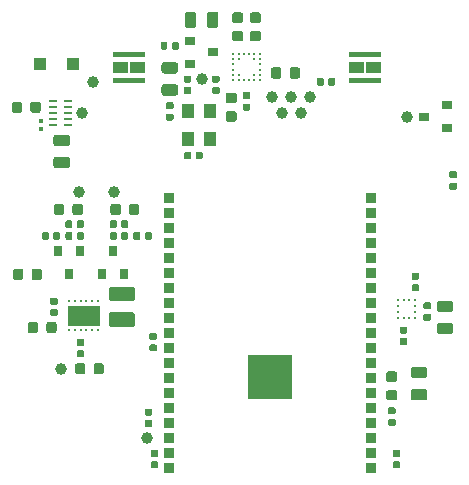
<source format=gtp>
G04 #@! TF.GenerationSoftware,KiCad,Pcbnew,(5.1.5)-3*
G04 #@! TF.CreationDate,2021-09-26T22:58:58-04:00*
G04 #@! TF.ProjectId,EPC611 LIDAR,45504336-3131-4204-9c49-4441522e6b69,rev?*
G04 #@! TF.SameCoordinates,Original*
G04 #@! TF.FileFunction,Paste,Top*
G04 #@! TF.FilePolarity,Positive*
%FSLAX46Y46*%
G04 Gerber Fmt 4.6, Leading zero omitted, Abs format (unit mm)*
G04 Created by KiCad (PCBNEW (5.1.5)-3) date 2021-09-26 22:58:58*
%MOMM*%
%LPD*%
G04 APERTURE LIST*
%ADD10C,0.010000*%
%ADD11R,0.250000X0.250000*%
%ADD12R,0.838200X0.889000*%
%ADD13R,3.708400X3.708400*%
%ADD14C,0.100000*%
%ADD15R,1.100000X1.100000*%
%ADD16C,1.000000*%
%ADD17R,1.100000X1.300000*%
%ADD18R,0.650001X0.249999*%
%ADD19C,0.250000*%
%ADD20R,2.700000X1.700000*%
%ADD21R,0.900000X0.800000*%
%ADD22R,0.800000X0.900000*%
G04 APERTURE END LIST*
D10*
G36*
X109000000Y-78800000D02*
G01*
X111600000Y-78800000D01*
X111600000Y-79200000D01*
X109000000Y-79200000D01*
X109000000Y-78800000D01*
G37*
X109000000Y-78800000D02*
X111600000Y-78800000D01*
X111600000Y-79200000D01*
X109000000Y-79200000D01*
X109000000Y-78800000D01*
G36*
X109000000Y-81000000D02*
G01*
X111600000Y-81000000D01*
X111600000Y-81400000D01*
X109000000Y-81400000D01*
X109000000Y-81000000D01*
G37*
X109000000Y-81000000D02*
X111600000Y-81000000D01*
X111600000Y-81400000D01*
X109000000Y-81400000D01*
X109000000Y-81000000D01*
G36*
X109000000Y-79650000D02*
G01*
X110150000Y-79650000D01*
X110150000Y-80550000D01*
X109000000Y-80550000D01*
X109000000Y-79650000D01*
G37*
X109000000Y-79650000D02*
X110150000Y-79650000D01*
X110150000Y-80550000D01*
X109000000Y-80550000D01*
X109000000Y-79650000D01*
G36*
X110450000Y-79650000D02*
G01*
X111600000Y-79650000D01*
X111600000Y-80550000D01*
X110450000Y-80550000D01*
X110450000Y-79650000D01*
G37*
X110450000Y-79650000D02*
X111600000Y-79650000D01*
X111600000Y-80550000D01*
X110450000Y-80550000D01*
X110450000Y-79650000D01*
G36*
X91600000Y-81400000D02*
G01*
X89000000Y-81400000D01*
X89000000Y-81000000D01*
X91600000Y-81000000D01*
X91600000Y-81400000D01*
G37*
X91600000Y-81400000D02*
X89000000Y-81400000D01*
X89000000Y-81000000D01*
X91600000Y-81000000D01*
X91600000Y-81400000D01*
G36*
X91600000Y-79200000D02*
G01*
X89000000Y-79200000D01*
X89000000Y-78800000D01*
X91600000Y-78800000D01*
X91600000Y-79200000D01*
G37*
X91600000Y-79200000D02*
X89000000Y-79200000D01*
X89000000Y-78800000D01*
X91600000Y-78800000D01*
X91600000Y-79200000D01*
G36*
X91600000Y-80550000D02*
G01*
X90450000Y-80550000D01*
X90450000Y-79650000D01*
X91600000Y-79650000D01*
X91600000Y-80550000D01*
G37*
X91600000Y-80550000D02*
X90450000Y-80550000D01*
X90450000Y-79650000D01*
X91600000Y-79650000D01*
X91600000Y-80550000D01*
G36*
X90150000Y-80550000D02*
G01*
X89000000Y-80550000D01*
X89000000Y-79650000D01*
X90150000Y-79650000D01*
X90150000Y-80550000D01*
G37*
X90150000Y-80550000D02*
X89000000Y-80550000D01*
X89000000Y-79650000D01*
X90150000Y-79650000D01*
X90150000Y-80550000D01*
D11*
X113111200Y-99849811D03*
X113111200Y-100349937D03*
X113111200Y-100850063D03*
X113111200Y-101350189D03*
X113600000Y-101350000D03*
X114100063Y-101350000D03*
X114588800Y-101350189D03*
X114588800Y-100850063D03*
X114588800Y-100349937D03*
X114588800Y-99849811D03*
X114100000Y-99850000D03*
X113599937Y-99850000D03*
D12*
X110880900Y-114062800D03*
X110880900Y-112792800D03*
X110880900Y-111522800D03*
X110880900Y-110252800D03*
X110880900Y-108982800D03*
X110880900Y-107712800D03*
X110880900Y-106442800D03*
X110880900Y-105172800D03*
X110880900Y-103902800D03*
X110880900Y-102632800D03*
X110880900Y-101362800D03*
X110880900Y-100092800D03*
X110880900Y-98822800D03*
X110880900Y-97552800D03*
X110880900Y-96282800D03*
X110880900Y-95012800D03*
X110880900Y-93742800D03*
X110880900Y-92472800D03*
X110880900Y-91202800D03*
X93719100Y-91202800D03*
X93719100Y-92472800D03*
X93719100Y-93742800D03*
X93719100Y-95012800D03*
X93719100Y-96282800D03*
X93719100Y-97552800D03*
X93719100Y-98822800D03*
X93719100Y-100092800D03*
X93719100Y-101362800D03*
X93719100Y-102632800D03*
X93719100Y-103902800D03*
X93719100Y-105172800D03*
X93719100Y-106442800D03*
X93719100Y-107712800D03*
X93719100Y-108982800D03*
X93719100Y-110252800D03*
X93719100Y-111522800D03*
X93719100Y-112792800D03*
X93719100Y-114062800D03*
D13*
X102300000Y-106308000D03*
D14*
G36*
X112786958Y-108920710D02*
G01*
X112801276Y-108922834D01*
X112815317Y-108926351D01*
X112828946Y-108931228D01*
X112842031Y-108937417D01*
X112854447Y-108944858D01*
X112866073Y-108953481D01*
X112876798Y-108963202D01*
X112886519Y-108973927D01*
X112895142Y-108985553D01*
X112902583Y-108997969D01*
X112908772Y-109011054D01*
X112913649Y-109024683D01*
X112917166Y-109038724D01*
X112919290Y-109053042D01*
X112920000Y-109067500D01*
X112920000Y-109362500D01*
X112919290Y-109376958D01*
X112917166Y-109391276D01*
X112913649Y-109405317D01*
X112908772Y-109418946D01*
X112902583Y-109432031D01*
X112895142Y-109444447D01*
X112886519Y-109456073D01*
X112876798Y-109466798D01*
X112866073Y-109476519D01*
X112854447Y-109485142D01*
X112842031Y-109492583D01*
X112828946Y-109498772D01*
X112815317Y-109503649D01*
X112801276Y-109507166D01*
X112786958Y-109509290D01*
X112772500Y-109510000D01*
X112427500Y-109510000D01*
X112413042Y-109509290D01*
X112398724Y-109507166D01*
X112384683Y-109503649D01*
X112371054Y-109498772D01*
X112357969Y-109492583D01*
X112345553Y-109485142D01*
X112333927Y-109476519D01*
X112323202Y-109466798D01*
X112313481Y-109456073D01*
X112304858Y-109444447D01*
X112297417Y-109432031D01*
X112291228Y-109418946D01*
X112286351Y-109405317D01*
X112282834Y-109391276D01*
X112280710Y-109376958D01*
X112280000Y-109362500D01*
X112280000Y-109067500D01*
X112280710Y-109053042D01*
X112282834Y-109038724D01*
X112286351Y-109024683D01*
X112291228Y-109011054D01*
X112297417Y-108997969D01*
X112304858Y-108985553D01*
X112313481Y-108973927D01*
X112323202Y-108963202D01*
X112333927Y-108953481D01*
X112345553Y-108944858D01*
X112357969Y-108937417D01*
X112371054Y-108931228D01*
X112384683Y-108926351D01*
X112398724Y-108922834D01*
X112413042Y-108920710D01*
X112427500Y-108920000D01*
X112772500Y-108920000D01*
X112786958Y-108920710D01*
G37*
G36*
X112786958Y-109890710D02*
G01*
X112801276Y-109892834D01*
X112815317Y-109896351D01*
X112828946Y-109901228D01*
X112842031Y-109907417D01*
X112854447Y-109914858D01*
X112866073Y-109923481D01*
X112876798Y-109933202D01*
X112886519Y-109943927D01*
X112895142Y-109955553D01*
X112902583Y-109967969D01*
X112908772Y-109981054D01*
X112913649Y-109994683D01*
X112917166Y-110008724D01*
X112919290Y-110023042D01*
X112920000Y-110037500D01*
X112920000Y-110332500D01*
X112919290Y-110346958D01*
X112917166Y-110361276D01*
X112913649Y-110375317D01*
X112908772Y-110388946D01*
X112902583Y-110402031D01*
X112895142Y-110414447D01*
X112886519Y-110426073D01*
X112876798Y-110436798D01*
X112866073Y-110446519D01*
X112854447Y-110455142D01*
X112842031Y-110462583D01*
X112828946Y-110468772D01*
X112815317Y-110473649D01*
X112801276Y-110477166D01*
X112786958Y-110479290D01*
X112772500Y-110480000D01*
X112427500Y-110480000D01*
X112413042Y-110479290D01*
X112398724Y-110477166D01*
X112384683Y-110473649D01*
X112371054Y-110468772D01*
X112357969Y-110462583D01*
X112345553Y-110455142D01*
X112333927Y-110446519D01*
X112323202Y-110436798D01*
X112313481Y-110426073D01*
X112304858Y-110414447D01*
X112297417Y-110402031D01*
X112291228Y-110388946D01*
X112286351Y-110375317D01*
X112282834Y-110361276D01*
X112280710Y-110346958D01*
X112280000Y-110332500D01*
X112280000Y-110037500D01*
X112280710Y-110023042D01*
X112282834Y-110008724D01*
X112286351Y-109994683D01*
X112291228Y-109981054D01*
X112297417Y-109967969D01*
X112304858Y-109955553D01*
X112313481Y-109943927D01*
X112323202Y-109933202D01*
X112333927Y-109923481D01*
X112345553Y-109914858D01*
X112357969Y-109907417D01*
X112371054Y-109901228D01*
X112384683Y-109896351D01*
X112398724Y-109892834D01*
X112413042Y-109890710D01*
X112427500Y-109890000D01*
X112772500Y-109890000D01*
X112786958Y-109890710D01*
G37*
G36*
X92686958Y-112520710D02*
G01*
X92701276Y-112522834D01*
X92715317Y-112526351D01*
X92728946Y-112531228D01*
X92742031Y-112537417D01*
X92754447Y-112544858D01*
X92766073Y-112553481D01*
X92776798Y-112563202D01*
X92786519Y-112573927D01*
X92795142Y-112585553D01*
X92802583Y-112597969D01*
X92808772Y-112611054D01*
X92813649Y-112624683D01*
X92817166Y-112638724D01*
X92819290Y-112653042D01*
X92820000Y-112667500D01*
X92820000Y-112962500D01*
X92819290Y-112976958D01*
X92817166Y-112991276D01*
X92813649Y-113005317D01*
X92808772Y-113018946D01*
X92802583Y-113032031D01*
X92795142Y-113044447D01*
X92786519Y-113056073D01*
X92776798Y-113066798D01*
X92766073Y-113076519D01*
X92754447Y-113085142D01*
X92742031Y-113092583D01*
X92728946Y-113098772D01*
X92715317Y-113103649D01*
X92701276Y-113107166D01*
X92686958Y-113109290D01*
X92672500Y-113110000D01*
X92327500Y-113110000D01*
X92313042Y-113109290D01*
X92298724Y-113107166D01*
X92284683Y-113103649D01*
X92271054Y-113098772D01*
X92257969Y-113092583D01*
X92245553Y-113085142D01*
X92233927Y-113076519D01*
X92223202Y-113066798D01*
X92213481Y-113056073D01*
X92204858Y-113044447D01*
X92197417Y-113032031D01*
X92191228Y-113018946D01*
X92186351Y-113005317D01*
X92182834Y-112991276D01*
X92180710Y-112976958D01*
X92180000Y-112962500D01*
X92180000Y-112667500D01*
X92180710Y-112653042D01*
X92182834Y-112638724D01*
X92186351Y-112624683D01*
X92191228Y-112611054D01*
X92197417Y-112597969D01*
X92204858Y-112585553D01*
X92213481Y-112573927D01*
X92223202Y-112563202D01*
X92233927Y-112553481D01*
X92245553Y-112544858D01*
X92257969Y-112537417D01*
X92271054Y-112531228D01*
X92284683Y-112526351D01*
X92298724Y-112522834D01*
X92313042Y-112520710D01*
X92327500Y-112520000D01*
X92672500Y-112520000D01*
X92686958Y-112520710D01*
G37*
G36*
X92686958Y-113490710D02*
G01*
X92701276Y-113492834D01*
X92715317Y-113496351D01*
X92728946Y-113501228D01*
X92742031Y-113507417D01*
X92754447Y-113514858D01*
X92766073Y-113523481D01*
X92776798Y-113533202D01*
X92786519Y-113543927D01*
X92795142Y-113555553D01*
X92802583Y-113567969D01*
X92808772Y-113581054D01*
X92813649Y-113594683D01*
X92817166Y-113608724D01*
X92819290Y-113623042D01*
X92820000Y-113637500D01*
X92820000Y-113932500D01*
X92819290Y-113946958D01*
X92817166Y-113961276D01*
X92813649Y-113975317D01*
X92808772Y-113988946D01*
X92802583Y-114002031D01*
X92795142Y-114014447D01*
X92786519Y-114026073D01*
X92776798Y-114036798D01*
X92766073Y-114046519D01*
X92754447Y-114055142D01*
X92742031Y-114062583D01*
X92728946Y-114068772D01*
X92715317Y-114073649D01*
X92701276Y-114077166D01*
X92686958Y-114079290D01*
X92672500Y-114080000D01*
X92327500Y-114080000D01*
X92313042Y-114079290D01*
X92298724Y-114077166D01*
X92284683Y-114073649D01*
X92271054Y-114068772D01*
X92257969Y-114062583D01*
X92245553Y-114055142D01*
X92233927Y-114046519D01*
X92223202Y-114036798D01*
X92213481Y-114026073D01*
X92204858Y-114014447D01*
X92197417Y-114002031D01*
X92191228Y-113988946D01*
X92186351Y-113975317D01*
X92182834Y-113961276D01*
X92180710Y-113946958D01*
X92180000Y-113932500D01*
X92180000Y-113637500D01*
X92180710Y-113623042D01*
X92182834Y-113608724D01*
X92186351Y-113594683D01*
X92191228Y-113581054D01*
X92197417Y-113567969D01*
X92204858Y-113555553D01*
X92213481Y-113543927D01*
X92223202Y-113533202D01*
X92233927Y-113523481D01*
X92245553Y-113514858D01*
X92257969Y-113507417D01*
X92271054Y-113501228D01*
X92284683Y-113496351D01*
X92298724Y-113492834D01*
X92313042Y-113490710D01*
X92327500Y-113490000D01*
X92672500Y-113490000D01*
X92686958Y-113490710D01*
G37*
G36*
X92586958Y-103590710D02*
G01*
X92601276Y-103592834D01*
X92615317Y-103596351D01*
X92628946Y-103601228D01*
X92642031Y-103607417D01*
X92654447Y-103614858D01*
X92666073Y-103623481D01*
X92676798Y-103633202D01*
X92686519Y-103643927D01*
X92695142Y-103655553D01*
X92702583Y-103667969D01*
X92708772Y-103681054D01*
X92713649Y-103694683D01*
X92717166Y-103708724D01*
X92719290Y-103723042D01*
X92720000Y-103737500D01*
X92720000Y-104032500D01*
X92719290Y-104046958D01*
X92717166Y-104061276D01*
X92713649Y-104075317D01*
X92708772Y-104088946D01*
X92702583Y-104102031D01*
X92695142Y-104114447D01*
X92686519Y-104126073D01*
X92676798Y-104136798D01*
X92666073Y-104146519D01*
X92654447Y-104155142D01*
X92642031Y-104162583D01*
X92628946Y-104168772D01*
X92615317Y-104173649D01*
X92601276Y-104177166D01*
X92586958Y-104179290D01*
X92572500Y-104180000D01*
X92227500Y-104180000D01*
X92213042Y-104179290D01*
X92198724Y-104177166D01*
X92184683Y-104173649D01*
X92171054Y-104168772D01*
X92157969Y-104162583D01*
X92145553Y-104155142D01*
X92133927Y-104146519D01*
X92123202Y-104136798D01*
X92113481Y-104126073D01*
X92104858Y-104114447D01*
X92097417Y-104102031D01*
X92091228Y-104088946D01*
X92086351Y-104075317D01*
X92082834Y-104061276D01*
X92080710Y-104046958D01*
X92080000Y-104032500D01*
X92080000Y-103737500D01*
X92080710Y-103723042D01*
X92082834Y-103708724D01*
X92086351Y-103694683D01*
X92091228Y-103681054D01*
X92097417Y-103667969D01*
X92104858Y-103655553D01*
X92113481Y-103643927D01*
X92123202Y-103633202D01*
X92133927Y-103623481D01*
X92145553Y-103614858D01*
X92157969Y-103607417D01*
X92171054Y-103601228D01*
X92184683Y-103596351D01*
X92198724Y-103592834D01*
X92213042Y-103590710D01*
X92227500Y-103590000D01*
X92572500Y-103590000D01*
X92586958Y-103590710D01*
G37*
G36*
X92586958Y-102620710D02*
G01*
X92601276Y-102622834D01*
X92615317Y-102626351D01*
X92628946Y-102631228D01*
X92642031Y-102637417D01*
X92654447Y-102644858D01*
X92666073Y-102653481D01*
X92676798Y-102663202D01*
X92686519Y-102673927D01*
X92695142Y-102685553D01*
X92702583Y-102697969D01*
X92708772Y-102711054D01*
X92713649Y-102724683D01*
X92717166Y-102738724D01*
X92719290Y-102753042D01*
X92720000Y-102767500D01*
X92720000Y-103062500D01*
X92719290Y-103076958D01*
X92717166Y-103091276D01*
X92713649Y-103105317D01*
X92708772Y-103118946D01*
X92702583Y-103132031D01*
X92695142Y-103144447D01*
X92686519Y-103156073D01*
X92676798Y-103166798D01*
X92666073Y-103176519D01*
X92654447Y-103185142D01*
X92642031Y-103192583D01*
X92628946Y-103198772D01*
X92615317Y-103203649D01*
X92601276Y-103207166D01*
X92586958Y-103209290D01*
X92572500Y-103210000D01*
X92227500Y-103210000D01*
X92213042Y-103209290D01*
X92198724Y-103207166D01*
X92184683Y-103203649D01*
X92171054Y-103198772D01*
X92157969Y-103192583D01*
X92145553Y-103185142D01*
X92133927Y-103176519D01*
X92123202Y-103166798D01*
X92113481Y-103156073D01*
X92104858Y-103144447D01*
X92097417Y-103132031D01*
X92091228Y-103118946D01*
X92086351Y-103105317D01*
X92082834Y-103091276D01*
X92080710Y-103076958D01*
X92080000Y-103062500D01*
X92080000Y-102767500D01*
X92080710Y-102753042D01*
X92082834Y-102738724D01*
X92086351Y-102724683D01*
X92091228Y-102711054D01*
X92097417Y-102697969D01*
X92104858Y-102685553D01*
X92113481Y-102673927D01*
X92123202Y-102663202D01*
X92133927Y-102653481D01*
X92145553Y-102644858D01*
X92157969Y-102637417D01*
X92171054Y-102631228D01*
X92184683Y-102626351D01*
X92198724Y-102622834D01*
X92213042Y-102620710D01*
X92227500Y-102620000D01*
X92572500Y-102620000D01*
X92586958Y-102620710D01*
G37*
G36*
X112877691Y-105876053D02*
G01*
X112898926Y-105879203D01*
X112919750Y-105884419D01*
X112939962Y-105891651D01*
X112959368Y-105900830D01*
X112977781Y-105911866D01*
X112995024Y-105924654D01*
X113010930Y-105939070D01*
X113025346Y-105954976D01*
X113038134Y-105972219D01*
X113049170Y-105990632D01*
X113058349Y-106010038D01*
X113065581Y-106030250D01*
X113070797Y-106051074D01*
X113073947Y-106072309D01*
X113075000Y-106093750D01*
X113075000Y-106531250D01*
X113073947Y-106552691D01*
X113070797Y-106573926D01*
X113065581Y-106594750D01*
X113058349Y-106614962D01*
X113049170Y-106634368D01*
X113038134Y-106652781D01*
X113025346Y-106670024D01*
X113010930Y-106685930D01*
X112995024Y-106700346D01*
X112977781Y-106713134D01*
X112959368Y-106724170D01*
X112939962Y-106733349D01*
X112919750Y-106740581D01*
X112898926Y-106745797D01*
X112877691Y-106748947D01*
X112856250Y-106750000D01*
X112343750Y-106750000D01*
X112322309Y-106748947D01*
X112301074Y-106745797D01*
X112280250Y-106740581D01*
X112260038Y-106733349D01*
X112240632Y-106724170D01*
X112222219Y-106713134D01*
X112204976Y-106700346D01*
X112189070Y-106685930D01*
X112174654Y-106670024D01*
X112161866Y-106652781D01*
X112150830Y-106634368D01*
X112141651Y-106614962D01*
X112134419Y-106594750D01*
X112129203Y-106573926D01*
X112126053Y-106552691D01*
X112125000Y-106531250D01*
X112125000Y-106093750D01*
X112126053Y-106072309D01*
X112129203Y-106051074D01*
X112134419Y-106030250D01*
X112141651Y-106010038D01*
X112150830Y-105990632D01*
X112161866Y-105972219D01*
X112174654Y-105954976D01*
X112189070Y-105939070D01*
X112204976Y-105924654D01*
X112222219Y-105911866D01*
X112240632Y-105900830D01*
X112260038Y-105891651D01*
X112280250Y-105884419D01*
X112301074Y-105879203D01*
X112322309Y-105876053D01*
X112343750Y-105875000D01*
X112856250Y-105875000D01*
X112877691Y-105876053D01*
G37*
G36*
X112877691Y-107451053D02*
G01*
X112898926Y-107454203D01*
X112919750Y-107459419D01*
X112939962Y-107466651D01*
X112959368Y-107475830D01*
X112977781Y-107486866D01*
X112995024Y-107499654D01*
X113010930Y-107514070D01*
X113025346Y-107529976D01*
X113038134Y-107547219D01*
X113049170Y-107565632D01*
X113058349Y-107585038D01*
X113065581Y-107605250D01*
X113070797Y-107626074D01*
X113073947Y-107647309D01*
X113075000Y-107668750D01*
X113075000Y-108106250D01*
X113073947Y-108127691D01*
X113070797Y-108148926D01*
X113065581Y-108169750D01*
X113058349Y-108189962D01*
X113049170Y-108209368D01*
X113038134Y-108227781D01*
X113025346Y-108245024D01*
X113010930Y-108260930D01*
X112995024Y-108275346D01*
X112977781Y-108288134D01*
X112959368Y-108299170D01*
X112939962Y-108308349D01*
X112919750Y-108315581D01*
X112898926Y-108320797D01*
X112877691Y-108323947D01*
X112856250Y-108325000D01*
X112343750Y-108325000D01*
X112322309Y-108323947D01*
X112301074Y-108320797D01*
X112280250Y-108315581D01*
X112260038Y-108308349D01*
X112240632Y-108299170D01*
X112222219Y-108288134D01*
X112204976Y-108275346D01*
X112189070Y-108260930D01*
X112174654Y-108245024D01*
X112161866Y-108227781D01*
X112150830Y-108209368D01*
X112141651Y-108189962D01*
X112134419Y-108169750D01*
X112129203Y-108148926D01*
X112126053Y-108127691D01*
X112125000Y-108106250D01*
X112125000Y-107668750D01*
X112126053Y-107647309D01*
X112129203Y-107626074D01*
X112134419Y-107605250D01*
X112141651Y-107585038D01*
X112150830Y-107565632D01*
X112161866Y-107547219D01*
X112174654Y-107529976D01*
X112189070Y-107514070D01*
X112204976Y-107499654D01*
X112222219Y-107486866D01*
X112240632Y-107475830D01*
X112260038Y-107466651D01*
X112280250Y-107459419D01*
X112301074Y-107454203D01*
X112322309Y-107451053D01*
X112343750Y-107450000D01*
X112856250Y-107450000D01*
X112877691Y-107451053D01*
G37*
G36*
X113186958Y-113490710D02*
G01*
X113201276Y-113492834D01*
X113215317Y-113496351D01*
X113228946Y-113501228D01*
X113242031Y-113507417D01*
X113254447Y-113514858D01*
X113266073Y-113523481D01*
X113276798Y-113533202D01*
X113286519Y-113543927D01*
X113295142Y-113555553D01*
X113302583Y-113567969D01*
X113308772Y-113581054D01*
X113313649Y-113594683D01*
X113317166Y-113608724D01*
X113319290Y-113623042D01*
X113320000Y-113637500D01*
X113320000Y-113932500D01*
X113319290Y-113946958D01*
X113317166Y-113961276D01*
X113313649Y-113975317D01*
X113308772Y-113988946D01*
X113302583Y-114002031D01*
X113295142Y-114014447D01*
X113286519Y-114026073D01*
X113276798Y-114036798D01*
X113266073Y-114046519D01*
X113254447Y-114055142D01*
X113242031Y-114062583D01*
X113228946Y-114068772D01*
X113215317Y-114073649D01*
X113201276Y-114077166D01*
X113186958Y-114079290D01*
X113172500Y-114080000D01*
X112827500Y-114080000D01*
X112813042Y-114079290D01*
X112798724Y-114077166D01*
X112784683Y-114073649D01*
X112771054Y-114068772D01*
X112757969Y-114062583D01*
X112745553Y-114055142D01*
X112733927Y-114046519D01*
X112723202Y-114036798D01*
X112713481Y-114026073D01*
X112704858Y-114014447D01*
X112697417Y-114002031D01*
X112691228Y-113988946D01*
X112686351Y-113975317D01*
X112682834Y-113961276D01*
X112680710Y-113946958D01*
X112680000Y-113932500D01*
X112680000Y-113637500D01*
X112680710Y-113623042D01*
X112682834Y-113608724D01*
X112686351Y-113594683D01*
X112691228Y-113581054D01*
X112697417Y-113567969D01*
X112704858Y-113555553D01*
X112713481Y-113543927D01*
X112723202Y-113533202D01*
X112733927Y-113523481D01*
X112745553Y-113514858D01*
X112757969Y-113507417D01*
X112771054Y-113501228D01*
X112784683Y-113496351D01*
X112798724Y-113492834D01*
X112813042Y-113490710D01*
X112827500Y-113490000D01*
X113172500Y-113490000D01*
X113186958Y-113490710D01*
G37*
G36*
X113186958Y-112520710D02*
G01*
X113201276Y-112522834D01*
X113215317Y-112526351D01*
X113228946Y-112531228D01*
X113242031Y-112537417D01*
X113254447Y-112544858D01*
X113266073Y-112553481D01*
X113276798Y-112563202D01*
X113286519Y-112573927D01*
X113295142Y-112585553D01*
X113302583Y-112597969D01*
X113308772Y-112611054D01*
X113313649Y-112624683D01*
X113317166Y-112638724D01*
X113319290Y-112653042D01*
X113320000Y-112667500D01*
X113320000Y-112962500D01*
X113319290Y-112976958D01*
X113317166Y-112991276D01*
X113313649Y-113005317D01*
X113308772Y-113018946D01*
X113302583Y-113032031D01*
X113295142Y-113044447D01*
X113286519Y-113056073D01*
X113276798Y-113066798D01*
X113266073Y-113076519D01*
X113254447Y-113085142D01*
X113242031Y-113092583D01*
X113228946Y-113098772D01*
X113215317Y-113103649D01*
X113201276Y-113107166D01*
X113186958Y-113109290D01*
X113172500Y-113110000D01*
X112827500Y-113110000D01*
X112813042Y-113109290D01*
X112798724Y-113107166D01*
X112784683Y-113103649D01*
X112771054Y-113098772D01*
X112757969Y-113092583D01*
X112745553Y-113085142D01*
X112733927Y-113076519D01*
X112723202Y-113066798D01*
X112713481Y-113056073D01*
X112704858Y-113044447D01*
X112697417Y-113032031D01*
X112691228Y-113018946D01*
X112686351Y-113005317D01*
X112682834Y-112991276D01*
X112680710Y-112976958D01*
X112680000Y-112962500D01*
X112680000Y-112667500D01*
X112680710Y-112653042D01*
X112682834Y-112638724D01*
X112686351Y-112624683D01*
X112691228Y-112611054D01*
X112697417Y-112597969D01*
X112704858Y-112585553D01*
X112713481Y-112573927D01*
X112723202Y-112563202D01*
X112733927Y-112553481D01*
X112745553Y-112544858D01*
X112757969Y-112537417D01*
X112771054Y-112531228D01*
X112784683Y-112526351D01*
X112798724Y-112522834D01*
X112813042Y-112520710D01*
X112827500Y-112520000D01*
X113172500Y-112520000D01*
X113186958Y-112520710D01*
G37*
G36*
X115380142Y-105476174D02*
G01*
X115403803Y-105479684D01*
X115427007Y-105485496D01*
X115449529Y-105493554D01*
X115471153Y-105503782D01*
X115491670Y-105516079D01*
X115510883Y-105530329D01*
X115528607Y-105546393D01*
X115544671Y-105564117D01*
X115558921Y-105583330D01*
X115571218Y-105603847D01*
X115581446Y-105625471D01*
X115589504Y-105647993D01*
X115595316Y-105671197D01*
X115598826Y-105694858D01*
X115600000Y-105718750D01*
X115600000Y-106206250D01*
X115598826Y-106230142D01*
X115595316Y-106253803D01*
X115589504Y-106277007D01*
X115581446Y-106299529D01*
X115571218Y-106321153D01*
X115558921Y-106341670D01*
X115544671Y-106360883D01*
X115528607Y-106378607D01*
X115510883Y-106394671D01*
X115491670Y-106408921D01*
X115471153Y-106421218D01*
X115449529Y-106431446D01*
X115427007Y-106439504D01*
X115403803Y-106445316D01*
X115380142Y-106448826D01*
X115356250Y-106450000D01*
X114443750Y-106450000D01*
X114419858Y-106448826D01*
X114396197Y-106445316D01*
X114372993Y-106439504D01*
X114350471Y-106431446D01*
X114328847Y-106421218D01*
X114308330Y-106408921D01*
X114289117Y-106394671D01*
X114271393Y-106378607D01*
X114255329Y-106360883D01*
X114241079Y-106341670D01*
X114228782Y-106321153D01*
X114218554Y-106299529D01*
X114210496Y-106277007D01*
X114204684Y-106253803D01*
X114201174Y-106230142D01*
X114200000Y-106206250D01*
X114200000Y-105718750D01*
X114201174Y-105694858D01*
X114204684Y-105671197D01*
X114210496Y-105647993D01*
X114218554Y-105625471D01*
X114228782Y-105603847D01*
X114241079Y-105583330D01*
X114255329Y-105564117D01*
X114271393Y-105546393D01*
X114289117Y-105530329D01*
X114308330Y-105516079D01*
X114328847Y-105503782D01*
X114350471Y-105493554D01*
X114372993Y-105485496D01*
X114396197Y-105479684D01*
X114419858Y-105476174D01*
X114443750Y-105475000D01*
X115356250Y-105475000D01*
X115380142Y-105476174D01*
G37*
G36*
X115380142Y-107351174D02*
G01*
X115403803Y-107354684D01*
X115427007Y-107360496D01*
X115449529Y-107368554D01*
X115471153Y-107378782D01*
X115491670Y-107391079D01*
X115510883Y-107405329D01*
X115528607Y-107421393D01*
X115544671Y-107439117D01*
X115558921Y-107458330D01*
X115571218Y-107478847D01*
X115581446Y-107500471D01*
X115589504Y-107522993D01*
X115595316Y-107546197D01*
X115598826Y-107569858D01*
X115600000Y-107593750D01*
X115600000Y-108081250D01*
X115598826Y-108105142D01*
X115595316Y-108128803D01*
X115589504Y-108152007D01*
X115581446Y-108174529D01*
X115571218Y-108196153D01*
X115558921Y-108216670D01*
X115544671Y-108235883D01*
X115528607Y-108253607D01*
X115510883Y-108269671D01*
X115491670Y-108283921D01*
X115471153Y-108296218D01*
X115449529Y-108306446D01*
X115427007Y-108314504D01*
X115403803Y-108320316D01*
X115380142Y-108323826D01*
X115356250Y-108325000D01*
X114443750Y-108325000D01*
X114419858Y-108323826D01*
X114396197Y-108320316D01*
X114372993Y-108314504D01*
X114350471Y-108306446D01*
X114328847Y-108296218D01*
X114308330Y-108283921D01*
X114289117Y-108269671D01*
X114271393Y-108253607D01*
X114255329Y-108235883D01*
X114241079Y-108216670D01*
X114228782Y-108196153D01*
X114218554Y-108174529D01*
X114210496Y-108152007D01*
X114204684Y-108128803D01*
X114201174Y-108105142D01*
X114200000Y-108081250D01*
X114200000Y-107593750D01*
X114201174Y-107569858D01*
X114204684Y-107546197D01*
X114210496Y-107522993D01*
X114218554Y-107500471D01*
X114228782Y-107478847D01*
X114241079Y-107458330D01*
X114255329Y-107439117D01*
X114271393Y-107421393D01*
X114289117Y-107405329D01*
X114308330Y-107391079D01*
X114328847Y-107378782D01*
X114350471Y-107368554D01*
X114372993Y-107360496D01*
X114396197Y-107354684D01*
X114419858Y-107351174D01*
X114443750Y-107350000D01*
X115356250Y-107350000D01*
X115380142Y-107351174D01*
G37*
D15*
X85600000Y-79800000D03*
X82800000Y-79800000D03*
D14*
G36*
X83008292Y-85186383D02*
G01*
X83016010Y-85187528D01*
X83023578Y-85189423D01*
X83030923Y-85192052D01*
X83037976Y-85195387D01*
X83044668Y-85199398D01*
X83050934Y-85204046D01*
X83056715Y-85209285D01*
X83061954Y-85215066D01*
X83066602Y-85221332D01*
X83070613Y-85228024D01*
X83073948Y-85235077D01*
X83076577Y-85242422D01*
X83078472Y-85249990D01*
X83079617Y-85257708D01*
X83080000Y-85265500D01*
X83080000Y-85424500D01*
X83079617Y-85432292D01*
X83078472Y-85440010D01*
X83076577Y-85447578D01*
X83073948Y-85454923D01*
X83070613Y-85461976D01*
X83066602Y-85468668D01*
X83061954Y-85474934D01*
X83056715Y-85480715D01*
X83050934Y-85485954D01*
X83044668Y-85490602D01*
X83037976Y-85494613D01*
X83030923Y-85497948D01*
X83023578Y-85500577D01*
X83016010Y-85502472D01*
X83008292Y-85503617D01*
X83000500Y-85504000D01*
X82799500Y-85504000D01*
X82791708Y-85503617D01*
X82783990Y-85502472D01*
X82776422Y-85500577D01*
X82769077Y-85497948D01*
X82762024Y-85494613D01*
X82755332Y-85490602D01*
X82749066Y-85485954D01*
X82743285Y-85480715D01*
X82738046Y-85474934D01*
X82733398Y-85468668D01*
X82729387Y-85461976D01*
X82726052Y-85454923D01*
X82723423Y-85447578D01*
X82721528Y-85440010D01*
X82720383Y-85432292D01*
X82720000Y-85424500D01*
X82720000Y-85265500D01*
X82720383Y-85257708D01*
X82721528Y-85249990D01*
X82723423Y-85242422D01*
X82726052Y-85235077D01*
X82729387Y-85228024D01*
X82733398Y-85221332D01*
X82738046Y-85215066D01*
X82743285Y-85209285D01*
X82749066Y-85204046D01*
X82755332Y-85199398D01*
X82762024Y-85195387D01*
X82769077Y-85192052D01*
X82776422Y-85189423D01*
X82783990Y-85187528D01*
X82791708Y-85186383D01*
X82799500Y-85186000D01*
X83000500Y-85186000D01*
X83008292Y-85186383D01*
G37*
G36*
X83008292Y-84496383D02*
G01*
X83016010Y-84497528D01*
X83023578Y-84499423D01*
X83030923Y-84502052D01*
X83037976Y-84505387D01*
X83044668Y-84509398D01*
X83050934Y-84514046D01*
X83056715Y-84519285D01*
X83061954Y-84525066D01*
X83066602Y-84531332D01*
X83070613Y-84538024D01*
X83073948Y-84545077D01*
X83076577Y-84552422D01*
X83078472Y-84559990D01*
X83079617Y-84567708D01*
X83080000Y-84575500D01*
X83080000Y-84734500D01*
X83079617Y-84742292D01*
X83078472Y-84750010D01*
X83076577Y-84757578D01*
X83073948Y-84764923D01*
X83070613Y-84771976D01*
X83066602Y-84778668D01*
X83061954Y-84784934D01*
X83056715Y-84790715D01*
X83050934Y-84795954D01*
X83044668Y-84800602D01*
X83037976Y-84804613D01*
X83030923Y-84807948D01*
X83023578Y-84810577D01*
X83016010Y-84812472D01*
X83008292Y-84813617D01*
X83000500Y-84814000D01*
X82799500Y-84814000D01*
X82791708Y-84813617D01*
X82783990Y-84812472D01*
X82776422Y-84810577D01*
X82769077Y-84807948D01*
X82762024Y-84804613D01*
X82755332Y-84800602D01*
X82749066Y-84795954D01*
X82743285Y-84790715D01*
X82738046Y-84784934D01*
X82733398Y-84778668D01*
X82729387Y-84771976D01*
X82726052Y-84764923D01*
X82723423Y-84757578D01*
X82721528Y-84750010D01*
X82720383Y-84742292D01*
X82720000Y-84734500D01*
X82720000Y-84575500D01*
X82720383Y-84567708D01*
X82721528Y-84559990D01*
X82723423Y-84552422D01*
X82726052Y-84545077D01*
X82729387Y-84538024D01*
X82733398Y-84531332D01*
X82738046Y-84525066D01*
X82743285Y-84519285D01*
X82749066Y-84514046D01*
X82755332Y-84509398D01*
X82762024Y-84505387D01*
X82769077Y-84502052D01*
X82776422Y-84499423D01*
X82783990Y-84497528D01*
X82791708Y-84496383D01*
X82799500Y-84496000D01*
X83000500Y-84496000D01*
X83008292Y-84496383D01*
G37*
D16*
X84600000Y-105650000D03*
D17*
X95350000Y-86150000D03*
X95350000Y-83850000D03*
X97250000Y-83850000D03*
X97250000Y-86150000D03*
D18*
X83900000Y-83000000D03*
X83900000Y-83500002D03*
X83900000Y-84000001D03*
X83900000Y-84500000D03*
X83900000Y-85000002D03*
X85150000Y-85000002D03*
X85150000Y-84500000D03*
X85150000Y-84000001D03*
X85150000Y-83500002D03*
X85150000Y-83000000D03*
D19*
X101425000Y-78975000D03*
X100975000Y-78975000D03*
X100525000Y-78975000D03*
X100075000Y-78975000D03*
X99625000Y-78975000D03*
X99175000Y-78975000D03*
X101425000Y-79425000D03*
X100975000Y-79425000D03*
X99625000Y-79425000D03*
X99175000Y-79425000D03*
X101425000Y-79875000D03*
X99175000Y-79875000D03*
X101425000Y-80325000D03*
X99175000Y-80325000D03*
X101425000Y-80775000D03*
X100975000Y-80775000D03*
X99625000Y-80775000D03*
X99175000Y-80775000D03*
X101425000Y-81225000D03*
X100975000Y-81225000D03*
X100525000Y-81225000D03*
X100075000Y-81225000D03*
X99625000Y-81225000D03*
X99175000Y-81225000D03*
D11*
X85250000Y-102375000D03*
X85250000Y-99925000D03*
D20*
X86500000Y-101150000D03*
D11*
X87750000Y-102375000D03*
X87250000Y-102375000D03*
X86750000Y-102375000D03*
X86250000Y-102375000D03*
X85750000Y-102375000D03*
X85750000Y-99925000D03*
X86250000Y-99925000D03*
X86750000Y-99925000D03*
X87250000Y-99925000D03*
X87750000Y-99925000D03*
D16*
X91900000Y-111500000D03*
X113900000Y-84300000D03*
X87300000Y-81350000D03*
X96500000Y-81100000D03*
X86400000Y-84000000D03*
X89100000Y-90650000D03*
X86100000Y-90650000D03*
D14*
G36*
X92186958Y-109990710D02*
G01*
X92201276Y-109992834D01*
X92215317Y-109996351D01*
X92228946Y-110001228D01*
X92242031Y-110007417D01*
X92254447Y-110014858D01*
X92266073Y-110023481D01*
X92276798Y-110033202D01*
X92286519Y-110043927D01*
X92295142Y-110055553D01*
X92302583Y-110067969D01*
X92308772Y-110081054D01*
X92313649Y-110094683D01*
X92317166Y-110108724D01*
X92319290Y-110123042D01*
X92320000Y-110137500D01*
X92320000Y-110432500D01*
X92319290Y-110446958D01*
X92317166Y-110461276D01*
X92313649Y-110475317D01*
X92308772Y-110488946D01*
X92302583Y-110502031D01*
X92295142Y-110514447D01*
X92286519Y-110526073D01*
X92276798Y-110536798D01*
X92266073Y-110546519D01*
X92254447Y-110555142D01*
X92242031Y-110562583D01*
X92228946Y-110568772D01*
X92215317Y-110573649D01*
X92201276Y-110577166D01*
X92186958Y-110579290D01*
X92172500Y-110580000D01*
X91827500Y-110580000D01*
X91813042Y-110579290D01*
X91798724Y-110577166D01*
X91784683Y-110573649D01*
X91771054Y-110568772D01*
X91757969Y-110562583D01*
X91745553Y-110555142D01*
X91733927Y-110546519D01*
X91723202Y-110536798D01*
X91713481Y-110526073D01*
X91704858Y-110514447D01*
X91697417Y-110502031D01*
X91691228Y-110488946D01*
X91686351Y-110475317D01*
X91682834Y-110461276D01*
X91680710Y-110446958D01*
X91680000Y-110432500D01*
X91680000Y-110137500D01*
X91680710Y-110123042D01*
X91682834Y-110108724D01*
X91686351Y-110094683D01*
X91691228Y-110081054D01*
X91697417Y-110067969D01*
X91704858Y-110055553D01*
X91713481Y-110043927D01*
X91723202Y-110033202D01*
X91733927Y-110023481D01*
X91745553Y-110014858D01*
X91757969Y-110007417D01*
X91771054Y-110001228D01*
X91784683Y-109996351D01*
X91798724Y-109992834D01*
X91813042Y-109990710D01*
X91827500Y-109990000D01*
X92172500Y-109990000D01*
X92186958Y-109990710D01*
G37*
G36*
X92186958Y-109020710D02*
G01*
X92201276Y-109022834D01*
X92215317Y-109026351D01*
X92228946Y-109031228D01*
X92242031Y-109037417D01*
X92254447Y-109044858D01*
X92266073Y-109053481D01*
X92276798Y-109063202D01*
X92286519Y-109073927D01*
X92295142Y-109085553D01*
X92302583Y-109097969D01*
X92308772Y-109111054D01*
X92313649Y-109124683D01*
X92317166Y-109138724D01*
X92319290Y-109153042D01*
X92320000Y-109167500D01*
X92320000Y-109462500D01*
X92319290Y-109476958D01*
X92317166Y-109491276D01*
X92313649Y-109505317D01*
X92308772Y-109518946D01*
X92302583Y-109532031D01*
X92295142Y-109544447D01*
X92286519Y-109556073D01*
X92276798Y-109566798D01*
X92266073Y-109576519D01*
X92254447Y-109585142D01*
X92242031Y-109592583D01*
X92228946Y-109598772D01*
X92215317Y-109603649D01*
X92201276Y-109607166D01*
X92186958Y-109609290D01*
X92172500Y-109610000D01*
X91827500Y-109610000D01*
X91813042Y-109609290D01*
X91798724Y-109607166D01*
X91784683Y-109603649D01*
X91771054Y-109598772D01*
X91757969Y-109592583D01*
X91745553Y-109585142D01*
X91733927Y-109576519D01*
X91723202Y-109566798D01*
X91713481Y-109556073D01*
X91704858Y-109544447D01*
X91697417Y-109532031D01*
X91691228Y-109518946D01*
X91686351Y-109505317D01*
X91682834Y-109491276D01*
X91680710Y-109476958D01*
X91680000Y-109462500D01*
X91680000Y-109167500D01*
X91680710Y-109153042D01*
X91682834Y-109138724D01*
X91686351Y-109124683D01*
X91691228Y-109111054D01*
X91697417Y-109097969D01*
X91704858Y-109085553D01*
X91713481Y-109073927D01*
X91723202Y-109063202D01*
X91733927Y-109053481D01*
X91745553Y-109044858D01*
X91757969Y-109037417D01*
X91771054Y-109031228D01*
X91784683Y-109026351D01*
X91798724Y-109022834D01*
X91813042Y-109020710D01*
X91827500Y-109020000D01*
X92172500Y-109020000D01*
X92186958Y-109020710D01*
G37*
G36*
X100486958Y-83190710D02*
G01*
X100501276Y-83192834D01*
X100515317Y-83196351D01*
X100528946Y-83201228D01*
X100542031Y-83207417D01*
X100554447Y-83214858D01*
X100566073Y-83223481D01*
X100576798Y-83233202D01*
X100586519Y-83243927D01*
X100595142Y-83255553D01*
X100602583Y-83267969D01*
X100608772Y-83281054D01*
X100613649Y-83294683D01*
X100617166Y-83308724D01*
X100619290Y-83323042D01*
X100620000Y-83337500D01*
X100620000Y-83632500D01*
X100619290Y-83646958D01*
X100617166Y-83661276D01*
X100613649Y-83675317D01*
X100608772Y-83688946D01*
X100602583Y-83702031D01*
X100595142Y-83714447D01*
X100586519Y-83726073D01*
X100576798Y-83736798D01*
X100566073Y-83746519D01*
X100554447Y-83755142D01*
X100542031Y-83762583D01*
X100528946Y-83768772D01*
X100515317Y-83773649D01*
X100501276Y-83777166D01*
X100486958Y-83779290D01*
X100472500Y-83780000D01*
X100127500Y-83780000D01*
X100113042Y-83779290D01*
X100098724Y-83777166D01*
X100084683Y-83773649D01*
X100071054Y-83768772D01*
X100057969Y-83762583D01*
X100045553Y-83755142D01*
X100033927Y-83746519D01*
X100023202Y-83736798D01*
X100013481Y-83726073D01*
X100004858Y-83714447D01*
X99997417Y-83702031D01*
X99991228Y-83688946D01*
X99986351Y-83675317D01*
X99982834Y-83661276D01*
X99980710Y-83646958D01*
X99980000Y-83632500D01*
X99980000Y-83337500D01*
X99980710Y-83323042D01*
X99982834Y-83308724D01*
X99986351Y-83294683D01*
X99991228Y-83281054D01*
X99997417Y-83267969D01*
X100004858Y-83255553D01*
X100013481Y-83243927D01*
X100023202Y-83233202D01*
X100033927Y-83223481D01*
X100045553Y-83214858D01*
X100057969Y-83207417D01*
X100071054Y-83201228D01*
X100084683Y-83196351D01*
X100098724Y-83192834D01*
X100113042Y-83190710D01*
X100127500Y-83190000D01*
X100472500Y-83190000D01*
X100486958Y-83190710D01*
G37*
G36*
X100486958Y-82220710D02*
G01*
X100501276Y-82222834D01*
X100515317Y-82226351D01*
X100528946Y-82231228D01*
X100542031Y-82237417D01*
X100554447Y-82244858D01*
X100566073Y-82253481D01*
X100576798Y-82263202D01*
X100586519Y-82273927D01*
X100595142Y-82285553D01*
X100602583Y-82297969D01*
X100608772Y-82311054D01*
X100613649Y-82324683D01*
X100617166Y-82338724D01*
X100619290Y-82353042D01*
X100620000Y-82367500D01*
X100620000Y-82662500D01*
X100619290Y-82676958D01*
X100617166Y-82691276D01*
X100613649Y-82705317D01*
X100608772Y-82718946D01*
X100602583Y-82732031D01*
X100595142Y-82744447D01*
X100586519Y-82756073D01*
X100576798Y-82766798D01*
X100566073Y-82776519D01*
X100554447Y-82785142D01*
X100542031Y-82792583D01*
X100528946Y-82798772D01*
X100515317Y-82803649D01*
X100501276Y-82807166D01*
X100486958Y-82809290D01*
X100472500Y-82810000D01*
X100127500Y-82810000D01*
X100113042Y-82809290D01*
X100098724Y-82807166D01*
X100084683Y-82803649D01*
X100071054Y-82798772D01*
X100057969Y-82792583D01*
X100045553Y-82785142D01*
X100033927Y-82776519D01*
X100023202Y-82766798D01*
X100013481Y-82756073D01*
X100004858Y-82744447D01*
X99997417Y-82732031D01*
X99991228Y-82718946D01*
X99986351Y-82705317D01*
X99982834Y-82691276D01*
X99980710Y-82676958D01*
X99980000Y-82662500D01*
X99980000Y-82367500D01*
X99980710Y-82353042D01*
X99982834Y-82338724D01*
X99986351Y-82324683D01*
X99991228Y-82311054D01*
X99997417Y-82297969D01*
X100004858Y-82285553D01*
X100013481Y-82273927D01*
X100023202Y-82263202D01*
X100033927Y-82253481D01*
X100045553Y-82244858D01*
X100057969Y-82237417D01*
X100071054Y-82231228D01*
X100084683Y-82226351D01*
X100098724Y-82222834D01*
X100113042Y-82220710D01*
X100127500Y-82220000D01*
X100472500Y-82220000D01*
X100486958Y-82220710D01*
G37*
G36*
X97886958Y-80820710D02*
G01*
X97901276Y-80822834D01*
X97915317Y-80826351D01*
X97928946Y-80831228D01*
X97942031Y-80837417D01*
X97954447Y-80844858D01*
X97966073Y-80853481D01*
X97976798Y-80863202D01*
X97986519Y-80873927D01*
X97995142Y-80885553D01*
X98002583Y-80897969D01*
X98008772Y-80911054D01*
X98013649Y-80924683D01*
X98017166Y-80938724D01*
X98019290Y-80953042D01*
X98020000Y-80967500D01*
X98020000Y-81262500D01*
X98019290Y-81276958D01*
X98017166Y-81291276D01*
X98013649Y-81305317D01*
X98008772Y-81318946D01*
X98002583Y-81332031D01*
X97995142Y-81344447D01*
X97986519Y-81356073D01*
X97976798Y-81366798D01*
X97966073Y-81376519D01*
X97954447Y-81385142D01*
X97942031Y-81392583D01*
X97928946Y-81398772D01*
X97915317Y-81403649D01*
X97901276Y-81407166D01*
X97886958Y-81409290D01*
X97872500Y-81410000D01*
X97527500Y-81410000D01*
X97513042Y-81409290D01*
X97498724Y-81407166D01*
X97484683Y-81403649D01*
X97471054Y-81398772D01*
X97457969Y-81392583D01*
X97445553Y-81385142D01*
X97433927Y-81376519D01*
X97423202Y-81366798D01*
X97413481Y-81356073D01*
X97404858Y-81344447D01*
X97397417Y-81332031D01*
X97391228Y-81318946D01*
X97386351Y-81305317D01*
X97382834Y-81291276D01*
X97380710Y-81276958D01*
X97380000Y-81262500D01*
X97380000Y-80967500D01*
X97380710Y-80953042D01*
X97382834Y-80938724D01*
X97386351Y-80924683D01*
X97391228Y-80911054D01*
X97397417Y-80897969D01*
X97404858Y-80885553D01*
X97413481Y-80873927D01*
X97423202Y-80863202D01*
X97433927Y-80853481D01*
X97445553Y-80844858D01*
X97457969Y-80837417D01*
X97471054Y-80831228D01*
X97484683Y-80826351D01*
X97498724Y-80822834D01*
X97513042Y-80820710D01*
X97527500Y-80820000D01*
X97872500Y-80820000D01*
X97886958Y-80820710D01*
G37*
G36*
X97886958Y-81790710D02*
G01*
X97901276Y-81792834D01*
X97915317Y-81796351D01*
X97928946Y-81801228D01*
X97942031Y-81807417D01*
X97954447Y-81814858D01*
X97966073Y-81823481D01*
X97976798Y-81833202D01*
X97986519Y-81843927D01*
X97995142Y-81855553D01*
X98002583Y-81867969D01*
X98008772Y-81881054D01*
X98013649Y-81894683D01*
X98017166Y-81908724D01*
X98019290Y-81923042D01*
X98020000Y-81937500D01*
X98020000Y-82232500D01*
X98019290Y-82246958D01*
X98017166Y-82261276D01*
X98013649Y-82275317D01*
X98008772Y-82288946D01*
X98002583Y-82302031D01*
X97995142Y-82314447D01*
X97986519Y-82326073D01*
X97976798Y-82336798D01*
X97966073Y-82346519D01*
X97954447Y-82355142D01*
X97942031Y-82362583D01*
X97928946Y-82368772D01*
X97915317Y-82373649D01*
X97901276Y-82377166D01*
X97886958Y-82379290D01*
X97872500Y-82380000D01*
X97527500Y-82380000D01*
X97513042Y-82379290D01*
X97498724Y-82377166D01*
X97484683Y-82373649D01*
X97471054Y-82368772D01*
X97457969Y-82362583D01*
X97445553Y-82355142D01*
X97433927Y-82346519D01*
X97423202Y-82336798D01*
X97413481Y-82326073D01*
X97404858Y-82314447D01*
X97397417Y-82302031D01*
X97391228Y-82288946D01*
X97386351Y-82275317D01*
X97382834Y-82261276D01*
X97380710Y-82246958D01*
X97380000Y-82232500D01*
X97380000Y-81937500D01*
X97380710Y-81923042D01*
X97382834Y-81908724D01*
X97386351Y-81894683D01*
X97391228Y-81881054D01*
X97397417Y-81867969D01*
X97404858Y-81855553D01*
X97413481Y-81843927D01*
X97423202Y-81833202D01*
X97433927Y-81823481D01*
X97445553Y-81814858D01*
X97457969Y-81807417D01*
X97471054Y-81801228D01*
X97484683Y-81796351D01*
X97498724Y-81792834D01*
X97513042Y-81790710D01*
X97527500Y-81790000D01*
X97872500Y-81790000D01*
X97886958Y-81790710D01*
G37*
G36*
X95486958Y-81790710D02*
G01*
X95501276Y-81792834D01*
X95515317Y-81796351D01*
X95528946Y-81801228D01*
X95542031Y-81807417D01*
X95554447Y-81814858D01*
X95566073Y-81823481D01*
X95576798Y-81833202D01*
X95586519Y-81843927D01*
X95595142Y-81855553D01*
X95602583Y-81867969D01*
X95608772Y-81881054D01*
X95613649Y-81894683D01*
X95617166Y-81908724D01*
X95619290Y-81923042D01*
X95620000Y-81937500D01*
X95620000Y-82232500D01*
X95619290Y-82246958D01*
X95617166Y-82261276D01*
X95613649Y-82275317D01*
X95608772Y-82288946D01*
X95602583Y-82302031D01*
X95595142Y-82314447D01*
X95586519Y-82326073D01*
X95576798Y-82336798D01*
X95566073Y-82346519D01*
X95554447Y-82355142D01*
X95542031Y-82362583D01*
X95528946Y-82368772D01*
X95515317Y-82373649D01*
X95501276Y-82377166D01*
X95486958Y-82379290D01*
X95472500Y-82380000D01*
X95127500Y-82380000D01*
X95113042Y-82379290D01*
X95098724Y-82377166D01*
X95084683Y-82373649D01*
X95071054Y-82368772D01*
X95057969Y-82362583D01*
X95045553Y-82355142D01*
X95033927Y-82346519D01*
X95023202Y-82336798D01*
X95013481Y-82326073D01*
X95004858Y-82314447D01*
X94997417Y-82302031D01*
X94991228Y-82288946D01*
X94986351Y-82275317D01*
X94982834Y-82261276D01*
X94980710Y-82246958D01*
X94980000Y-82232500D01*
X94980000Y-81937500D01*
X94980710Y-81923042D01*
X94982834Y-81908724D01*
X94986351Y-81894683D01*
X94991228Y-81881054D01*
X94997417Y-81867969D01*
X95004858Y-81855553D01*
X95013481Y-81843927D01*
X95023202Y-81833202D01*
X95033927Y-81823481D01*
X95045553Y-81814858D01*
X95057969Y-81807417D01*
X95071054Y-81801228D01*
X95084683Y-81796351D01*
X95098724Y-81792834D01*
X95113042Y-81790710D01*
X95127500Y-81790000D01*
X95472500Y-81790000D01*
X95486958Y-81790710D01*
G37*
G36*
X95486958Y-80820710D02*
G01*
X95501276Y-80822834D01*
X95515317Y-80826351D01*
X95528946Y-80831228D01*
X95542031Y-80837417D01*
X95554447Y-80844858D01*
X95566073Y-80853481D01*
X95576798Y-80863202D01*
X95586519Y-80873927D01*
X95595142Y-80885553D01*
X95602583Y-80897969D01*
X95608772Y-80911054D01*
X95613649Y-80924683D01*
X95617166Y-80938724D01*
X95619290Y-80953042D01*
X95620000Y-80967500D01*
X95620000Y-81262500D01*
X95619290Y-81276958D01*
X95617166Y-81291276D01*
X95613649Y-81305317D01*
X95608772Y-81318946D01*
X95602583Y-81332031D01*
X95595142Y-81344447D01*
X95586519Y-81356073D01*
X95576798Y-81366798D01*
X95566073Y-81376519D01*
X95554447Y-81385142D01*
X95542031Y-81392583D01*
X95528946Y-81398772D01*
X95515317Y-81403649D01*
X95501276Y-81407166D01*
X95486958Y-81409290D01*
X95472500Y-81410000D01*
X95127500Y-81410000D01*
X95113042Y-81409290D01*
X95098724Y-81407166D01*
X95084683Y-81403649D01*
X95071054Y-81398772D01*
X95057969Y-81392583D01*
X95045553Y-81385142D01*
X95033927Y-81376519D01*
X95023202Y-81366798D01*
X95013481Y-81356073D01*
X95004858Y-81344447D01*
X94997417Y-81332031D01*
X94991228Y-81318946D01*
X94986351Y-81305317D01*
X94982834Y-81291276D01*
X94980710Y-81276958D01*
X94980000Y-81262500D01*
X94980000Y-80967500D01*
X94980710Y-80953042D01*
X94982834Y-80938724D01*
X94986351Y-80924683D01*
X94991228Y-80911054D01*
X94997417Y-80897969D01*
X95004858Y-80885553D01*
X95013481Y-80873927D01*
X95023202Y-80863202D01*
X95033927Y-80853481D01*
X95045553Y-80844858D01*
X95057969Y-80837417D01*
X95071054Y-80831228D01*
X95084683Y-80826351D01*
X95098724Y-80822834D01*
X95113042Y-80820710D01*
X95127500Y-80820000D01*
X95472500Y-80820000D01*
X95486958Y-80820710D01*
G37*
G36*
X85426958Y-93080710D02*
G01*
X85441276Y-93082834D01*
X85455317Y-93086351D01*
X85468946Y-93091228D01*
X85482031Y-93097417D01*
X85494447Y-93104858D01*
X85506073Y-93113481D01*
X85516798Y-93123202D01*
X85526519Y-93133927D01*
X85535142Y-93145553D01*
X85542583Y-93157969D01*
X85548772Y-93171054D01*
X85553649Y-93184683D01*
X85557166Y-93198724D01*
X85559290Y-93213042D01*
X85560000Y-93227500D01*
X85560000Y-93572500D01*
X85559290Y-93586958D01*
X85557166Y-93601276D01*
X85553649Y-93615317D01*
X85548772Y-93628946D01*
X85542583Y-93642031D01*
X85535142Y-93654447D01*
X85526519Y-93666073D01*
X85516798Y-93676798D01*
X85506073Y-93686519D01*
X85494447Y-93695142D01*
X85482031Y-93702583D01*
X85468946Y-93708772D01*
X85455317Y-93713649D01*
X85441276Y-93717166D01*
X85426958Y-93719290D01*
X85412500Y-93720000D01*
X85117500Y-93720000D01*
X85103042Y-93719290D01*
X85088724Y-93717166D01*
X85074683Y-93713649D01*
X85061054Y-93708772D01*
X85047969Y-93702583D01*
X85035553Y-93695142D01*
X85023927Y-93686519D01*
X85013202Y-93676798D01*
X85003481Y-93666073D01*
X84994858Y-93654447D01*
X84987417Y-93642031D01*
X84981228Y-93628946D01*
X84976351Y-93615317D01*
X84972834Y-93601276D01*
X84970710Y-93586958D01*
X84970000Y-93572500D01*
X84970000Y-93227500D01*
X84970710Y-93213042D01*
X84972834Y-93198724D01*
X84976351Y-93184683D01*
X84981228Y-93171054D01*
X84987417Y-93157969D01*
X84994858Y-93145553D01*
X85003481Y-93133927D01*
X85013202Y-93123202D01*
X85023927Y-93113481D01*
X85035553Y-93104858D01*
X85047969Y-93097417D01*
X85061054Y-93091228D01*
X85074683Y-93086351D01*
X85088724Y-93082834D01*
X85103042Y-93080710D01*
X85117500Y-93080000D01*
X85412500Y-93080000D01*
X85426958Y-93080710D01*
G37*
G36*
X86396958Y-93080710D02*
G01*
X86411276Y-93082834D01*
X86425317Y-93086351D01*
X86438946Y-93091228D01*
X86452031Y-93097417D01*
X86464447Y-93104858D01*
X86476073Y-93113481D01*
X86486798Y-93123202D01*
X86496519Y-93133927D01*
X86505142Y-93145553D01*
X86512583Y-93157969D01*
X86518772Y-93171054D01*
X86523649Y-93184683D01*
X86527166Y-93198724D01*
X86529290Y-93213042D01*
X86530000Y-93227500D01*
X86530000Y-93572500D01*
X86529290Y-93586958D01*
X86527166Y-93601276D01*
X86523649Y-93615317D01*
X86518772Y-93628946D01*
X86512583Y-93642031D01*
X86505142Y-93654447D01*
X86496519Y-93666073D01*
X86486798Y-93676798D01*
X86476073Y-93686519D01*
X86464447Y-93695142D01*
X86452031Y-93702583D01*
X86438946Y-93708772D01*
X86425317Y-93713649D01*
X86411276Y-93717166D01*
X86396958Y-93719290D01*
X86382500Y-93720000D01*
X86087500Y-93720000D01*
X86073042Y-93719290D01*
X86058724Y-93717166D01*
X86044683Y-93713649D01*
X86031054Y-93708772D01*
X86017969Y-93702583D01*
X86005553Y-93695142D01*
X85993927Y-93686519D01*
X85983202Y-93676798D01*
X85973481Y-93666073D01*
X85964858Y-93654447D01*
X85957417Y-93642031D01*
X85951228Y-93628946D01*
X85946351Y-93615317D01*
X85942834Y-93601276D01*
X85940710Y-93586958D01*
X85940000Y-93572500D01*
X85940000Y-93227500D01*
X85940710Y-93213042D01*
X85942834Y-93198724D01*
X85946351Y-93184683D01*
X85951228Y-93171054D01*
X85957417Y-93157969D01*
X85964858Y-93145553D01*
X85973481Y-93133927D01*
X85983202Y-93123202D01*
X85993927Y-93113481D01*
X86005553Y-93104858D01*
X86017969Y-93097417D01*
X86031054Y-93091228D01*
X86044683Y-93086351D01*
X86058724Y-93082834D01*
X86073042Y-93080710D01*
X86087500Y-93080000D01*
X86382500Y-93080000D01*
X86396958Y-93080710D01*
G37*
G36*
X85426958Y-94080710D02*
G01*
X85441276Y-94082834D01*
X85455317Y-94086351D01*
X85468946Y-94091228D01*
X85482031Y-94097417D01*
X85494447Y-94104858D01*
X85506073Y-94113481D01*
X85516798Y-94123202D01*
X85526519Y-94133927D01*
X85535142Y-94145553D01*
X85542583Y-94157969D01*
X85548772Y-94171054D01*
X85553649Y-94184683D01*
X85557166Y-94198724D01*
X85559290Y-94213042D01*
X85560000Y-94227500D01*
X85560000Y-94572500D01*
X85559290Y-94586958D01*
X85557166Y-94601276D01*
X85553649Y-94615317D01*
X85548772Y-94628946D01*
X85542583Y-94642031D01*
X85535142Y-94654447D01*
X85526519Y-94666073D01*
X85516798Y-94676798D01*
X85506073Y-94686519D01*
X85494447Y-94695142D01*
X85482031Y-94702583D01*
X85468946Y-94708772D01*
X85455317Y-94713649D01*
X85441276Y-94717166D01*
X85426958Y-94719290D01*
X85412500Y-94720000D01*
X85117500Y-94720000D01*
X85103042Y-94719290D01*
X85088724Y-94717166D01*
X85074683Y-94713649D01*
X85061054Y-94708772D01*
X85047969Y-94702583D01*
X85035553Y-94695142D01*
X85023927Y-94686519D01*
X85013202Y-94676798D01*
X85003481Y-94666073D01*
X84994858Y-94654447D01*
X84987417Y-94642031D01*
X84981228Y-94628946D01*
X84976351Y-94615317D01*
X84972834Y-94601276D01*
X84970710Y-94586958D01*
X84970000Y-94572500D01*
X84970000Y-94227500D01*
X84970710Y-94213042D01*
X84972834Y-94198724D01*
X84976351Y-94184683D01*
X84981228Y-94171054D01*
X84987417Y-94157969D01*
X84994858Y-94145553D01*
X85003481Y-94133927D01*
X85013202Y-94123202D01*
X85023927Y-94113481D01*
X85035553Y-94104858D01*
X85047969Y-94097417D01*
X85061054Y-94091228D01*
X85074683Y-94086351D01*
X85088724Y-94082834D01*
X85103042Y-94080710D01*
X85117500Y-94080000D01*
X85412500Y-94080000D01*
X85426958Y-94080710D01*
G37*
G36*
X86396958Y-94080710D02*
G01*
X86411276Y-94082834D01*
X86425317Y-94086351D01*
X86438946Y-94091228D01*
X86452031Y-94097417D01*
X86464447Y-94104858D01*
X86476073Y-94113481D01*
X86486798Y-94123202D01*
X86496519Y-94133927D01*
X86505142Y-94145553D01*
X86512583Y-94157969D01*
X86518772Y-94171054D01*
X86523649Y-94184683D01*
X86527166Y-94198724D01*
X86529290Y-94213042D01*
X86530000Y-94227500D01*
X86530000Y-94572500D01*
X86529290Y-94586958D01*
X86527166Y-94601276D01*
X86523649Y-94615317D01*
X86518772Y-94628946D01*
X86512583Y-94642031D01*
X86505142Y-94654447D01*
X86496519Y-94666073D01*
X86486798Y-94676798D01*
X86476073Y-94686519D01*
X86464447Y-94695142D01*
X86452031Y-94702583D01*
X86438946Y-94708772D01*
X86425317Y-94713649D01*
X86411276Y-94717166D01*
X86396958Y-94719290D01*
X86382500Y-94720000D01*
X86087500Y-94720000D01*
X86073042Y-94719290D01*
X86058724Y-94717166D01*
X86044683Y-94713649D01*
X86031054Y-94708772D01*
X86017969Y-94702583D01*
X86005553Y-94695142D01*
X85993927Y-94686519D01*
X85983202Y-94676798D01*
X85973481Y-94666073D01*
X85964858Y-94654447D01*
X85957417Y-94642031D01*
X85951228Y-94628946D01*
X85946351Y-94615317D01*
X85942834Y-94601276D01*
X85940710Y-94586958D01*
X85940000Y-94572500D01*
X85940000Y-94227500D01*
X85940710Y-94213042D01*
X85942834Y-94198724D01*
X85946351Y-94184683D01*
X85951228Y-94171054D01*
X85957417Y-94157969D01*
X85964858Y-94145553D01*
X85973481Y-94133927D01*
X85983202Y-94123202D01*
X85993927Y-94113481D01*
X86005553Y-94104858D01*
X86017969Y-94097417D01*
X86031054Y-94091228D01*
X86044683Y-94086351D01*
X86058724Y-94082834D01*
X86073042Y-94080710D01*
X86087500Y-94080000D01*
X86382500Y-94080000D01*
X86396958Y-94080710D01*
G37*
G36*
X89176958Y-93080710D02*
G01*
X89191276Y-93082834D01*
X89205317Y-93086351D01*
X89218946Y-93091228D01*
X89232031Y-93097417D01*
X89244447Y-93104858D01*
X89256073Y-93113481D01*
X89266798Y-93123202D01*
X89276519Y-93133927D01*
X89285142Y-93145553D01*
X89292583Y-93157969D01*
X89298772Y-93171054D01*
X89303649Y-93184683D01*
X89307166Y-93198724D01*
X89309290Y-93213042D01*
X89310000Y-93227500D01*
X89310000Y-93572500D01*
X89309290Y-93586958D01*
X89307166Y-93601276D01*
X89303649Y-93615317D01*
X89298772Y-93628946D01*
X89292583Y-93642031D01*
X89285142Y-93654447D01*
X89276519Y-93666073D01*
X89266798Y-93676798D01*
X89256073Y-93686519D01*
X89244447Y-93695142D01*
X89232031Y-93702583D01*
X89218946Y-93708772D01*
X89205317Y-93713649D01*
X89191276Y-93717166D01*
X89176958Y-93719290D01*
X89162500Y-93720000D01*
X88867500Y-93720000D01*
X88853042Y-93719290D01*
X88838724Y-93717166D01*
X88824683Y-93713649D01*
X88811054Y-93708772D01*
X88797969Y-93702583D01*
X88785553Y-93695142D01*
X88773927Y-93686519D01*
X88763202Y-93676798D01*
X88753481Y-93666073D01*
X88744858Y-93654447D01*
X88737417Y-93642031D01*
X88731228Y-93628946D01*
X88726351Y-93615317D01*
X88722834Y-93601276D01*
X88720710Y-93586958D01*
X88720000Y-93572500D01*
X88720000Y-93227500D01*
X88720710Y-93213042D01*
X88722834Y-93198724D01*
X88726351Y-93184683D01*
X88731228Y-93171054D01*
X88737417Y-93157969D01*
X88744858Y-93145553D01*
X88753481Y-93133927D01*
X88763202Y-93123202D01*
X88773927Y-93113481D01*
X88785553Y-93104858D01*
X88797969Y-93097417D01*
X88811054Y-93091228D01*
X88824683Y-93086351D01*
X88838724Y-93082834D01*
X88853042Y-93080710D01*
X88867500Y-93080000D01*
X89162500Y-93080000D01*
X89176958Y-93080710D01*
G37*
G36*
X90146958Y-93080710D02*
G01*
X90161276Y-93082834D01*
X90175317Y-93086351D01*
X90188946Y-93091228D01*
X90202031Y-93097417D01*
X90214447Y-93104858D01*
X90226073Y-93113481D01*
X90236798Y-93123202D01*
X90246519Y-93133927D01*
X90255142Y-93145553D01*
X90262583Y-93157969D01*
X90268772Y-93171054D01*
X90273649Y-93184683D01*
X90277166Y-93198724D01*
X90279290Y-93213042D01*
X90280000Y-93227500D01*
X90280000Y-93572500D01*
X90279290Y-93586958D01*
X90277166Y-93601276D01*
X90273649Y-93615317D01*
X90268772Y-93628946D01*
X90262583Y-93642031D01*
X90255142Y-93654447D01*
X90246519Y-93666073D01*
X90236798Y-93676798D01*
X90226073Y-93686519D01*
X90214447Y-93695142D01*
X90202031Y-93702583D01*
X90188946Y-93708772D01*
X90175317Y-93713649D01*
X90161276Y-93717166D01*
X90146958Y-93719290D01*
X90132500Y-93720000D01*
X89837500Y-93720000D01*
X89823042Y-93719290D01*
X89808724Y-93717166D01*
X89794683Y-93713649D01*
X89781054Y-93708772D01*
X89767969Y-93702583D01*
X89755553Y-93695142D01*
X89743927Y-93686519D01*
X89733202Y-93676798D01*
X89723481Y-93666073D01*
X89714858Y-93654447D01*
X89707417Y-93642031D01*
X89701228Y-93628946D01*
X89696351Y-93615317D01*
X89692834Y-93601276D01*
X89690710Y-93586958D01*
X89690000Y-93572500D01*
X89690000Y-93227500D01*
X89690710Y-93213042D01*
X89692834Y-93198724D01*
X89696351Y-93184683D01*
X89701228Y-93171054D01*
X89707417Y-93157969D01*
X89714858Y-93145553D01*
X89723481Y-93133927D01*
X89733202Y-93123202D01*
X89743927Y-93113481D01*
X89755553Y-93104858D01*
X89767969Y-93097417D01*
X89781054Y-93091228D01*
X89794683Y-93086351D01*
X89808724Y-93082834D01*
X89823042Y-93080710D01*
X89837500Y-93080000D01*
X90132500Y-93080000D01*
X90146958Y-93080710D01*
G37*
G36*
X89176958Y-94080710D02*
G01*
X89191276Y-94082834D01*
X89205317Y-94086351D01*
X89218946Y-94091228D01*
X89232031Y-94097417D01*
X89244447Y-94104858D01*
X89256073Y-94113481D01*
X89266798Y-94123202D01*
X89276519Y-94133927D01*
X89285142Y-94145553D01*
X89292583Y-94157969D01*
X89298772Y-94171054D01*
X89303649Y-94184683D01*
X89307166Y-94198724D01*
X89309290Y-94213042D01*
X89310000Y-94227500D01*
X89310000Y-94572500D01*
X89309290Y-94586958D01*
X89307166Y-94601276D01*
X89303649Y-94615317D01*
X89298772Y-94628946D01*
X89292583Y-94642031D01*
X89285142Y-94654447D01*
X89276519Y-94666073D01*
X89266798Y-94676798D01*
X89256073Y-94686519D01*
X89244447Y-94695142D01*
X89232031Y-94702583D01*
X89218946Y-94708772D01*
X89205317Y-94713649D01*
X89191276Y-94717166D01*
X89176958Y-94719290D01*
X89162500Y-94720000D01*
X88867500Y-94720000D01*
X88853042Y-94719290D01*
X88838724Y-94717166D01*
X88824683Y-94713649D01*
X88811054Y-94708772D01*
X88797969Y-94702583D01*
X88785553Y-94695142D01*
X88773927Y-94686519D01*
X88763202Y-94676798D01*
X88753481Y-94666073D01*
X88744858Y-94654447D01*
X88737417Y-94642031D01*
X88731228Y-94628946D01*
X88726351Y-94615317D01*
X88722834Y-94601276D01*
X88720710Y-94586958D01*
X88720000Y-94572500D01*
X88720000Y-94227500D01*
X88720710Y-94213042D01*
X88722834Y-94198724D01*
X88726351Y-94184683D01*
X88731228Y-94171054D01*
X88737417Y-94157969D01*
X88744858Y-94145553D01*
X88753481Y-94133927D01*
X88763202Y-94123202D01*
X88773927Y-94113481D01*
X88785553Y-94104858D01*
X88797969Y-94097417D01*
X88811054Y-94091228D01*
X88824683Y-94086351D01*
X88838724Y-94082834D01*
X88853042Y-94080710D01*
X88867500Y-94080000D01*
X89162500Y-94080000D01*
X89176958Y-94080710D01*
G37*
G36*
X90146958Y-94080710D02*
G01*
X90161276Y-94082834D01*
X90175317Y-94086351D01*
X90188946Y-94091228D01*
X90202031Y-94097417D01*
X90214447Y-94104858D01*
X90226073Y-94113481D01*
X90236798Y-94123202D01*
X90246519Y-94133927D01*
X90255142Y-94145553D01*
X90262583Y-94157969D01*
X90268772Y-94171054D01*
X90273649Y-94184683D01*
X90277166Y-94198724D01*
X90279290Y-94213042D01*
X90280000Y-94227500D01*
X90280000Y-94572500D01*
X90279290Y-94586958D01*
X90277166Y-94601276D01*
X90273649Y-94615317D01*
X90268772Y-94628946D01*
X90262583Y-94642031D01*
X90255142Y-94654447D01*
X90246519Y-94666073D01*
X90236798Y-94676798D01*
X90226073Y-94686519D01*
X90214447Y-94695142D01*
X90202031Y-94702583D01*
X90188946Y-94708772D01*
X90175317Y-94713649D01*
X90161276Y-94717166D01*
X90146958Y-94719290D01*
X90132500Y-94720000D01*
X89837500Y-94720000D01*
X89823042Y-94719290D01*
X89808724Y-94717166D01*
X89794683Y-94713649D01*
X89781054Y-94708772D01*
X89767969Y-94702583D01*
X89755553Y-94695142D01*
X89743927Y-94686519D01*
X89733202Y-94676798D01*
X89723481Y-94666073D01*
X89714858Y-94654447D01*
X89707417Y-94642031D01*
X89701228Y-94628946D01*
X89696351Y-94615317D01*
X89692834Y-94601276D01*
X89690710Y-94586958D01*
X89690000Y-94572500D01*
X89690000Y-94227500D01*
X89690710Y-94213042D01*
X89692834Y-94198724D01*
X89696351Y-94184683D01*
X89701228Y-94171054D01*
X89707417Y-94157969D01*
X89714858Y-94145553D01*
X89723481Y-94133927D01*
X89733202Y-94123202D01*
X89743927Y-94113481D01*
X89755553Y-94104858D01*
X89767969Y-94097417D01*
X89781054Y-94091228D01*
X89794683Y-94086351D01*
X89808724Y-94082834D01*
X89823042Y-94080710D01*
X89837500Y-94080000D01*
X90132500Y-94080000D01*
X90146958Y-94080710D01*
G37*
G36*
X84186958Y-99620710D02*
G01*
X84201276Y-99622834D01*
X84215317Y-99626351D01*
X84228946Y-99631228D01*
X84242031Y-99637417D01*
X84254447Y-99644858D01*
X84266073Y-99653481D01*
X84276798Y-99663202D01*
X84286519Y-99673927D01*
X84295142Y-99685553D01*
X84302583Y-99697969D01*
X84308772Y-99711054D01*
X84313649Y-99724683D01*
X84317166Y-99738724D01*
X84319290Y-99753042D01*
X84320000Y-99767500D01*
X84320000Y-100062500D01*
X84319290Y-100076958D01*
X84317166Y-100091276D01*
X84313649Y-100105317D01*
X84308772Y-100118946D01*
X84302583Y-100132031D01*
X84295142Y-100144447D01*
X84286519Y-100156073D01*
X84276798Y-100166798D01*
X84266073Y-100176519D01*
X84254447Y-100185142D01*
X84242031Y-100192583D01*
X84228946Y-100198772D01*
X84215317Y-100203649D01*
X84201276Y-100207166D01*
X84186958Y-100209290D01*
X84172500Y-100210000D01*
X83827500Y-100210000D01*
X83813042Y-100209290D01*
X83798724Y-100207166D01*
X83784683Y-100203649D01*
X83771054Y-100198772D01*
X83757969Y-100192583D01*
X83745553Y-100185142D01*
X83733927Y-100176519D01*
X83723202Y-100166798D01*
X83713481Y-100156073D01*
X83704858Y-100144447D01*
X83697417Y-100132031D01*
X83691228Y-100118946D01*
X83686351Y-100105317D01*
X83682834Y-100091276D01*
X83680710Y-100076958D01*
X83680000Y-100062500D01*
X83680000Y-99767500D01*
X83680710Y-99753042D01*
X83682834Y-99738724D01*
X83686351Y-99724683D01*
X83691228Y-99711054D01*
X83697417Y-99697969D01*
X83704858Y-99685553D01*
X83713481Y-99673927D01*
X83723202Y-99663202D01*
X83733927Y-99653481D01*
X83745553Y-99644858D01*
X83757969Y-99637417D01*
X83771054Y-99631228D01*
X83784683Y-99626351D01*
X83798724Y-99622834D01*
X83813042Y-99620710D01*
X83827500Y-99620000D01*
X84172500Y-99620000D01*
X84186958Y-99620710D01*
G37*
G36*
X84186958Y-100590710D02*
G01*
X84201276Y-100592834D01*
X84215317Y-100596351D01*
X84228946Y-100601228D01*
X84242031Y-100607417D01*
X84254447Y-100614858D01*
X84266073Y-100623481D01*
X84276798Y-100633202D01*
X84286519Y-100643927D01*
X84295142Y-100655553D01*
X84302583Y-100667969D01*
X84308772Y-100681054D01*
X84313649Y-100694683D01*
X84317166Y-100708724D01*
X84319290Y-100723042D01*
X84320000Y-100737500D01*
X84320000Y-101032500D01*
X84319290Y-101046958D01*
X84317166Y-101061276D01*
X84313649Y-101075317D01*
X84308772Y-101088946D01*
X84302583Y-101102031D01*
X84295142Y-101114447D01*
X84286519Y-101126073D01*
X84276798Y-101136798D01*
X84266073Y-101146519D01*
X84254447Y-101155142D01*
X84242031Y-101162583D01*
X84228946Y-101168772D01*
X84215317Y-101173649D01*
X84201276Y-101177166D01*
X84186958Y-101179290D01*
X84172500Y-101180000D01*
X83827500Y-101180000D01*
X83813042Y-101179290D01*
X83798724Y-101177166D01*
X83784683Y-101173649D01*
X83771054Y-101168772D01*
X83757969Y-101162583D01*
X83745553Y-101155142D01*
X83733927Y-101146519D01*
X83723202Y-101136798D01*
X83713481Y-101126073D01*
X83704858Y-101114447D01*
X83697417Y-101102031D01*
X83691228Y-101088946D01*
X83686351Y-101075317D01*
X83682834Y-101061276D01*
X83680710Y-101046958D01*
X83680000Y-101032500D01*
X83680000Y-100737500D01*
X83680710Y-100723042D01*
X83682834Y-100708724D01*
X83686351Y-100694683D01*
X83691228Y-100681054D01*
X83697417Y-100667969D01*
X83704858Y-100655553D01*
X83713481Y-100643927D01*
X83723202Y-100633202D01*
X83733927Y-100623481D01*
X83745553Y-100614858D01*
X83757969Y-100607417D01*
X83771054Y-100601228D01*
X83784683Y-100596351D01*
X83798724Y-100592834D01*
X83813042Y-100590710D01*
X83827500Y-100590000D01*
X84172500Y-100590000D01*
X84186958Y-100590710D01*
G37*
G36*
X86436958Y-103120710D02*
G01*
X86451276Y-103122834D01*
X86465317Y-103126351D01*
X86478946Y-103131228D01*
X86492031Y-103137417D01*
X86504447Y-103144858D01*
X86516073Y-103153481D01*
X86526798Y-103163202D01*
X86536519Y-103173927D01*
X86545142Y-103185553D01*
X86552583Y-103197969D01*
X86558772Y-103211054D01*
X86563649Y-103224683D01*
X86567166Y-103238724D01*
X86569290Y-103253042D01*
X86570000Y-103267500D01*
X86570000Y-103562500D01*
X86569290Y-103576958D01*
X86567166Y-103591276D01*
X86563649Y-103605317D01*
X86558772Y-103618946D01*
X86552583Y-103632031D01*
X86545142Y-103644447D01*
X86536519Y-103656073D01*
X86526798Y-103666798D01*
X86516073Y-103676519D01*
X86504447Y-103685142D01*
X86492031Y-103692583D01*
X86478946Y-103698772D01*
X86465317Y-103703649D01*
X86451276Y-103707166D01*
X86436958Y-103709290D01*
X86422500Y-103710000D01*
X86077500Y-103710000D01*
X86063042Y-103709290D01*
X86048724Y-103707166D01*
X86034683Y-103703649D01*
X86021054Y-103698772D01*
X86007969Y-103692583D01*
X85995553Y-103685142D01*
X85983927Y-103676519D01*
X85973202Y-103666798D01*
X85963481Y-103656073D01*
X85954858Y-103644447D01*
X85947417Y-103632031D01*
X85941228Y-103618946D01*
X85936351Y-103605317D01*
X85932834Y-103591276D01*
X85930710Y-103576958D01*
X85930000Y-103562500D01*
X85930000Y-103267500D01*
X85930710Y-103253042D01*
X85932834Y-103238724D01*
X85936351Y-103224683D01*
X85941228Y-103211054D01*
X85947417Y-103197969D01*
X85954858Y-103185553D01*
X85963481Y-103173927D01*
X85973202Y-103163202D01*
X85983927Y-103153481D01*
X85995553Y-103144858D01*
X86007969Y-103137417D01*
X86021054Y-103131228D01*
X86034683Y-103126351D01*
X86048724Y-103122834D01*
X86063042Y-103120710D01*
X86077500Y-103120000D01*
X86422500Y-103120000D01*
X86436958Y-103120710D01*
G37*
G36*
X86436958Y-104090710D02*
G01*
X86451276Y-104092834D01*
X86465317Y-104096351D01*
X86478946Y-104101228D01*
X86492031Y-104107417D01*
X86504447Y-104114858D01*
X86516073Y-104123481D01*
X86526798Y-104133202D01*
X86536519Y-104143927D01*
X86545142Y-104155553D01*
X86552583Y-104167969D01*
X86558772Y-104181054D01*
X86563649Y-104194683D01*
X86567166Y-104208724D01*
X86569290Y-104223042D01*
X86570000Y-104237500D01*
X86570000Y-104532500D01*
X86569290Y-104546958D01*
X86567166Y-104561276D01*
X86563649Y-104575317D01*
X86558772Y-104588946D01*
X86552583Y-104602031D01*
X86545142Y-104614447D01*
X86536519Y-104626073D01*
X86526798Y-104636798D01*
X86516073Y-104646519D01*
X86504447Y-104655142D01*
X86492031Y-104662583D01*
X86478946Y-104668772D01*
X86465317Y-104673649D01*
X86451276Y-104677166D01*
X86436958Y-104679290D01*
X86422500Y-104680000D01*
X86077500Y-104680000D01*
X86063042Y-104679290D01*
X86048724Y-104677166D01*
X86034683Y-104673649D01*
X86021054Y-104668772D01*
X86007969Y-104662583D01*
X85995553Y-104655142D01*
X85983927Y-104646519D01*
X85973202Y-104636798D01*
X85963481Y-104626073D01*
X85954858Y-104614447D01*
X85947417Y-104602031D01*
X85941228Y-104588946D01*
X85936351Y-104575317D01*
X85932834Y-104561276D01*
X85930710Y-104546958D01*
X85930000Y-104532500D01*
X85930000Y-104237500D01*
X85930710Y-104223042D01*
X85932834Y-104208724D01*
X85936351Y-104194683D01*
X85941228Y-104181054D01*
X85947417Y-104167969D01*
X85954858Y-104155553D01*
X85963481Y-104143927D01*
X85973202Y-104133202D01*
X85983927Y-104123481D01*
X85995553Y-104114858D01*
X86007969Y-104107417D01*
X86021054Y-104101228D01*
X86034683Y-104096351D01*
X86048724Y-104092834D01*
X86063042Y-104090710D01*
X86077500Y-104090000D01*
X86422500Y-104090000D01*
X86436958Y-104090710D01*
G37*
G36*
X117986958Y-89890710D02*
G01*
X118001276Y-89892834D01*
X118015317Y-89896351D01*
X118028946Y-89901228D01*
X118042031Y-89907417D01*
X118054447Y-89914858D01*
X118066073Y-89923481D01*
X118076798Y-89933202D01*
X118086519Y-89943927D01*
X118095142Y-89955553D01*
X118102583Y-89967969D01*
X118108772Y-89981054D01*
X118113649Y-89994683D01*
X118117166Y-90008724D01*
X118119290Y-90023042D01*
X118120000Y-90037500D01*
X118120000Y-90332500D01*
X118119290Y-90346958D01*
X118117166Y-90361276D01*
X118113649Y-90375317D01*
X118108772Y-90388946D01*
X118102583Y-90402031D01*
X118095142Y-90414447D01*
X118086519Y-90426073D01*
X118076798Y-90436798D01*
X118066073Y-90446519D01*
X118054447Y-90455142D01*
X118042031Y-90462583D01*
X118028946Y-90468772D01*
X118015317Y-90473649D01*
X118001276Y-90477166D01*
X117986958Y-90479290D01*
X117972500Y-90480000D01*
X117627500Y-90480000D01*
X117613042Y-90479290D01*
X117598724Y-90477166D01*
X117584683Y-90473649D01*
X117571054Y-90468772D01*
X117557969Y-90462583D01*
X117545553Y-90455142D01*
X117533927Y-90446519D01*
X117523202Y-90436798D01*
X117513481Y-90426073D01*
X117504858Y-90414447D01*
X117497417Y-90402031D01*
X117491228Y-90388946D01*
X117486351Y-90375317D01*
X117482834Y-90361276D01*
X117480710Y-90346958D01*
X117480000Y-90332500D01*
X117480000Y-90037500D01*
X117480710Y-90023042D01*
X117482834Y-90008724D01*
X117486351Y-89994683D01*
X117491228Y-89981054D01*
X117497417Y-89967969D01*
X117504858Y-89955553D01*
X117513481Y-89943927D01*
X117523202Y-89933202D01*
X117533927Y-89923481D01*
X117545553Y-89914858D01*
X117557969Y-89907417D01*
X117571054Y-89901228D01*
X117584683Y-89896351D01*
X117598724Y-89892834D01*
X117613042Y-89890710D01*
X117627500Y-89890000D01*
X117972500Y-89890000D01*
X117986958Y-89890710D01*
G37*
G36*
X117986958Y-88920710D02*
G01*
X118001276Y-88922834D01*
X118015317Y-88926351D01*
X118028946Y-88931228D01*
X118042031Y-88937417D01*
X118054447Y-88944858D01*
X118066073Y-88953481D01*
X118076798Y-88963202D01*
X118086519Y-88973927D01*
X118095142Y-88985553D01*
X118102583Y-88997969D01*
X118108772Y-89011054D01*
X118113649Y-89024683D01*
X118117166Y-89038724D01*
X118119290Y-89053042D01*
X118120000Y-89067500D01*
X118120000Y-89362500D01*
X118119290Y-89376958D01*
X118117166Y-89391276D01*
X118113649Y-89405317D01*
X118108772Y-89418946D01*
X118102583Y-89432031D01*
X118095142Y-89444447D01*
X118086519Y-89456073D01*
X118076798Y-89466798D01*
X118066073Y-89476519D01*
X118054447Y-89485142D01*
X118042031Y-89492583D01*
X118028946Y-89498772D01*
X118015317Y-89503649D01*
X118001276Y-89507166D01*
X117986958Y-89509290D01*
X117972500Y-89510000D01*
X117627500Y-89510000D01*
X117613042Y-89509290D01*
X117598724Y-89507166D01*
X117584683Y-89503649D01*
X117571054Y-89498772D01*
X117557969Y-89492583D01*
X117545553Y-89485142D01*
X117533927Y-89476519D01*
X117523202Y-89466798D01*
X117513481Y-89456073D01*
X117504858Y-89444447D01*
X117497417Y-89432031D01*
X117491228Y-89418946D01*
X117486351Y-89405317D01*
X117482834Y-89391276D01*
X117480710Y-89376958D01*
X117480000Y-89362500D01*
X117480000Y-89067500D01*
X117480710Y-89053042D01*
X117482834Y-89038724D01*
X117486351Y-89024683D01*
X117491228Y-89011054D01*
X117497417Y-88997969D01*
X117504858Y-88985553D01*
X117513481Y-88973927D01*
X117523202Y-88963202D01*
X117533927Y-88953481D01*
X117545553Y-88944858D01*
X117557969Y-88937417D01*
X117571054Y-88931228D01*
X117584683Y-88926351D01*
X117598724Y-88922834D01*
X117613042Y-88920710D01*
X117627500Y-88920000D01*
X117972500Y-88920000D01*
X117986958Y-88920710D01*
G37*
G36*
X93986958Y-83070710D02*
G01*
X94001276Y-83072834D01*
X94015317Y-83076351D01*
X94028946Y-83081228D01*
X94042031Y-83087417D01*
X94054447Y-83094858D01*
X94066073Y-83103481D01*
X94076798Y-83113202D01*
X94086519Y-83123927D01*
X94095142Y-83135553D01*
X94102583Y-83147969D01*
X94108772Y-83161054D01*
X94113649Y-83174683D01*
X94117166Y-83188724D01*
X94119290Y-83203042D01*
X94120000Y-83217500D01*
X94120000Y-83512500D01*
X94119290Y-83526958D01*
X94117166Y-83541276D01*
X94113649Y-83555317D01*
X94108772Y-83568946D01*
X94102583Y-83582031D01*
X94095142Y-83594447D01*
X94086519Y-83606073D01*
X94076798Y-83616798D01*
X94066073Y-83626519D01*
X94054447Y-83635142D01*
X94042031Y-83642583D01*
X94028946Y-83648772D01*
X94015317Y-83653649D01*
X94001276Y-83657166D01*
X93986958Y-83659290D01*
X93972500Y-83660000D01*
X93627500Y-83660000D01*
X93613042Y-83659290D01*
X93598724Y-83657166D01*
X93584683Y-83653649D01*
X93571054Y-83648772D01*
X93557969Y-83642583D01*
X93545553Y-83635142D01*
X93533927Y-83626519D01*
X93523202Y-83616798D01*
X93513481Y-83606073D01*
X93504858Y-83594447D01*
X93497417Y-83582031D01*
X93491228Y-83568946D01*
X93486351Y-83555317D01*
X93482834Y-83541276D01*
X93480710Y-83526958D01*
X93480000Y-83512500D01*
X93480000Y-83217500D01*
X93480710Y-83203042D01*
X93482834Y-83188724D01*
X93486351Y-83174683D01*
X93491228Y-83161054D01*
X93497417Y-83147969D01*
X93504858Y-83135553D01*
X93513481Y-83123927D01*
X93523202Y-83113202D01*
X93533927Y-83103481D01*
X93545553Y-83094858D01*
X93557969Y-83087417D01*
X93571054Y-83081228D01*
X93584683Y-83076351D01*
X93598724Y-83072834D01*
X93613042Y-83070710D01*
X93627500Y-83070000D01*
X93972500Y-83070000D01*
X93986958Y-83070710D01*
G37*
G36*
X93986958Y-84040710D02*
G01*
X94001276Y-84042834D01*
X94015317Y-84046351D01*
X94028946Y-84051228D01*
X94042031Y-84057417D01*
X94054447Y-84064858D01*
X94066073Y-84073481D01*
X94076798Y-84083202D01*
X94086519Y-84093927D01*
X94095142Y-84105553D01*
X94102583Y-84117969D01*
X94108772Y-84131054D01*
X94113649Y-84144683D01*
X94117166Y-84158724D01*
X94119290Y-84173042D01*
X94120000Y-84187500D01*
X94120000Y-84482500D01*
X94119290Y-84496958D01*
X94117166Y-84511276D01*
X94113649Y-84525317D01*
X94108772Y-84538946D01*
X94102583Y-84552031D01*
X94095142Y-84564447D01*
X94086519Y-84576073D01*
X94076798Y-84586798D01*
X94066073Y-84596519D01*
X94054447Y-84605142D01*
X94042031Y-84612583D01*
X94028946Y-84618772D01*
X94015317Y-84623649D01*
X94001276Y-84627166D01*
X93986958Y-84629290D01*
X93972500Y-84630000D01*
X93627500Y-84630000D01*
X93613042Y-84629290D01*
X93598724Y-84627166D01*
X93584683Y-84623649D01*
X93571054Y-84618772D01*
X93557969Y-84612583D01*
X93545553Y-84605142D01*
X93533927Y-84596519D01*
X93523202Y-84586798D01*
X93513481Y-84576073D01*
X93504858Y-84564447D01*
X93497417Y-84552031D01*
X93491228Y-84538946D01*
X93486351Y-84525317D01*
X93482834Y-84511276D01*
X93480710Y-84496958D01*
X93480000Y-84482500D01*
X93480000Y-84187500D01*
X93480710Y-84173042D01*
X93482834Y-84158724D01*
X93486351Y-84144683D01*
X93491228Y-84131054D01*
X93497417Y-84117969D01*
X93504858Y-84105553D01*
X93513481Y-84093927D01*
X93523202Y-84083202D01*
X93533927Y-84073481D01*
X93545553Y-84064858D01*
X93557969Y-84057417D01*
X93571054Y-84051228D01*
X93584683Y-84046351D01*
X93598724Y-84042834D01*
X93613042Y-84040710D01*
X93627500Y-84040000D01*
X93972500Y-84040000D01*
X93986958Y-84040710D01*
G37*
G36*
X94280142Y-79676174D02*
G01*
X94303803Y-79679684D01*
X94327007Y-79685496D01*
X94349529Y-79693554D01*
X94371153Y-79703782D01*
X94391670Y-79716079D01*
X94410883Y-79730329D01*
X94428607Y-79746393D01*
X94444671Y-79764117D01*
X94458921Y-79783330D01*
X94471218Y-79803847D01*
X94481446Y-79825471D01*
X94489504Y-79847993D01*
X94495316Y-79871197D01*
X94498826Y-79894858D01*
X94500000Y-79918750D01*
X94500000Y-80406250D01*
X94498826Y-80430142D01*
X94495316Y-80453803D01*
X94489504Y-80477007D01*
X94481446Y-80499529D01*
X94471218Y-80521153D01*
X94458921Y-80541670D01*
X94444671Y-80560883D01*
X94428607Y-80578607D01*
X94410883Y-80594671D01*
X94391670Y-80608921D01*
X94371153Y-80621218D01*
X94349529Y-80631446D01*
X94327007Y-80639504D01*
X94303803Y-80645316D01*
X94280142Y-80648826D01*
X94256250Y-80650000D01*
X93343750Y-80650000D01*
X93319858Y-80648826D01*
X93296197Y-80645316D01*
X93272993Y-80639504D01*
X93250471Y-80631446D01*
X93228847Y-80621218D01*
X93208330Y-80608921D01*
X93189117Y-80594671D01*
X93171393Y-80578607D01*
X93155329Y-80560883D01*
X93141079Y-80541670D01*
X93128782Y-80521153D01*
X93118554Y-80499529D01*
X93110496Y-80477007D01*
X93104684Y-80453803D01*
X93101174Y-80430142D01*
X93100000Y-80406250D01*
X93100000Y-79918750D01*
X93101174Y-79894858D01*
X93104684Y-79871197D01*
X93110496Y-79847993D01*
X93118554Y-79825471D01*
X93128782Y-79803847D01*
X93141079Y-79783330D01*
X93155329Y-79764117D01*
X93171393Y-79746393D01*
X93189117Y-79730329D01*
X93208330Y-79716079D01*
X93228847Y-79703782D01*
X93250471Y-79693554D01*
X93272993Y-79685496D01*
X93296197Y-79679684D01*
X93319858Y-79676174D01*
X93343750Y-79675000D01*
X94256250Y-79675000D01*
X94280142Y-79676174D01*
G37*
G36*
X94280142Y-81551174D02*
G01*
X94303803Y-81554684D01*
X94327007Y-81560496D01*
X94349529Y-81568554D01*
X94371153Y-81578782D01*
X94391670Y-81591079D01*
X94410883Y-81605329D01*
X94428607Y-81621393D01*
X94444671Y-81639117D01*
X94458921Y-81658330D01*
X94471218Y-81678847D01*
X94481446Y-81700471D01*
X94489504Y-81722993D01*
X94495316Y-81746197D01*
X94498826Y-81769858D01*
X94500000Y-81793750D01*
X94500000Y-82281250D01*
X94498826Y-82305142D01*
X94495316Y-82328803D01*
X94489504Y-82352007D01*
X94481446Y-82374529D01*
X94471218Y-82396153D01*
X94458921Y-82416670D01*
X94444671Y-82435883D01*
X94428607Y-82453607D01*
X94410883Y-82469671D01*
X94391670Y-82483921D01*
X94371153Y-82496218D01*
X94349529Y-82506446D01*
X94327007Y-82514504D01*
X94303803Y-82520316D01*
X94280142Y-82523826D01*
X94256250Y-82525000D01*
X93343750Y-82525000D01*
X93319858Y-82523826D01*
X93296197Y-82520316D01*
X93272993Y-82514504D01*
X93250471Y-82506446D01*
X93228847Y-82496218D01*
X93208330Y-82483921D01*
X93189117Y-82469671D01*
X93171393Y-82453607D01*
X93155329Y-82435883D01*
X93141079Y-82416670D01*
X93128782Y-82396153D01*
X93118554Y-82374529D01*
X93110496Y-82352007D01*
X93104684Y-82328803D01*
X93101174Y-82305142D01*
X93100000Y-82281250D01*
X93100000Y-81793750D01*
X93101174Y-81769858D01*
X93104684Y-81746197D01*
X93110496Y-81722993D01*
X93118554Y-81700471D01*
X93128782Y-81678847D01*
X93141079Y-81658330D01*
X93155329Y-81639117D01*
X93171393Y-81621393D01*
X93189117Y-81605329D01*
X93208330Y-81591079D01*
X93228847Y-81578782D01*
X93250471Y-81568554D01*
X93272993Y-81560496D01*
X93296197Y-81554684D01*
X93319858Y-81551174D01*
X93343750Y-81550000D01*
X94256250Y-81550000D01*
X94280142Y-81551174D01*
G37*
D21*
X115300000Y-84300000D03*
X117300000Y-83350000D03*
X117300000Y-85250000D03*
D14*
G36*
X81202691Y-97176053D02*
G01*
X81223926Y-97179203D01*
X81244750Y-97184419D01*
X81264962Y-97191651D01*
X81284368Y-97200830D01*
X81302781Y-97211866D01*
X81320024Y-97224654D01*
X81335930Y-97239070D01*
X81350346Y-97254976D01*
X81363134Y-97272219D01*
X81374170Y-97290632D01*
X81383349Y-97310038D01*
X81390581Y-97330250D01*
X81395797Y-97351074D01*
X81398947Y-97372309D01*
X81400000Y-97393750D01*
X81400000Y-97906250D01*
X81398947Y-97927691D01*
X81395797Y-97948926D01*
X81390581Y-97969750D01*
X81383349Y-97989962D01*
X81374170Y-98009368D01*
X81363134Y-98027781D01*
X81350346Y-98045024D01*
X81335930Y-98060930D01*
X81320024Y-98075346D01*
X81302781Y-98088134D01*
X81284368Y-98099170D01*
X81264962Y-98108349D01*
X81244750Y-98115581D01*
X81223926Y-98120797D01*
X81202691Y-98123947D01*
X81181250Y-98125000D01*
X80743750Y-98125000D01*
X80722309Y-98123947D01*
X80701074Y-98120797D01*
X80680250Y-98115581D01*
X80660038Y-98108349D01*
X80640632Y-98099170D01*
X80622219Y-98088134D01*
X80604976Y-98075346D01*
X80589070Y-98060930D01*
X80574654Y-98045024D01*
X80561866Y-98027781D01*
X80550830Y-98009368D01*
X80541651Y-97989962D01*
X80534419Y-97969750D01*
X80529203Y-97948926D01*
X80526053Y-97927691D01*
X80525000Y-97906250D01*
X80525000Y-97393750D01*
X80526053Y-97372309D01*
X80529203Y-97351074D01*
X80534419Y-97330250D01*
X80541651Y-97310038D01*
X80550830Y-97290632D01*
X80561866Y-97272219D01*
X80574654Y-97254976D01*
X80589070Y-97239070D01*
X80604976Y-97224654D01*
X80622219Y-97211866D01*
X80640632Y-97200830D01*
X80660038Y-97191651D01*
X80680250Y-97184419D01*
X80701074Y-97179203D01*
X80722309Y-97176053D01*
X80743750Y-97175000D01*
X81181250Y-97175000D01*
X81202691Y-97176053D01*
G37*
G36*
X82777691Y-97176053D02*
G01*
X82798926Y-97179203D01*
X82819750Y-97184419D01*
X82839962Y-97191651D01*
X82859368Y-97200830D01*
X82877781Y-97211866D01*
X82895024Y-97224654D01*
X82910930Y-97239070D01*
X82925346Y-97254976D01*
X82938134Y-97272219D01*
X82949170Y-97290632D01*
X82958349Y-97310038D01*
X82965581Y-97330250D01*
X82970797Y-97351074D01*
X82973947Y-97372309D01*
X82975000Y-97393750D01*
X82975000Y-97906250D01*
X82973947Y-97927691D01*
X82970797Y-97948926D01*
X82965581Y-97969750D01*
X82958349Y-97989962D01*
X82949170Y-98009368D01*
X82938134Y-98027781D01*
X82925346Y-98045024D01*
X82910930Y-98060930D01*
X82895024Y-98075346D01*
X82877781Y-98088134D01*
X82859368Y-98099170D01*
X82839962Y-98108349D01*
X82819750Y-98115581D01*
X82798926Y-98120797D01*
X82777691Y-98123947D01*
X82756250Y-98125000D01*
X82318750Y-98125000D01*
X82297309Y-98123947D01*
X82276074Y-98120797D01*
X82255250Y-98115581D01*
X82235038Y-98108349D01*
X82215632Y-98099170D01*
X82197219Y-98088134D01*
X82179976Y-98075346D01*
X82164070Y-98060930D01*
X82149654Y-98045024D01*
X82136866Y-98027781D01*
X82125830Y-98009368D01*
X82116651Y-97989962D01*
X82109419Y-97969750D01*
X82104203Y-97948926D01*
X82101053Y-97927691D01*
X82100000Y-97906250D01*
X82100000Y-97393750D01*
X82101053Y-97372309D01*
X82104203Y-97351074D01*
X82109419Y-97330250D01*
X82116651Y-97310038D01*
X82125830Y-97290632D01*
X82136866Y-97272219D01*
X82149654Y-97254976D01*
X82164070Y-97239070D01*
X82179976Y-97224654D01*
X82197219Y-97211866D01*
X82215632Y-97200830D01*
X82235038Y-97191651D01*
X82255250Y-97184419D01*
X82276074Y-97179203D01*
X82297309Y-97176053D01*
X82318750Y-97175000D01*
X82756250Y-97175000D01*
X82777691Y-97176053D01*
G37*
G36*
X90624504Y-98701204D02*
G01*
X90648773Y-98704804D01*
X90672571Y-98710765D01*
X90695671Y-98719030D01*
X90717849Y-98729520D01*
X90738893Y-98742133D01*
X90758598Y-98756747D01*
X90776777Y-98773223D01*
X90793253Y-98791402D01*
X90807867Y-98811107D01*
X90820480Y-98832151D01*
X90830970Y-98854329D01*
X90839235Y-98877429D01*
X90845196Y-98901227D01*
X90848796Y-98925496D01*
X90850000Y-98950000D01*
X90850000Y-99700000D01*
X90848796Y-99724504D01*
X90845196Y-99748773D01*
X90839235Y-99772571D01*
X90830970Y-99795671D01*
X90820480Y-99817849D01*
X90807867Y-99838893D01*
X90793253Y-99858598D01*
X90776777Y-99876777D01*
X90758598Y-99893253D01*
X90738893Y-99907867D01*
X90717849Y-99920480D01*
X90695671Y-99930970D01*
X90672571Y-99939235D01*
X90648773Y-99945196D01*
X90624504Y-99948796D01*
X90600000Y-99950000D01*
X88900000Y-99950000D01*
X88875496Y-99948796D01*
X88851227Y-99945196D01*
X88827429Y-99939235D01*
X88804329Y-99930970D01*
X88782151Y-99920480D01*
X88761107Y-99907867D01*
X88741402Y-99893253D01*
X88723223Y-99876777D01*
X88706747Y-99858598D01*
X88692133Y-99838893D01*
X88679520Y-99817849D01*
X88669030Y-99795671D01*
X88660765Y-99772571D01*
X88654804Y-99748773D01*
X88651204Y-99724504D01*
X88650000Y-99700000D01*
X88650000Y-98950000D01*
X88651204Y-98925496D01*
X88654804Y-98901227D01*
X88660765Y-98877429D01*
X88669030Y-98854329D01*
X88679520Y-98832151D01*
X88692133Y-98811107D01*
X88706747Y-98791402D01*
X88723223Y-98773223D01*
X88741402Y-98756747D01*
X88761107Y-98742133D01*
X88782151Y-98729520D01*
X88804329Y-98719030D01*
X88827429Y-98710765D01*
X88851227Y-98704804D01*
X88875496Y-98701204D01*
X88900000Y-98700000D01*
X90600000Y-98700000D01*
X90624504Y-98701204D01*
G37*
G36*
X90624504Y-100851204D02*
G01*
X90648773Y-100854804D01*
X90672571Y-100860765D01*
X90695671Y-100869030D01*
X90717849Y-100879520D01*
X90738893Y-100892133D01*
X90758598Y-100906747D01*
X90776777Y-100923223D01*
X90793253Y-100941402D01*
X90807867Y-100961107D01*
X90820480Y-100982151D01*
X90830970Y-101004329D01*
X90839235Y-101027429D01*
X90845196Y-101051227D01*
X90848796Y-101075496D01*
X90850000Y-101100000D01*
X90850000Y-101850000D01*
X90848796Y-101874504D01*
X90845196Y-101898773D01*
X90839235Y-101922571D01*
X90830970Y-101945671D01*
X90820480Y-101967849D01*
X90807867Y-101988893D01*
X90793253Y-102008598D01*
X90776777Y-102026777D01*
X90758598Y-102043253D01*
X90738893Y-102057867D01*
X90717849Y-102070480D01*
X90695671Y-102080970D01*
X90672571Y-102089235D01*
X90648773Y-102095196D01*
X90624504Y-102098796D01*
X90600000Y-102100000D01*
X88900000Y-102100000D01*
X88875496Y-102098796D01*
X88851227Y-102095196D01*
X88827429Y-102089235D01*
X88804329Y-102080970D01*
X88782151Y-102070480D01*
X88761107Y-102057867D01*
X88741402Y-102043253D01*
X88723223Y-102026777D01*
X88706747Y-102008598D01*
X88692133Y-101988893D01*
X88679520Y-101967849D01*
X88669030Y-101945671D01*
X88660765Y-101922571D01*
X88654804Y-101898773D01*
X88651204Y-101874504D01*
X88650000Y-101850000D01*
X88650000Y-101100000D01*
X88651204Y-101075496D01*
X88654804Y-101051227D01*
X88660765Y-101027429D01*
X88669030Y-101004329D01*
X88679520Y-100982151D01*
X88692133Y-100961107D01*
X88706747Y-100941402D01*
X88723223Y-100923223D01*
X88741402Y-100906747D01*
X88761107Y-100892133D01*
X88782151Y-100879520D01*
X88804329Y-100869030D01*
X88827429Y-100860765D01*
X88851227Y-100854804D01*
X88875496Y-100851204D01*
X88900000Y-100850000D01*
X90600000Y-100850000D01*
X90624504Y-100851204D01*
G37*
D16*
X105700000Y-82600000D03*
X104900000Y-84000000D03*
X103300000Y-84000000D03*
X104100000Y-82600000D03*
X102500000Y-82600000D03*
D21*
X97500000Y-78850000D03*
X95500000Y-79800000D03*
X95500000Y-77900000D03*
D22*
X85250000Y-97650000D03*
X84300000Y-95650000D03*
X86200000Y-95650000D03*
X89000000Y-95650000D03*
X89950000Y-97650000D03*
X88050000Y-97650000D03*
D14*
G36*
X113786958Y-102070710D02*
G01*
X113801276Y-102072834D01*
X113815317Y-102076351D01*
X113828946Y-102081228D01*
X113842031Y-102087417D01*
X113854447Y-102094858D01*
X113866073Y-102103481D01*
X113876798Y-102113202D01*
X113886519Y-102123927D01*
X113895142Y-102135553D01*
X113902583Y-102147969D01*
X113908772Y-102161054D01*
X113913649Y-102174683D01*
X113917166Y-102188724D01*
X113919290Y-102203042D01*
X113920000Y-102217500D01*
X113920000Y-102512500D01*
X113919290Y-102526958D01*
X113917166Y-102541276D01*
X113913649Y-102555317D01*
X113908772Y-102568946D01*
X113902583Y-102582031D01*
X113895142Y-102594447D01*
X113886519Y-102606073D01*
X113876798Y-102616798D01*
X113866073Y-102626519D01*
X113854447Y-102635142D01*
X113842031Y-102642583D01*
X113828946Y-102648772D01*
X113815317Y-102653649D01*
X113801276Y-102657166D01*
X113786958Y-102659290D01*
X113772500Y-102660000D01*
X113427500Y-102660000D01*
X113413042Y-102659290D01*
X113398724Y-102657166D01*
X113384683Y-102653649D01*
X113371054Y-102648772D01*
X113357969Y-102642583D01*
X113345553Y-102635142D01*
X113333927Y-102626519D01*
X113323202Y-102616798D01*
X113313481Y-102606073D01*
X113304858Y-102594447D01*
X113297417Y-102582031D01*
X113291228Y-102568946D01*
X113286351Y-102555317D01*
X113282834Y-102541276D01*
X113280710Y-102526958D01*
X113280000Y-102512500D01*
X113280000Y-102217500D01*
X113280710Y-102203042D01*
X113282834Y-102188724D01*
X113286351Y-102174683D01*
X113291228Y-102161054D01*
X113297417Y-102147969D01*
X113304858Y-102135553D01*
X113313481Y-102123927D01*
X113323202Y-102113202D01*
X113333927Y-102103481D01*
X113345553Y-102094858D01*
X113357969Y-102087417D01*
X113371054Y-102081228D01*
X113384683Y-102076351D01*
X113398724Y-102072834D01*
X113413042Y-102070710D01*
X113427500Y-102070000D01*
X113772500Y-102070000D01*
X113786958Y-102070710D01*
G37*
G36*
X113786958Y-103040710D02*
G01*
X113801276Y-103042834D01*
X113815317Y-103046351D01*
X113828946Y-103051228D01*
X113842031Y-103057417D01*
X113854447Y-103064858D01*
X113866073Y-103073481D01*
X113876798Y-103083202D01*
X113886519Y-103093927D01*
X113895142Y-103105553D01*
X113902583Y-103117969D01*
X113908772Y-103131054D01*
X113913649Y-103144683D01*
X113917166Y-103158724D01*
X113919290Y-103173042D01*
X113920000Y-103187500D01*
X113920000Y-103482500D01*
X113919290Y-103496958D01*
X113917166Y-103511276D01*
X113913649Y-103525317D01*
X113908772Y-103538946D01*
X113902583Y-103552031D01*
X113895142Y-103564447D01*
X113886519Y-103576073D01*
X113876798Y-103586798D01*
X113866073Y-103596519D01*
X113854447Y-103605142D01*
X113842031Y-103612583D01*
X113828946Y-103618772D01*
X113815317Y-103623649D01*
X113801276Y-103627166D01*
X113786958Y-103629290D01*
X113772500Y-103630000D01*
X113427500Y-103630000D01*
X113413042Y-103629290D01*
X113398724Y-103627166D01*
X113384683Y-103623649D01*
X113371054Y-103618772D01*
X113357969Y-103612583D01*
X113345553Y-103605142D01*
X113333927Y-103596519D01*
X113323202Y-103586798D01*
X113313481Y-103576073D01*
X113304858Y-103564447D01*
X113297417Y-103552031D01*
X113291228Y-103538946D01*
X113286351Y-103525317D01*
X113282834Y-103511276D01*
X113280710Y-103496958D01*
X113280000Y-103482500D01*
X113280000Y-103187500D01*
X113280710Y-103173042D01*
X113282834Y-103158724D01*
X113286351Y-103144683D01*
X113291228Y-103131054D01*
X113297417Y-103117969D01*
X113304858Y-103105553D01*
X113313481Y-103093927D01*
X113323202Y-103083202D01*
X113333927Y-103073481D01*
X113345553Y-103064858D01*
X113357969Y-103057417D01*
X113371054Y-103051228D01*
X113384683Y-103046351D01*
X113398724Y-103042834D01*
X113413042Y-103040710D01*
X113427500Y-103040000D01*
X113772500Y-103040000D01*
X113786958Y-103040710D01*
G37*
G36*
X117580142Y-101751174D02*
G01*
X117603803Y-101754684D01*
X117627007Y-101760496D01*
X117649529Y-101768554D01*
X117671153Y-101778782D01*
X117691670Y-101791079D01*
X117710883Y-101805329D01*
X117728607Y-101821393D01*
X117744671Y-101839117D01*
X117758921Y-101858330D01*
X117771218Y-101878847D01*
X117781446Y-101900471D01*
X117789504Y-101922993D01*
X117795316Y-101946197D01*
X117798826Y-101969858D01*
X117800000Y-101993750D01*
X117800000Y-102481250D01*
X117798826Y-102505142D01*
X117795316Y-102528803D01*
X117789504Y-102552007D01*
X117781446Y-102574529D01*
X117771218Y-102596153D01*
X117758921Y-102616670D01*
X117744671Y-102635883D01*
X117728607Y-102653607D01*
X117710883Y-102669671D01*
X117691670Y-102683921D01*
X117671153Y-102696218D01*
X117649529Y-102706446D01*
X117627007Y-102714504D01*
X117603803Y-102720316D01*
X117580142Y-102723826D01*
X117556250Y-102725000D01*
X116643750Y-102725000D01*
X116619858Y-102723826D01*
X116596197Y-102720316D01*
X116572993Y-102714504D01*
X116550471Y-102706446D01*
X116528847Y-102696218D01*
X116508330Y-102683921D01*
X116489117Y-102669671D01*
X116471393Y-102653607D01*
X116455329Y-102635883D01*
X116441079Y-102616670D01*
X116428782Y-102596153D01*
X116418554Y-102574529D01*
X116410496Y-102552007D01*
X116404684Y-102528803D01*
X116401174Y-102505142D01*
X116400000Y-102481250D01*
X116400000Y-101993750D01*
X116401174Y-101969858D01*
X116404684Y-101946197D01*
X116410496Y-101922993D01*
X116418554Y-101900471D01*
X116428782Y-101878847D01*
X116441079Y-101858330D01*
X116455329Y-101839117D01*
X116471393Y-101821393D01*
X116489117Y-101805329D01*
X116508330Y-101791079D01*
X116528847Y-101778782D01*
X116550471Y-101768554D01*
X116572993Y-101760496D01*
X116596197Y-101754684D01*
X116619858Y-101751174D01*
X116643750Y-101750000D01*
X117556250Y-101750000D01*
X117580142Y-101751174D01*
G37*
G36*
X117580142Y-99876174D02*
G01*
X117603803Y-99879684D01*
X117627007Y-99885496D01*
X117649529Y-99893554D01*
X117671153Y-99903782D01*
X117691670Y-99916079D01*
X117710883Y-99930329D01*
X117728607Y-99946393D01*
X117744671Y-99964117D01*
X117758921Y-99983330D01*
X117771218Y-100003847D01*
X117781446Y-100025471D01*
X117789504Y-100047993D01*
X117795316Y-100071197D01*
X117798826Y-100094858D01*
X117800000Y-100118750D01*
X117800000Y-100606250D01*
X117798826Y-100630142D01*
X117795316Y-100653803D01*
X117789504Y-100677007D01*
X117781446Y-100699529D01*
X117771218Y-100721153D01*
X117758921Y-100741670D01*
X117744671Y-100760883D01*
X117728607Y-100778607D01*
X117710883Y-100794671D01*
X117691670Y-100808921D01*
X117671153Y-100821218D01*
X117649529Y-100831446D01*
X117627007Y-100839504D01*
X117603803Y-100845316D01*
X117580142Y-100848826D01*
X117556250Y-100850000D01*
X116643750Y-100850000D01*
X116619858Y-100848826D01*
X116596197Y-100845316D01*
X116572993Y-100839504D01*
X116550471Y-100831446D01*
X116528847Y-100821218D01*
X116508330Y-100808921D01*
X116489117Y-100794671D01*
X116471393Y-100778607D01*
X116455329Y-100760883D01*
X116441079Y-100741670D01*
X116428782Y-100721153D01*
X116418554Y-100699529D01*
X116410496Y-100677007D01*
X116404684Y-100653803D01*
X116401174Y-100630142D01*
X116400000Y-100606250D01*
X116400000Y-100118750D01*
X116401174Y-100094858D01*
X116404684Y-100071197D01*
X116410496Y-100047993D01*
X116418554Y-100025471D01*
X116428782Y-100003847D01*
X116441079Y-99983330D01*
X116455329Y-99964117D01*
X116471393Y-99946393D01*
X116489117Y-99930329D01*
X116508330Y-99916079D01*
X116528847Y-99903782D01*
X116550471Y-99893554D01*
X116572993Y-99885496D01*
X116596197Y-99879684D01*
X116619858Y-99876174D01*
X116643750Y-99875000D01*
X117556250Y-99875000D01*
X117580142Y-99876174D01*
G37*
G36*
X115786958Y-100990710D02*
G01*
X115801276Y-100992834D01*
X115815317Y-100996351D01*
X115828946Y-101001228D01*
X115842031Y-101007417D01*
X115854447Y-101014858D01*
X115866073Y-101023481D01*
X115876798Y-101033202D01*
X115886519Y-101043927D01*
X115895142Y-101055553D01*
X115902583Y-101067969D01*
X115908772Y-101081054D01*
X115913649Y-101094683D01*
X115917166Y-101108724D01*
X115919290Y-101123042D01*
X115920000Y-101137500D01*
X115920000Y-101432500D01*
X115919290Y-101446958D01*
X115917166Y-101461276D01*
X115913649Y-101475317D01*
X115908772Y-101488946D01*
X115902583Y-101502031D01*
X115895142Y-101514447D01*
X115886519Y-101526073D01*
X115876798Y-101536798D01*
X115866073Y-101546519D01*
X115854447Y-101555142D01*
X115842031Y-101562583D01*
X115828946Y-101568772D01*
X115815317Y-101573649D01*
X115801276Y-101577166D01*
X115786958Y-101579290D01*
X115772500Y-101580000D01*
X115427500Y-101580000D01*
X115413042Y-101579290D01*
X115398724Y-101577166D01*
X115384683Y-101573649D01*
X115371054Y-101568772D01*
X115357969Y-101562583D01*
X115345553Y-101555142D01*
X115333927Y-101546519D01*
X115323202Y-101536798D01*
X115313481Y-101526073D01*
X115304858Y-101514447D01*
X115297417Y-101502031D01*
X115291228Y-101488946D01*
X115286351Y-101475317D01*
X115282834Y-101461276D01*
X115280710Y-101446958D01*
X115280000Y-101432500D01*
X115280000Y-101137500D01*
X115280710Y-101123042D01*
X115282834Y-101108724D01*
X115286351Y-101094683D01*
X115291228Y-101081054D01*
X115297417Y-101067969D01*
X115304858Y-101055553D01*
X115313481Y-101043927D01*
X115323202Y-101033202D01*
X115333927Y-101023481D01*
X115345553Y-101014858D01*
X115357969Y-101007417D01*
X115371054Y-101001228D01*
X115384683Y-100996351D01*
X115398724Y-100992834D01*
X115413042Y-100990710D01*
X115427500Y-100990000D01*
X115772500Y-100990000D01*
X115786958Y-100990710D01*
G37*
G36*
X115786958Y-100020710D02*
G01*
X115801276Y-100022834D01*
X115815317Y-100026351D01*
X115828946Y-100031228D01*
X115842031Y-100037417D01*
X115854447Y-100044858D01*
X115866073Y-100053481D01*
X115876798Y-100063202D01*
X115886519Y-100073927D01*
X115895142Y-100085553D01*
X115902583Y-100097969D01*
X115908772Y-100111054D01*
X115913649Y-100124683D01*
X115917166Y-100138724D01*
X115919290Y-100153042D01*
X115920000Y-100167500D01*
X115920000Y-100462500D01*
X115919290Y-100476958D01*
X115917166Y-100491276D01*
X115913649Y-100505317D01*
X115908772Y-100518946D01*
X115902583Y-100532031D01*
X115895142Y-100544447D01*
X115886519Y-100556073D01*
X115876798Y-100566798D01*
X115866073Y-100576519D01*
X115854447Y-100585142D01*
X115842031Y-100592583D01*
X115828946Y-100598772D01*
X115815317Y-100603649D01*
X115801276Y-100607166D01*
X115786958Y-100609290D01*
X115772500Y-100610000D01*
X115427500Y-100610000D01*
X115413042Y-100609290D01*
X115398724Y-100607166D01*
X115384683Y-100603649D01*
X115371054Y-100598772D01*
X115357969Y-100592583D01*
X115345553Y-100585142D01*
X115333927Y-100576519D01*
X115323202Y-100566798D01*
X115313481Y-100556073D01*
X115304858Y-100544447D01*
X115297417Y-100532031D01*
X115291228Y-100518946D01*
X115286351Y-100505317D01*
X115282834Y-100491276D01*
X115280710Y-100476958D01*
X115280000Y-100462500D01*
X115280000Y-100167500D01*
X115280710Y-100153042D01*
X115282834Y-100138724D01*
X115286351Y-100124683D01*
X115291228Y-100111054D01*
X115297417Y-100097969D01*
X115304858Y-100085553D01*
X115313481Y-100073927D01*
X115323202Y-100063202D01*
X115333927Y-100053481D01*
X115345553Y-100044858D01*
X115357969Y-100037417D01*
X115371054Y-100031228D01*
X115384683Y-100026351D01*
X115398724Y-100022834D01*
X115413042Y-100020710D01*
X115427500Y-100020000D01*
X115772500Y-100020000D01*
X115786958Y-100020710D01*
G37*
G36*
X114786958Y-97520710D02*
G01*
X114801276Y-97522834D01*
X114815317Y-97526351D01*
X114828946Y-97531228D01*
X114842031Y-97537417D01*
X114854447Y-97544858D01*
X114866073Y-97553481D01*
X114876798Y-97563202D01*
X114886519Y-97573927D01*
X114895142Y-97585553D01*
X114902583Y-97597969D01*
X114908772Y-97611054D01*
X114913649Y-97624683D01*
X114917166Y-97638724D01*
X114919290Y-97653042D01*
X114920000Y-97667500D01*
X114920000Y-97962500D01*
X114919290Y-97976958D01*
X114917166Y-97991276D01*
X114913649Y-98005317D01*
X114908772Y-98018946D01*
X114902583Y-98032031D01*
X114895142Y-98044447D01*
X114886519Y-98056073D01*
X114876798Y-98066798D01*
X114866073Y-98076519D01*
X114854447Y-98085142D01*
X114842031Y-98092583D01*
X114828946Y-98098772D01*
X114815317Y-98103649D01*
X114801276Y-98107166D01*
X114786958Y-98109290D01*
X114772500Y-98110000D01*
X114427500Y-98110000D01*
X114413042Y-98109290D01*
X114398724Y-98107166D01*
X114384683Y-98103649D01*
X114371054Y-98098772D01*
X114357969Y-98092583D01*
X114345553Y-98085142D01*
X114333927Y-98076519D01*
X114323202Y-98066798D01*
X114313481Y-98056073D01*
X114304858Y-98044447D01*
X114297417Y-98032031D01*
X114291228Y-98018946D01*
X114286351Y-98005317D01*
X114282834Y-97991276D01*
X114280710Y-97976958D01*
X114280000Y-97962500D01*
X114280000Y-97667500D01*
X114280710Y-97653042D01*
X114282834Y-97638724D01*
X114286351Y-97624683D01*
X114291228Y-97611054D01*
X114297417Y-97597969D01*
X114304858Y-97585553D01*
X114313481Y-97573927D01*
X114323202Y-97563202D01*
X114333927Y-97553481D01*
X114345553Y-97544858D01*
X114357969Y-97537417D01*
X114371054Y-97531228D01*
X114384683Y-97526351D01*
X114398724Y-97522834D01*
X114413042Y-97520710D01*
X114427500Y-97520000D01*
X114772500Y-97520000D01*
X114786958Y-97520710D01*
G37*
G36*
X114786958Y-98490710D02*
G01*
X114801276Y-98492834D01*
X114815317Y-98496351D01*
X114828946Y-98501228D01*
X114842031Y-98507417D01*
X114854447Y-98514858D01*
X114866073Y-98523481D01*
X114876798Y-98533202D01*
X114886519Y-98543927D01*
X114895142Y-98555553D01*
X114902583Y-98567969D01*
X114908772Y-98581054D01*
X114913649Y-98594683D01*
X114917166Y-98608724D01*
X114919290Y-98623042D01*
X114920000Y-98637500D01*
X114920000Y-98932500D01*
X114919290Y-98946958D01*
X114917166Y-98961276D01*
X114913649Y-98975317D01*
X114908772Y-98988946D01*
X114902583Y-99002031D01*
X114895142Y-99014447D01*
X114886519Y-99026073D01*
X114876798Y-99036798D01*
X114866073Y-99046519D01*
X114854447Y-99055142D01*
X114842031Y-99062583D01*
X114828946Y-99068772D01*
X114815317Y-99073649D01*
X114801276Y-99077166D01*
X114786958Y-99079290D01*
X114772500Y-99080000D01*
X114427500Y-99080000D01*
X114413042Y-99079290D01*
X114398724Y-99077166D01*
X114384683Y-99073649D01*
X114371054Y-99068772D01*
X114357969Y-99062583D01*
X114345553Y-99055142D01*
X114333927Y-99046519D01*
X114323202Y-99036798D01*
X114313481Y-99026073D01*
X114304858Y-99014447D01*
X114297417Y-99002031D01*
X114291228Y-98988946D01*
X114286351Y-98975317D01*
X114282834Y-98961276D01*
X114280710Y-98946958D01*
X114280000Y-98932500D01*
X114280000Y-98637500D01*
X114280710Y-98623042D01*
X114282834Y-98608724D01*
X114286351Y-98594683D01*
X114291228Y-98581054D01*
X114297417Y-98567969D01*
X114304858Y-98555553D01*
X114313481Y-98543927D01*
X114323202Y-98533202D01*
X114333927Y-98523481D01*
X114345553Y-98514858D01*
X114357969Y-98507417D01*
X114371054Y-98501228D01*
X114384683Y-98496351D01*
X114398724Y-98492834D01*
X114413042Y-98490710D01*
X114427500Y-98490000D01*
X114772500Y-98490000D01*
X114786958Y-98490710D01*
G37*
G36*
X85130142Y-87701174D02*
G01*
X85153803Y-87704684D01*
X85177007Y-87710496D01*
X85199529Y-87718554D01*
X85221153Y-87728782D01*
X85241670Y-87741079D01*
X85260883Y-87755329D01*
X85278607Y-87771393D01*
X85294671Y-87789117D01*
X85308921Y-87808330D01*
X85321218Y-87828847D01*
X85331446Y-87850471D01*
X85339504Y-87872993D01*
X85345316Y-87896197D01*
X85348826Y-87919858D01*
X85350000Y-87943750D01*
X85350000Y-88431250D01*
X85348826Y-88455142D01*
X85345316Y-88478803D01*
X85339504Y-88502007D01*
X85331446Y-88524529D01*
X85321218Y-88546153D01*
X85308921Y-88566670D01*
X85294671Y-88585883D01*
X85278607Y-88603607D01*
X85260883Y-88619671D01*
X85241670Y-88633921D01*
X85221153Y-88646218D01*
X85199529Y-88656446D01*
X85177007Y-88664504D01*
X85153803Y-88670316D01*
X85130142Y-88673826D01*
X85106250Y-88675000D01*
X84193750Y-88675000D01*
X84169858Y-88673826D01*
X84146197Y-88670316D01*
X84122993Y-88664504D01*
X84100471Y-88656446D01*
X84078847Y-88646218D01*
X84058330Y-88633921D01*
X84039117Y-88619671D01*
X84021393Y-88603607D01*
X84005329Y-88585883D01*
X83991079Y-88566670D01*
X83978782Y-88546153D01*
X83968554Y-88524529D01*
X83960496Y-88502007D01*
X83954684Y-88478803D01*
X83951174Y-88455142D01*
X83950000Y-88431250D01*
X83950000Y-87943750D01*
X83951174Y-87919858D01*
X83954684Y-87896197D01*
X83960496Y-87872993D01*
X83968554Y-87850471D01*
X83978782Y-87828847D01*
X83991079Y-87808330D01*
X84005329Y-87789117D01*
X84021393Y-87771393D01*
X84039117Y-87755329D01*
X84058330Y-87741079D01*
X84078847Y-87728782D01*
X84100471Y-87718554D01*
X84122993Y-87710496D01*
X84146197Y-87704684D01*
X84169858Y-87701174D01*
X84193750Y-87700000D01*
X85106250Y-87700000D01*
X85130142Y-87701174D01*
G37*
G36*
X85130142Y-85826174D02*
G01*
X85153803Y-85829684D01*
X85177007Y-85835496D01*
X85199529Y-85843554D01*
X85221153Y-85853782D01*
X85241670Y-85866079D01*
X85260883Y-85880329D01*
X85278607Y-85896393D01*
X85294671Y-85914117D01*
X85308921Y-85933330D01*
X85321218Y-85953847D01*
X85331446Y-85975471D01*
X85339504Y-85997993D01*
X85345316Y-86021197D01*
X85348826Y-86044858D01*
X85350000Y-86068750D01*
X85350000Y-86556250D01*
X85348826Y-86580142D01*
X85345316Y-86603803D01*
X85339504Y-86627007D01*
X85331446Y-86649529D01*
X85321218Y-86671153D01*
X85308921Y-86691670D01*
X85294671Y-86710883D01*
X85278607Y-86728607D01*
X85260883Y-86744671D01*
X85241670Y-86758921D01*
X85221153Y-86771218D01*
X85199529Y-86781446D01*
X85177007Y-86789504D01*
X85153803Y-86795316D01*
X85130142Y-86798826D01*
X85106250Y-86800000D01*
X84193750Y-86800000D01*
X84169858Y-86798826D01*
X84146197Y-86795316D01*
X84122993Y-86789504D01*
X84100471Y-86781446D01*
X84078847Y-86771218D01*
X84058330Y-86758921D01*
X84039117Y-86744671D01*
X84021393Y-86728607D01*
X84005329Y-86710883D01*
X83991079Y-86691670D01*
X83978782Y-86671153D01*
X83968554Y-86649529D01*
X83960496Y-86627007D01*
X83954684Y-86603803D01*
X83951174Y-86580142D01*
X83950000Y-86556250D01*
X83950000Y-86068750D01*
X83951174Y-86044858D01*
X83954684Y-86021197D01*
X83960496Y-85997993D01*
X83968554Y-85975471D01*
X83978782Y-85953847D01*
X83991079Y-85933330D01*
X84005329Y-85914117D01*
X84021393Y-85896393D01*
X84039117Y-85880329D01*
X84058330Y-85866079D01*
X84078847Y-85853782D01*
X84100471Y-85843554D01*
X84122993Y-85835496D01*
X84146197Y-85829684D01*
X84169858Y-85826174D01*
X84193750Y-85825000D01*
X85106250Y-85825000D01*
X85130142Y-85826174D01*
G37*
G36*
X83426958Y-94080710D02*
G01*
X83441276Y-94082834D01*
X83455317Y-94086351D01*
X83468946Y-94091228D01*
X83482031Y-94097417D01*
X83494447Y-94104858D01*
X83506073Y-94113481D01*
X83516798Y-94123202D01*
X83526519Y-94133927D01*
X83535142Y-94145553D01*
X83542583Y-94157969D01*
X83548772Y-94171054D01*
X83553649Y-94184683D01*
X83557166Y-94198724D01*
X83559290Y-94213042D01*
X83560000Y-94227500D01*
X83560000Y-94572500D01*
X83559290Y-94586958D01*
X83557166Y-94601276D01*
X83553649Y-94615317D01*
X83548772Y-94628946D01*
X83542583Y-94642031D01*
X83535142Y-94654447D01*
X83526519Y-94666073D01*
X83516798Y-94676798D01*
X83506073Y-94686519D01*
X83494447Y-94695142D01*
X83482031Y-94702583D01*
X83468946Y-94708772D01*
X83455317Y-94713649D01*
X83441276Y-94717166D01*
X83426958Y-94719290D01*
X83412500Y-94720000D01*
X83117500Y-94720000D01*
X83103042Y-94719290D01*
X83088724Y-94717166D01*
X83074683Y-94713649D01*
X83061054Y-94708772D01*
X83047969Y-94702583D01*
X83035553Y-94695142D01*
X83023927Y-94686519D01*
X83013202Y-94676798D01*
X83003481Y-94666073D01*
X82994858Y-94654447D01*
X82987417Y-94642031D01*
X82981228Y-94628946D01*
X82976351Y-94615317D01*
X82972834Y-94601276D01*
X82970710Y-94586958D01*
X82970000Y-94572500D01*
X82970000Y-94227500D01*
X82970710Y-94213042D01*
X82972834Y-94198724D01*
X82976351Y-94184683D01*
X82981228Y-94171054D01*
X82987417Y-94157969D01*
X82994858Y-94145553D01*
X83003481Y-94133927D01*
X83013202Y-94123202D01*
X83023927Y-94113481D01*
X83035553Y-94104858D01*
X83047969Y-94097417D01*
X83061054Y-94091228D01*
X83074683Y-94086351D01*
X83088724Y-94082834D01*
X83103042Y-94080710D01*
X83117500Y-94080000D01*
X83412500Y-94080000D01*
X83426958Y-94080710D01*
G37*
G36*
X84396958Y-94080710D02*
G01*
X84411276Y-94082834D01*
X84425317Y-94086351D01*
X84438946Y-94091228D01*
X84452031Y-94097417D01*
X84464447Y-94104858D01*
X84476073Y-94113481D01*
X84486798Y-94123202D01*
X84496519Y-94133927D01*
X84505142Y-94145553D01*
X84512583Y-94157969D01*
X84518772Y-94171054D01*
X84523649Y-94184683D01*
X84527166Y-94198724D01*
X84529290Y-94213042D01*
X84530000Y-94227500D01*
X84530000Y-94572500D01*
X84529290Y-94586958D01*
X84527166Y-94601276D01*
X84523649Y-94615317D01*
X84518772Y-94628946D01*
X84512583Y-94642031D01*
X84505142Y-94654447D01*
X84496519Y-94666073D01*
X84486798Y-94676798D01*
X84476073Y-94686519D01*
X84464447Y-94695142D01*
X84452031Y-94702583D01*
X84438946Y-94708772D01*
X84425317Y-94713649D01*
X84411276Y-94717166D01*
X84396958Y-94719290D01*
X84382500Y-94720000D01*
X84087500Y-94720000D01*
X84073042Y-94719290D01*
X84058724Y-94717166D01*
X84044683Y-94713649D01*
X84031054Y-94708772D01*
X84017969Y-94702583D01*
X84005553Y-94695142D01*
X83993927Y-94686519D01*
X83983202Y-94676798D01*
X83973481Y-94666073D01*
X83964858Y-94654447D01*
X83957417Y-94642031D01*
X83951228Y-94628946D01*
X83946351Y-94615317D01*
X83942834Y-94601276D01*
X83940710Y-94586958D01*
X83940000Y-94572500D01*
X83940000Y-94227500D01*
X83940710Y-94213042D01*
X83942834Y-94198724D01*
X83946351Y-94184683D01*
X83951228Y-94171054D01*
X83957417Y-94157969D01*
X83964858Y-94145553D01*
X83973481Y-94133927D01*
X83983202Y-94123202D01*
X83993927Y-94113481D01*
X84005553Y-94104858D01*
X84017969Y-94097417D01*
X84031054Y-94091228D01*
X84044683Y-94086351D01*
X84058724Y-94082834D01*
X84073042Y-94080710D01*
X84087500Y-94080000D01*
X84382500Y-94080000D01*
X84396958Y-94080710D01*
G37*
G36*
X84665191Y-91676053D02*
G01*
X84686426Y-91679203D01*
X84707250Y-91684419D01*
X84727462Y-91691651D01*
X84746868Y-91700830D01*
X84765281Y-91711866D01*
X84782524Y-91724654D01*
X84798430Y-91739070D01*
X84812846Y-91754976D01*
X84825634Y-91772219D01*
X84836670Y-91790632D01*
X84845849Y-91810038D01*
X84853081Y-91830250D01*
X84858297Y-91851074D01*
X84861447Y-91872309D01*
X84862500Y-91893750D01*
X84862500Y-92406250D01*
X84861447Y-92427691D01*
X84858297Y-92448926D01*
X84853081Y-92469750D01*
X84845849Y-92489962D01*
X84836670Y-92509368D01*
X84825634Y-92527781D01*
X84812846Y-92545024D01*
X84798430Y-92560930D01*
X84782524Y-92575346D01*
X84765281Y-92588134D01*
X84746868Y-92599170D01*
X84727462Y-92608349D01*
X84707250Y-92615581D01*
X84686426Y-92620797D01*
X84665191Y-92623947D01*
X84643750Y-92625000D01*
X84206250Y-92625000D01*
X84184809Y-92623947D01*
X84163574Y-92620797D01*
X84142750Y-92615581D01*
X84122538Y-92608349D01*
X84103132Y-92599170D01*
X84084719Y-92588134D01*
X84067476Y-92575346D01*
X84051570Y-92560930D01*
X84037154Y-92545024D01*
X84024366Y-92527781D01*
X84013330Y-92509368D01*
X84004151Y-92489962D01*
X83996919Y-92469750D01*
X83991703Y-92448926D01*
X83988553Y-92427691D01*
X83987500Y-92406250D01*
X83987500Y-91893750D01*
X83988553Y-91872309D01*
X83991703Y-91851074D01*
X83996919Y-91830250D01*
X84004151Y-91810038D01*
X84013330Y-91790632D01*
X84024366Y-91772219D01*
X84037154Y-91754976D01*
X84051570Y-91739070D01*
X84067476Y-91724654D01*
X84084719Y-91711866D01*
X84103132Y-91700830D01*
X84122538Y-91691651D01*
X84142750Y-91684419D01*
X84163574Y-91679203D01*
X84184809Y-91676053D01*
X84206250Y-91675000D01*
X84643750Y-91675000D01*
X84665191Y-91676053D01*
G37*
G36*
X86240191Y-91676053D02*
G01*
X86261426Y-91679203D01*
X86282250Y-91684419D01*
X86302462Y-91691651D01*
X86321868Y-91700830D01*
X86340281Y-91711866D01*
X86357524Y-91724654D01*
X86373430Y-91739070D01*
X86387846Y-91754976D01*
X86400634Y-91772219D01*
X86411670Y-91790632D01*
X86420849Y-91810038D01*
X86428081Y-91830250D01*
X86433297Y-91851074D01*
X86436447Y-91872309D01*
X86437500Y-91893750D01*
X86437500Y-92406250D01*
X86436447Y-92427691D01*
X86433297Y-92448926D01*
X86428081Y-92469750D01*
X86420849Y-92489962D01*
X86411670Y-92509368D01*
X86400634Y-92527781D01*
X86387846Y-92545024D01*
X86373430Y-92560930D01*
X86357524Y-92575346D01*
X86340281Y-92588134D01*
X86321868Y-92599170D01*
X86302462Y-92608349D01*
X86282250Y-92615581D01*
X86261426Y-92620797D01*
X86240191Y-92623947D01*
X86218750Y-92625000D01*
X85781250Y-92625000D01*
X85759809Y-92623947D01*
X85738574Y-92620797D01*
X85717750Y-92615581D01*
X85697538Y-92608349D01*
X85678132Y-92599170D01*
X85659719Y-92588134D01*
X85642476Y-92575346D01*
X85626570Y-92560930D01*
X85612154Y-92545024D01*
X85599366Y-92527781D01*
X85588330Y-92509368D01*
X85579151Y-92489962D01*
X85571919Y-92469750D01*
X85566703Y-92448926D01*
X85563553Y-92427691D01*
X85562500Y-92406250D01*
X85562500Y-91893750D01*
X85563553Y-91872309D01*
X85566703Y-91851074D01*
X85571919Y-91830250D01*
X85579151Y-91810038D01*
X85588330Y-91790632D01*
X85599366Y-91772219D01*
X85612154Y-91754976D01*
X85626570Y-91739070D01*
X85642476Y-91724654D01*
X85659719Y-91711866D01*
X85678132Y-91700830D01*
X85697538Y-91691651D01*
X85717750Y-91684419D01*
X85738574Y-91679203D01*
X85759809Y-91676053D01*
X85781250Y-91675000D01*
X86218750Y-91675000D01*
X86240191Y-91676053D01*
G37*
G36*
X91176958Y-94080710D02*
G01*
X91191276Y-94082834D01*
X91205317Y-94086351D01*
X91218946Y-94091228D01*
X91232031Y-94097417D01*
X91244447Y-94104858D01*
X91256073Y-94113481D01*
X91266798Y-94123202D01*
X91276519Y-94133927D01*
X91285142Y-94145553D01*
X91292583Y-94157969D01*
X91298772Y-94171054D01*
X91303649Y-94184683D01*
X91307166Y-94198724D01*
X91309290Y-94213042D01*
X91310000Y-94227500D01*
X91310000Y-94572500D01*
X91309290Y-94586958D01*
X91307166Y-94601276D01*
X91303649Y-94615317D01*
X91298772Y-94628946D01*
X91292583Y-94642031D01*
X91285142Y-94654447D01*
X91276519Y-94666073D01*
X91266798Y-94676798D01*
X91256073Y-94686519D01*
X91244447Y-94695142D01*
X91232031Y-94702583D01*
X91218946Y-94708772D01*
X91205317Y-94713649D01*
X91191276Y-94717166D01*
X91176958Y-94719290D01*
X91162500Y-94720000D01*
X90867500Y-94720000D01*
X90853042Y-94719290D01*
X90838724Y-94717166D01*
X90824683Y-94713649D01*
X90811054Y-94708772D01*
X90797969Y-94702583D01*
X90785553Y-94695142D01*
X90773927Y-94686519D01*
X90763202Y-94676798D01*
X90753481Y-94666073D01*
X90744858Y-94654447D01*
X90737417Y-94642031D01*
X90731228Y-94628946D01*
X90726351Y-94615317D01*
X90722834Y-94601276D01*
X90720710Y-94586958D01*
X90720000Y-94572500D01*
X90720000Y-94227500D01*
X90720710Y-94213042D01*
X90722834Y-94198724D01*
X90726351Y-94184683D01*
X90731228Y-94171054D01*
X90737417Y-94157969D01*
X90744858Y-94145553D01*
X90753481Y-94133927D01*
X90763202Y-94123202D01*
X90773927Y-94113481D01*
X90785553Y-94104858D01*
X90797969Y-94097417D01*
X90811054Y-94091228D01*
X90824683Y-94086351D01*
X90838724Y-94082834D01*
X90853042Y-94080710D01*
X90867500Y-94080000D01*
X91162500Y-94080000D01*
X91176958Y-94080710D01*
G37*
G36*
X92146958Y-94080710D02*
G01*
X92161276Y-94082834D01*
X92175317Y-94086351D01*
X92188946Y-94091228D01*
X92202031Y-94097417D01*
X92214447Y-94104858D01*
X92226073Y-94113481D01*
X92236798Y-94123202D01*
X92246519Y-94133927D01*
X92255142Y-94145553D01*
X92262583Y-94157969D01*
X92268772Y-94171054D01*
X92273649Y-94184683D01*
X92277166Y-94198724D01*
X92279290Y-94213042D01*
X92280000Y-94227500D01*
X92280000Y-94572500D01*
X92279290Y-94586958D01*
X92277166Y-94601276D01*
X92273649Y-94615317D01*
X92268772Y-94628946D01*
X92262583Y-94642031D01*
X92255142Y-94654447D01*
X92246519Y-94666073D01*
X92236798Y-94676798D01*
X92226073Y-94686519D01*
X92214447Y-94695142D01*
X92202031Y-94702583D01*
X92188946Y-94708772D01*
X92175317Y-94713649D01*
X92161276Y-94717166D01*
X92146958Y-94719290D01*
X92132500Y-94720000D01*
X91837500Y-94720000D01*
X91823042Y-94719290D01*
X91808724Y-94717166D01*
X91794683Y-94713649D01*
X91781054Y-94708772D01*
X91767969Y-94702583D01*
X91755553Y-94695142D01*
X91743927Y-94686519D01*
X91733202Y-94676798D01*
X91723481Y-94666073D01*
X91714858Y-94654447D01*
X91707417Y-94642031D01*
X91701228Y-94628946D01*
X91696351Y-94615317D01*
X91692834Y-94601276D01*
X91690710Y-94586958D01*
X91690000Y-94572500D01*
X91690000Y-94227500D01*
X91690710Y-94213042D01*
X91692834Y-94198724D01*
X91696351Y-94184683D01*
X91701228Y-94171054D01*
X91707417Y-94157969D01*
X91714858Y-94145553D01*
X91723481Y-94133927D01*
X91733202Y-94123202D01*
X91743927Y-94113481D01*
X91755553Y-94104858D01*
X91767969Y-94097417D01*
X91781054Y-94091228D01*
X91794683Y-94086351D01*
X91808724Y-94082834D01*
X91823042Y-94080710D01*
X91837500Y-94080000D01*
X92132500Y-94080000D01*
X92146958Y-94080710D01*
G37*
G36*
X91027691Y-91676053D02*
G01*
X91048926Y-91679203D01*
X91069750Y-91684419D01*
X91089962Y-91691651D01*
X91109368Y-91700830D01*
X91127781Y-91711866D01*
X91145024Y-91724654D01*
X91160930Y-91739070D01*
X91175346Y-91754976D01*
X91188134Y-91772219D01*
X91199170Y-91790632D01*
X91208349Y-91810038D01*
X91215581Y-91830250D01*
X91220797Y-91851074D01*
X91223947Y-91872309D01*
X91225000Y-91893750D01*
X91225000Y-92406250D01*
X91223947Y-92427691D01*
X91220797Y-92448926D01*
X91215581Y-92469750D01*
X91208349Y-92489962D01*
X91199170Y-92509368D01*
X91188134Y-92527781D01*
X91175346Y-92545024D01*
X91160930Y-92560930D01*
X91145024Y-92575346D01*
X91127781Y-92588134D01*
X91109368Y-92599170D01*
X91089962Y-92608349D01*
X91069750Y-92615581D01*
X91048926Y-92620797D01*
X91027691Y-92623947D01*
X91006250Y-92625000D01*
X90568750Y-92625000D01*
X90547309Y-92623947D01*
X90526074Y-92620797D01*
X90505250Y-92615581D01*
X90485038Y-92608349D01*
X90465632Y-92599170D01*
X90447219Y-92588134D01*
X90429976Y-92575346D01*
X90414070Y-92560930D01*
X90399654Y-92545024D01*
X90386866Y-92527781D01*
X90375830Y-92509368D01*
X90366651Y-92489962D01*
X90359419Y-92469750D01*
X90354203Y-92448926D01*
X90351053Y-92427691D01*
X90350000Y-92406250D01*
X90350000Y-91893750D01*
X90351053Y-91872309D01*
X90354203Y-91851074D01*
X90359419Y-91830250D01*
X90366651Y-91810038D01*
X90375830Y-91790632D01*
X90386866Y-91772219D01*
X90399654Y-91754976D01*
X90414070Y-91739070D01*
X90429976Y-91724654D01*
X90447219Y-91711866D01*
X90465632Y-91700830D01*
X90485038Y-91691651D01*
X90505250Y-91684419D01*
X90526074Y-91679203D01*
X90547309Y-91676053D01*
X90568750Y-91675000D01*
X91006250Y-91675000D01*
X91027691Y-91676053D01*
G37*
G36*
X89452691Y-91676053D02*
G01*
X89473926Y-91679203D01*
X89494750Y-91684419D01*
X89514962Y-91691651D01*
X89534368Y-91700830D01*
X89552781Y-91711866D01*
X89570024Y-91724654D01*
X89585930Y-91739070D01*
X89600346Y-91754976D01*
X89613134Y-91772219D01*
X89624170Y-91790632D01*
X89633349Y-91810038D01*
X89640581Y-91830250D01*
X89645797Y-91851074D01*
X89648947Y-91872309D01*
X89650000Y-91893750D01*
X89650000Y-92406250D01*
X89648947Y-92427691D01*
X89645797Y-92448926D01*
X89640581Y-92469750D01*
X89633349Y-92489962D01*
X89624170Y-92509368D01*
X89613134Y-92527781D01*
X89600346Y-92545024D01*
X89585930Y-92560930D01*
X89570024Y-92575346D01*
X89552781Y-92588134D01*
X89534368Y-92599170D01*
X89514962Y-92608349D01*
X89494750Y-92615581D01*
X89473926Y-92620797D01*
X89452691Y-92623947D01*
X89431250Y-92625000D01*
X88993750Y-92625000D01*
X88972309Y-92623947D01*
X88951074Y-92620797D01*
X88930250Y-92615581D01*
X88910038Y-92608349D01*
X88890632Y-92599170D01*
X88872219Y-92588134D01*
X88854976Y-92575346D01*
X88839070Y-92560930D01*
X88824654Y-92545024D01*
X88811866Y-92527781D01*
X88800830Y-92509368D01*
X88791651Y-92489962D01*
X88784419Y-92469750D01*
X88779203Y-92448926D01*
X88776053Y-92427691D01*
X88775000Y-92406250D01*
X88775000Y-91893750D01*
X88776053Y-91872309D01*
X88779203Y-91851074D01*
X88784419Y-91830250D01*
X88791651Y-91810038D01*
X88800830Y-91790632D01*
X88811866Y-91772219D01*
X88824654Y-91754976D01*
X88839070Y-91739070D01*
X88854976Y-91724654D01*
X88872219Y-91711866D01*
X88890632Y-91700830D01*
X88910038Y-91691651D01*
X88930250Y-91684419D01*
X88951074Y-91679203D01*
X88972309Y-91676053D01*
X88993750Y-91675000D01*
X89431250Y-91675000D01*
X89452691Y-91676053D01*
G37*
G36*
X82452691Y-101676053D02*
G01*
X82473926Y-101679203D01*
X82494750Y-101684419D01*
X82514962Y-101691651D01*
X82534368Y-101700830D01*
X82552781Y-101711866D01*
X82570024Y-101724654D01*
X82585930Y-101739070D01*
X82600346Y-101754976D01*
X82613134Y-101772219D01*
X82624170Y-101790632D01*
X82633349Y-101810038D01*
X82640581Y-101830250D01*
X82645797Y-101851074D01*
X82648947Y-101872309D01*
X82650000Y-101893750D01*
X82650000Y-102406250D01*
X82648947Y-102427691D01*
X82645797Y-102448926D01*
X82640581Y-102469750D01*
X82633349Y-102489962D01*
X82624170Y-102509368D01*
X82613134Y-102527781D01*
X82600346Y-102545024D01*
X82585930Y-102560930D01*
X82570024Y-102575346D01*
X82552781Y-102588134D01*
X82534368Y-102599170D01*
X82514962Y-102608349D01*
X82494750Y-102615581D01*
X82473926Y-102620797D01*
X82452691Y-102623947D01*
X82431250Y-102625000D01*
X81993750Y-102625000D01*
X81972309Y-102623947D01*
X81951074Y-102620797D01*
X81930250Y-102615581D01*
X81910038Y-102608349D01*
X81890632Y-102599170D01*
X81872219Y-102588134D01*
X81854976Y-102575346D01*
X81839070Y-102560930D01*
X81824654Y-102545024D01*
X81811866Y-102527781D01*
X81800830Y-102509368D01*
X81791651Y-102489962D01*
X81784419Y-102469750D01*
X81779203Y-102448926D01*
X81776053Y-102427691D01*
X81775000Y-102406250D01*
X81775000Y-101893750D01*
X81776053Y-101872309D01*
X81779203Y-101851074D01*
X81784419Y-101830250D01*
X81791651Y-101810038D01*
X81800830Y-101790632D01*
X81811866Y-101772219D01*
X81824654Y-101754976D01*
X81839070Y-101739070D01*
X81854976Y-101724654D01*
X81872219Y-101711866D01*
X81890632Y-101700830D01*
X81910038Y-101691651D01*
X81930250Y-101684419D01*
X81951074Y-101679203D01*
X81972309Y-101676053D01*
X81993750Y-101675000D01*
X82431250Y-101675000D01*
X82452691Y-101676053D01*
G37*
G36*
X84027691Y-101676053D02*
G01*
X84048926Y-101679203D01*
X84069750Y-101684419D01*
X84089962Y-101691651D01*
X84109368Y-101700830D01*
X84127781Y-101711866D01*
X84145024Y-101724654D01*
X84160930Y-101739070D01*
X84175346Y-101754976D01*
X84188134Y-101772219D01*
X84199170Y-101790632D01*
X84208349Y-101810038D01*
X84215581Y-101830250D01*
X84220797Y-101851074D01*
X84223947Y-101872309D01*
X84225000Y-101893750D01*
X84225000Y-102406250D01*
X84223947Y-102427691D01*
X84220797Y-102448926D01*
X84215581Y-102469750D01*
X84208349Y-102489962D01*
X84199170Y-102509368D01*
X84188134Y-102527781D01*
X84175346Y-102545024D01*
X84160930Y-102560930D01*
X84145024Y-102575346D01*
X84127781Y-102588134D01*
X84109368Y-102599170D01*
X84089962Y-102608349D01*
X84069750Y-102615581D01*
X84048926Y-102620797D01*
X84027691Y-102623947D01*
X84006250Y-102625000D01*
X83568750Y-102625000D01*
X83547309Y-102623947D01*
X83526074Y-102620797D01*
X83505250Y-102615581D01*
X83485038Y-102608349D01*
X83465632Y-102599170D01*
X83447219Y-102588134D01*
X83429976Y-102575346D01*
X83414070Y-102560930D01*
X83399654Y-102545024D01*
X83386866Y-102527781D01*
X83375830Y-102509368D01*
X83366651Y-102489962D01*
X83359419Y-102469750D01*
X83354203Y-102448926D01*
X83351053Y-102427691D01*
X83350000Y-102406250D01*
X83350000Y-101893750D01*
X83351053Y-101872309D01*
X83354203Y-101851074D01*
X83359419Y-101830250D01*
X83366651Y-101810038D01*
X83375830Y-101790632D01*
X83386866Y-101772219D01*
X83399654Y-101754976D01*
X83414070Y-101739070D01*
X83429976Y-101724654D01*
X83447219Y-101711866D01*
X83465632Y-101700830D01*
X83485038Y-101691651D01*
X83505250Y-101684419D01*
X83526074Y-101679203D01*
X83547309Y-101676053D01*
X83568750Y-101675000D01*
X84006250Y-101675000D01*
X84027691Y-101676053D01*
G37*
G36*
X86452691Y-105176053D02*
G01*
X86473926Y-105179203D01*
X86494750Y-105184419D01*
X86514962Y-105191651D01*
X86534368Y-105200830D01*
X86552781Y-105211866D01*
X86570024Y-105224654D01*
X86585930Y-105239070D01*
X86600346Y-105254976D01*
X86613134Y-105272219D01*
X86624170Y-105290632D01*
X86633349Y-105310038D01*
X86640581Y-105330250D01*
X86645797Y-105351074D01*
X86648947Y-105372309D01*
X86650000Y-105393750D01*
X86650000Y-105906250D01*
X86648947Y-105927691D01*
X86645797Y-105948926D01*
X86640581Y-105969750D01*
X86633349Y-105989962D01*
X86624170Y-106009368D01*
X86613134Y-106027781D01*
X86600346Y-106045024D01*
X86585930Y-106060930D01*
X86570024Y-106075346D01*
X86552781Y-106088134D01*
X86534368Y-106099170D01*
X86514962Y-106108349D01*
X86494750Y-106115581D01*
X86473926Y-106120797D01*
X86452691Y-106123947D01*
X86431250Y-106125000D01*
X85993750Y-106125000D01*
X85972309Y-106123947D01*
X85951074Y-106120797D01*
X85930250Y-106115581D01*
X85910038Y-106108349D01*
X85890632Y-106099170D01*
X85872219Y-106088134D01*
X85854976Y-106075346D01*
X85839070Y-106060930D01*
X85824654Y-106045024D01*
X85811866Y-106027781D01*
X85800830Y-106009368D01*
X85791651Y-105989962D01*
X85784419Y-105969750D01*
X85779203Y-105948926D01*
X85776053Y-105927691D01*
X85775000Y-105906250D01*
X85775000Y-105393750D01*
X85776053Y-105372309D01*
X85779203Y-105351074D01*
X85784419Y-105330250D01*
X85791651Y-105310038D01*
X85800830Y-105290632D01*
X85811866Y-105272219D01*
X85824654Y-105254976D01*
X85839070Y-105239070D01*
X85854976Y-105224654D01*
X85872219Y-105211866D01*
X85890632Y-105200830D01*
X85910038Y-105191651D01*
X85930250Y-105184419D01*
X85951074Y-105179203D01*
X85972309Y-105176053D01*
X85993750Y-105175000D01*
X86431250Y-105175000D01*
X86452691Y-105176053D01*
G37*
G36*
X88027691Y-105176053D02*
G01*
X88048926Y-105179203D01*
X88069750Y-105184419D01*
X88089962Y-105191651D01*
X88109368Y-105200830D01*
X88127781Y-105211866D01*
X88145024Y-105224654D01*
X88160930Y-105239070D01*
X88175346Y-105254976D01*
X88188134Y-105272219D01*
X88199170Y-105290632D01*
X88208349Y-105310038D01*
X88215581Y-105330250D01*
X88220797Y-105351074D01*
X88223947Y-105372309D01*
X88225000Y-105393750D01*
X88225000Y-105906250D01*
X88223947Y-105927691D01*
X88220797Y-105948926D01*
X88215581Y-105969750D01*
X88208349Y-105989962D01*
X88199170Y-106009368D01*
X88188134Y-106027781D01*
X88175346Y-106045024D01*
X88160930Y-106060930D01*
X88145024Y-106075346D01*
X88127781Y-106088134D01*
X88109368Y-106099170D01*
X88089962Y-106108349D01*
X88069750Y-106115581D01*
X88048926Y-106120797D01*
X88027691Y-106123947D01*
X88006250Y-106125000D01*
X87568750Y-106125000D01*
X87547309Y-106123947D01*
X87526074Y-106120797D01*
X87505250Y-106115581D01*
X87485038Y-106108349D01*
X87465632Y-106099170D01*
X87447219Y-106088134D01*
X87429976Y-106075346D01*
X87414070Y-106060930D01*
X87399654Y-106045024D01*
X87386866Y-106027781D01*
X87375830Y-106009368D01*
X87366651Y-105989962D01*
X87359419Y-105969750D01*
X87354203Y-105948926D01*
X87351053Y-105927691D01*
X87350000Y-105906250D01*
X87350000Y-105393750D01*
X87351053Y-105372309D01*
X87354203Y-105351074D01*
X87359419Y-105330250D01*
X87366651Y-105310038D01*
X87375830Y-105290632D01*
X87386866Y-105272219D01*
X87399654Y-105254976D01*
X87414070Y-105239070D01*
X87429976Y-105224654D01*
X87447219Y-105211866D01*
X87465632Y-105200830D01*
X87485038Y-105191651D01*
X87505250Y-105184419D01*
X87526074Y-105179203D01*
X87547309Y-105176053D01*
X87568750Y-105175000D01*
X88006250Y-105175000D01*
X88027691Y-105176053D01*
G37*
G36*
X82677691Y-83026053D02*
G01*
X82698926Y-83029203D01*
X82719750Y-83034419D01*
X82739962Y-83041651D01*
X82759368Y-83050830D01*
X82777781Y-83061866D01*
X82795024Y-83074654D01*
X82810930Y-83089070D01*
X82825346Y-83104976D01*
X82838134Y-83122219D01*
X82849170Y-83140632D01*
X82858349Y-83160038D01*
X82865581Y-83180250D01*
X82870797Y-83201074D01*
X82873947Y-83222309D01*
X82875000Y-83243750D01*
X82875000Y-83756250D01*
X82873947Y-83777691D01*
X82870797Y-83798926D01*
X82865581Y-83819750D01*
X82858349Y-83839962D01*
X82849170Y-83859368D01*
X82838134Y-83877781D01*
X82825346Y-83895024D01*
X82810930Y-83910930D01*
X82795024Y-83925346D01*
X82777781Y-83938134D01*
X82759368Y-83949170D01*
X82739962Y-83958349D01*
X82719750Y-83965581D01*
X82698926Y-83970797D01*
X82677691Y-83973947D01*
X82656250Y-83975000D01*
X82218750Y-83975000D01*
X82197309Y-83973947D01*
X82176074Y-83970797D01*
X82155250Y-83965581D01*
X82135038Y-83958349D01*
X82115632Y-83949170D01*
X82097219Y-83938134D01*
X82079976Y-83925346D01*
X82064070Y-83910930D01*
X82049654Y-83895024D01*
X82036866Y-83877781D01*
X82025830Y-83859368D01*
X82016651Y-83839962D01*
X82009419Y-83819750D01*
X82004203Y-83798926D01*
X82001053Y-83777691D01*
X82000000Y-83756250D01*
X82000000Y-83243750D01*
X82001053Y-83222309D01*
X82004203Y-83201074D01*
X82009419Y-83180250D01*
X82016651Y-83160038D01*
X82025830Y-83140632D01*
X82036866Y-83122219D01*
X82049654Y-83104976D01*
X82064070Y-83089070D01*
X82079976Y-83074654D01*
X82097219Y-83061866D01*
X82115632Y-83050830D01*
X82135038Y-83041651D01*
X82155250Y-83034419D01*
X82176074Y-83029203D01*
X82197309Y-83026053D01*
X82218750Y-83025000D01*
X82656250Y-83025000D01*
X82677691Y-83026053D01*
G37*
G36*
X81102691Y-83026053D02*
G01*
X81123926Y-83029203D01*
X81144750Y-83034419D01*
X81164962Y-83041651D01*
X81184368Y-83050830D01*
X81202781Y-83061866D01*
X81220024Y-83074654D01*
X81235930Y-83089070D01*
X81250346Y-83104976D01*
X81263134Y-83122219D01*
X81274170Y-83140632D01*
X81283349Y-83160038D01*
X81290581Y-83180250D01*
X81295797Y-83201074D01*
X81298947Y-83222309D01*
X81300000Y-83243750D01*
X81300000Y-83756250D01*
X81298947Y-83777691D01*
X81295797Y-83798926D01*
X81290581Y-83819750D01*
X81283349Y-83839962D01*
X81274170Y-83859368D01*
X81263134Y-83877781D01*
X81250346Y-83895024D01*
X81235930Y-83910930D01*
X81220024Y-83925346D01*
X81202781Y-83938134D01*
X81184368Y-83949170D01*
X81164962Y-83958349D01*
X81144750Y-83965581D01*
X81123926Y-83970797D01*
X81102691Y-83973947D01*
X81081250Y-83975000D01*
X80643750Y-83975000D01*
X80622309Y-83973947D01*
X80601074Y-83970797D01*
X80580250Y-83965581D01*
X80560038Y-83958349D01*
X80540632Y-83949170D01*
X80522219Y-83938134D01*
X80504976Y-83925346D01*
X80489070Y-83910930D01*
X80474654Y-83895024D01*
X80461866Y-83877781D01*
X80450830Y-83859368D01*
X80441651Y-83839962D01*
X80434419Y-83819750D01*
X80429203Y-83798926D01*
X80426053Y-83777691D01*
X80425000Y-83756250D01*
X80425000Y-83243750D01*
X80426053Y-83222309D01*
X80429203Y-83201074D01*
X80434419Y-83180250D01*
X80441651Y-83160038D01*
X80450830Y-83140632D01*
X80461866Y-83122219D01*
X80474654Y-83104976D01*
X80489070Y-83089070D01*
X80504976Y-83074654D01*
X80522219Y-83061866D01*
X80540632Y-83050830D01*
X80560038Y-83041651D01*
X80580250Y-83034419D01*
X80601074Y-83029203D01*
X80622309Y-83026053D01*
X80643750Y-83025000D01*
X81081250Y-83025000D01*
X81102691Y-83026053D01*
G37*
G36*
X95476958Y-87280710D02*
G01*
X95491276Y-87282834D01*
X95505317Y-87286351D01*
X95518946Y-87291228D01*
X95532031Y-87297417D01*
X95544447Y-87304858D01*
X95556073Y-87313481D01*
X95566798Y-87323202D01*
X95576519Y-87333927D01*
X95585142Y-87345553D01*
X95592583Y-87357969D01*
X95598772Y-87371054D01*
X95603649Y-87384683D01*
X95607166Y-87398724D01*
X95609290Y-87413042D01*
X95610000Y-87427500D01*
X95610000Y-87772500D01*
X95609290Y-87786958D01*
X95607166Y-87801276D01*
X95603649Y-87815317D01*
X95598772Y-87828946D01*
X95592583Y-87842031D01*
X95585142Y-87854447D01*
X95576519Y-87866073D01*
X95566798Y-87876798D01*
X95556073Y-87886519D01*
X95544447Y-87895142D01*
X95532031Y-87902583D01*
X95518946Y-87908772D01*
X95505317Y-87913649D01*
X95491276Y-87917166D01*
X95476958Y-87919290D01*
X95462500Y-87920000D01*
X95167500Y-87920000D01*
X95153042Y-87919290D01*
X95138724Y-87917166D01*
X95124683Y-87913649D01*
X95111054Y-87908772D01*
X95097969Y-87902583D01*
X95085553Y-87895142D01*
X95073927Y-87886519D01*
X95063202Y-87876798D01*
X95053481Y-87866073D01*
X95044858Y-87854447D01*
X95037417Y-87842031D01*
X95031228Y-87828946D01*
X95026351Y-87815317D01*
X95022834Y-87801276D01*
X95020710Y-87786958D01*
X95020000Y-87772500D01*
X95020000Y-87427500D01*
X95020710Y-87413042D01*
X95022834Y-87398724D01*
X95026351Y-87384683D01*
X95031228Y-87371054D01*
X95037417Y-87357969D01*
X95044858Y-87345553D01*
X95053481Y-87333927D01*
X95063202Y-87323202D01*
X95073927Y-87313481D01*
X95085553Y-87304858D01*
X95097969Y-87297417D01*
X95111054Y-87291228D01*
X95124683Y-87286351D01*
X95138724Y-87282834D01*
X95153042Y-87280710D01*
X95167500Y-87280000D01*
X95462500Y-87280000D01*
X95476958Y-87280710D01*
G37*
G36*
X96446958Y-87280710D02*
G01*
X96461276Y-87282834D01*
X96475317Y-87286351D01*
X96488946Y-87291228D01*
X96502031Y-87297417D01*
X96514447Y-87304858D01*
X96526073Y-87313481D01*
X96536798Y-87323202D01*
X96546519Y-87333927D01*
X96555142Y-87345553D01*
X96562583Y-87357969D01*
X96568772Y-87371054D01*
X96573649Y-87384683D01*
X96577166Y-87398724D01*
X96579290Y-87413042D01*
X96580000Y-87427500D01*
X96580000Y-87772500D01*
X96579290Y-87786958D01*
X96577166Y-87801276D01*
X96573649Y-87815317D01*
X96568772Y-87828946D01*
X96562583Y-87842031D01*
X96555142Y-87854447D01*
X96546519Y-87866073D01*
X96536798Y-87876798D01*
X96526073Y-87886519D01*
X96514447Y-87895142D01*
X96502031Y-87902583D01*
X96488946Y-87908772D01*
X96475317Y-87913649D01*
X96461276Y-87917166D01*
X96446958Y-87919290D01*
X96432500Y-87920000D01*
X96137500Y-87920000D01*
X96123042Y-87919290D01*
X96108724Y-87917166D01*
X96094683Y-87913649D01*
X96081054Y-87908772D01*
X96067969Y-87902583D01*
X96055553Y-87895142D01*
X96043927Y-87886519D01*
X96033202Y-87876798D01*
X96023481Y-87866073D01*
X96014858Y-87854447D01*
X96007417Y-87842031D01*
X96001228Y-87828946D01*
X95996351Y-87815317D01*
X95992834Y-87801276D01*
X95990710Y-87786958D01*
X95990000Y-87772500D01*
X95990000Y-87427500D01*
X95990710Y-87413042D01*
X95992834Y-87398724D01*
X95996351Y-87384683D01*
X96001228Y-87371054D01*
X96007417Y-87357969D01*
X96014858Y-87345553D01*
X96023481Y-87333927D01*
X96033202Y-87323202D01*
X96043927Y-87313481D01*
X96055553Y-87304858D01*
X96067969Y-87297417D01*
X96081054Y-87291228D01*
X96094683Y-87286351D01*
X96108724Y-87282834D01*
X96123042Y-87280710D01*
X96137500Y-87280000D01*
X96432500Y-87280000D01*
X96446958Y-87280710D01*
G37*
G36*
X99277691Y-82276053D02*
G01*
X99298926Y-82279203D01*
X99319750Y-82284419D01*
X99339962Y-82291651D01*
X99359368Y-82300830D01*
X99377781Y-82311866D01*
X99395024Y-82324654D01*
X99410930Y-82339070D01*
X99425346Y-82354976D01*
X99438134Y-82372219D01*
X99449170Y-82390632D01*
X99458349Y-82410038D01*
X99465581Y-82430250D01*
X99470797Y-82451074D01*
X99473947Y-82472309D01*
X99475000Y-82493750D01*
X99475000Y-82931250D01*
X99473947Y-82952691D01*
X99470797Y-82973926D01*
X99465581Y-82994750D01*
X99458349Y-83014962D01*
X99449170Y-83034368D01*
X99438134Y-83052781D01*
X99425346Y-83070024D01*
X99410930Y-83085930D01*
X99395024Y-83100346D01*
X99377781Y-83113134D01*
X99359368Y-83124170D01*
X99339962Y-83133349D01*
X99319750Y-83140581D01*
X99298926Y-83145797D01*
X99277691Y-83148947D01*
X99256250Y-83150000D01*
X98743750Y-83150000D01*
X98722309Y-83148947D01*
X98701074Y-83145797D01*
X98680250Y-83140581D01*
X98660038Y-83133349D01*
X98640632Y-83124170D01*
X98622219Y-83113134D01*
X98604976Y-83100346D01*
X98589070Y-83085930D01*
X98574654Y-83070024D01*
X98561866Y-83052781D01*
X98550830Y-83034368D01*
X98541651Y-83014962D01*
X98534419Y-82994750D01*
X98529203Y-82973926D01*
X98526053Y-82952691D01*
X98525000Y-82931250D01*
X98525000Y-82493750D01*
X98526053Y-82472309D01*
X98529203Y-82451074D01*
X98534419Y-82430250D01*
X98541651Y-82410038D01*
X98550830Y-82390632D01*
X98561866Y-82372219D01*
X98574654Y-82354976D01*
X98589070Y-82339070D01*
X98604976Y-82324654D01*
X98622219Y-82311866D01*
X98640632Y-82300830D01*
X98660038Y-82291651D01*
X98680250Y-82284419D01*
X98701074Y-82279203D01*
X98722309Y-82276053D01*
X98743750Y-82275000D01*
X99256250Y-82275000D01*
X99277691Y-82276053D01*
G37*
G36*
X99277691Y-83851053D02*
G01*
X99298926Y-83854203D01*
X99319750Y-83859419D01*
X99339962Y-83866651D01*
X99359368Y-83875830D01*
X99377781Y-83886866D01*
X99395024Y-83899654D01*
X99410930Y-83914070D01*
X99425346Y-83929976D01*
X99438134Y-83947219D01*
X99449170Y-83965632D01*
X99458349Y-83985038D01*
X99465581Y-84005250D01*
X99470797Y-84026074D01*
X99473947Y-84047309D01*
X99475000Y-84068750D01*
X99475000Y-84506250D01*
X99473947Y-84527691D01*
X99470797Y-84548926D01*
X99465581Y-84569750D01*
X99458349Y-84589962D01*
X99449170Y-84609368D01*
X99438134Y-84627781D01*
X99425346Y-84645024D01*
X99410930Y-84660930D01*
X99395024Y-84675346D01*
X99377781Y-84688134D01*
X99359368Y-84699170D01*
X99339962Y-84708349D01*
X99319750Y-84715581D01*
X99298926Y-84720797D01*
X99277691Y-84723947D01*
X99256250Y-84725000D01*
X98743750Y-84725000D01*
X98722309Y-84723947D01*
X98701074Y-84720797D01*
X98680250Y-84715581D01*
X98660038Y-84708349D01*
X98640632Y-84699170D01*
X98622219Y-84688134D01*
X98604976Y-84675346D01*
X98589070Y-84660930D01*
X98574654Y-84645024D01*
X98561866Y-84627781D01*
X98550830Y-84609368D01*
X98541651Y-84589962D01*
X98534419Y-84569750D01*
X98529203Y-84548926D01*
X98526053Y-84527691D01*
X98525000Y-84506250D01*
X98525000Y-84068750D01*
X98526053Y-84047309D01*
X98529203Y-84026074D01*
X98534419Y-84005250D01*
X98541651Y-83985038D01*
X98550830Y-83965632D01*
X98561866Y-83947219D01*
X98574654Y-83929976D01*
X98589070Y-83914070D01*
X98604976Y-83899654D01*
X98622219Y-83886866D01*
X98640632Y-83875830D01*
X98660038Y-83866651D01*
X98680250Y-83859419D01*
X98701074Y-83854203D01*
X98722309Y-83851053D01*
X98743750Y-83850000D01*
X99256250Y-83850000D01*
X99277691Y-83851053D01*
G37*
G36*
X94446958Y-77980710D02*
G01*
X94461276Y-77982834D01*
X94475317Y-77986351D01*
X94488946Y-77991228D01*
X94502031Y-77997417D01*
X94514447Y-78004858D01*
X94526073Y-78013481D01*
X94536798Y-78023202D01*
X94546519Y-78033927D01*
X94555142Y-78045553D01*
X94562583Y-78057969D01*
X94568772Y-78071054D01*
X94573649Y-78084683D01*
X94577166Y-78098724D01*
X94579290Y-78113042D01*
X94580000Y-78127500D01*
X94580000Y-78472500D01*
X94579290Y-78486958D01*
X94577166Y-78501276D01*
X94573649Y-78515317D01*
X94568772Y-78528946D01*
X94562583Y-78542031D01*
X94555142Y-78554447D01*
X94546519Y-78566073D01*
X94536798Y-78576798D01*
X94526073Y-78586519D01*
X94514447Y-78595142D01*
X94502031Y-78602583D01*
X94488946Y-78608772D01*
X94475317Y-78613649D01*
X94461276Y-78617166D01*
X94446958Y-78619290D01*
X94432500Y-78620000D01*
X94137500Y-78620000D01*
X94123042Y-78619290D01*
X94108724Y-78617166D01*
X94094683Y-78613649D01*
X94081054Y-78608772D01*
X94067969Y-78602583D01*
X94055553Y-78595142D01*
X94043927Y-78586519D01*
X94033202Y-78576798D01*
X94023481Y-78566073D01*
X94014858Y-78554447D01*
X94007417Y-78542031D01*
X94001228Y-78528946D01*
X93996351Y-78515317D01*
X93992834Y-78501276D01*
X93990710Y-78486958D01*
X93990000Y-78472500D01*
X93990000Y-78127500D01*
X93990710Y-78113042D01*
X93992834Y-78098724D01*
X93996351Y-78084683D01*
X94001228Y-78071054D01*
X94007417Y-78057969D01*
X94014858Y-78045553D01*
X94023481Y-78033927D01*
X94033202Y-78023202D01*
X94043927Y-78013481D01*
X94055553Y-78004858D01*
X94067969Y-77997417D01*
X94081054Y-77991228D01*
X94094683Y-77986351D01*
X94108724Y-77982834D01*
X94123042Y-77980710D01*
X94137500Y-77980000D01*
X94432500Y-77980000D01*
X94446958Y-77980710D01*
G37*
G36*
X93476958Y-77980710D02*
G01*
X93491276Y-77982834D01*
X93505317Y-77986351D01*
X93518946Y-77991228D01*
X93532031Y-77997417D01*
X93544447Y-78004858D01*
X93556073Y-78013481D01*
X93566798Y-78023202D01*
X93576519Y-78033927D01*
X93585142Y-78045553D01*
X93592583Y-78057969D01*
X93598772Y-78071054D01*
X93603649Y-78084683D01*
X93607166Y-78098724D01*
X93609290Y-78113042D01*
X93610000Y-78127500D01*
X93610000Y-78472500D01*
X93609290Y-78486958D01*
X93607166Y-78501276D01*
X93603649Y-78515317D01*
X93598772Y-78528946D01*
X93592583Y-78542031D01*
X93585142Y-78554447D01*
X93576519Y-78566073D01*
X93566798Y-78576798D01*
X93556073Y-78586519D01*
X93544447Y-78595142D01*
X93532031Y-78602583D01*
X93518946Y-78608772D01*
X93505317Y-78613649D01*
X93491276Y-78617166D01*
X93476958Y-78619290D01*
X93462500Y-78620000D01*
X93167500Y-78620000D01*
X93153042Y-78619290D01*
X93138724Y-78617166D01*
X93124683Y-78613649D01*
X93111054Y-78608772D01*
X93097969Y-78602583D01*
X93085553Y-78595142D01*
X93073927Y-78586519D01*
X93063202Y-78576798D01*
X93053481Y-78566073D01*
X93044858Y-78554447D01*
X93037417Y-78542031D01*
X93031228Y-78528946D01*
X93026351Y-78515317D01*
X93022834Y-78501276D01*
X93020710Y-78486958D01*
X93020000Y-78472500D01*
X93020000Y-78127500D01*
X93020710Y-78113042D01*
X93022834Y-78098724D01*
X93026351Y-78084683D01*
X93031228Y-78071054D01*
X93037417Y-78057969D01*
X93044858Y-78045553D01*
X93053481Y-78033927D01*
X93063202Y-78023202D01*
X93073927Y-78013481D01*
X93085553Y-78004858D01*
X93097969Y-77997417D01*
X93111054Y-77991228D01*
X93124683Y-77986351D01*
X93138724Y-77982834D01*
X93153042Y-77980710D01*
X93167500Y-77980000D01*
X93462500Y-77980000D01*
X93476958Y-77980710D01*
G37*
G36*
X107681958Y-81030710D02*
G01*
X107696276Y-81032834D01*
X107710317Y-81036351D01*
X107723946Y-81041228D01*
X107737031Y-81047417D01*
X107749447Y-81054858D01*
X107761073Y-81063481D01*
X107771798Y-81073202D01*
X107781519Y-81083927D01*
X107790142Y-81095553D01*
X107797583Y-81107969D01*
X107803772Y-81121054D01*
X107808649Y-81134683D01*
X107812166Y-81148724D01*
X107814290Y-81163042D01*
X107815000Y-81177500D01*
X107815000Y-81522500D01*
X107814290Y-81536958D01*
X107812166Y-81551276D01*
X107808649Y-81565317D01*
X107803772Y-81578946D01*
X107797583Y-81592031D01*
X107790142Y-81604447D01*
X107781519Y-81616073D01*
X107771798Y-81626798D01*
X107761073Y-81636519D01*
X107749447Y-81645142D01*
X107737031Y-81652583D01*
X107723946Y-81658772D01*
X107710317Y-81663649D01*
X107696276Y-81667166D01*
X107681958Y-81669290D01*
X107667500Y-81670000D01*
X107372500Y-81670000D01*
X107358042Y-81669290D01*
X107343724Y-81667166D01*
X107329683Y-81663649D01*
X107316054Y-81658772D01*
X107302969Y-81652583D01*
X107290553Y-81645142D01*
X107278927Y-81636519D01*
X107268202Y-81626798D01*
X107258481Y-81616073D01*
X107249858Y-81604447D01*
X107242417Y-81592031D01*
X107236228Y-81578946D01*
X107231351Y-81565317D01*
X107227834Y-81551276D01*
X107225710Y-81536958D01*
X107225000Y-81522500D01*
X107225000Y-81177500D01*
X107225710Y-81163042D01*
X107227834Y-81148724D01*
X107231351Y-81134683D01*
X107236228Y-81121054D01*
X107242417Y-81107969D01*
X107249858Y-81095553D01*
X107258481Y-81083927D01*
X107268202Y-81073202D01*
X107278927Y-81063481D01*
X107290553Y-81054858D01*
X107302969Y-81047417D01*
X107316054Y-81041228D01*
X107329683Y-81036351D01*
X107343724Y-81032834D01*
X107358042Y-81030710D01*
X107372500Y-81030000D01*
X107667500Y-81030000D01*
X107681958Y-81030710D01*
G37*
G36*
X106711958Y-81030710D02*
G01*
X106726276Y-81032834D01*
X106740317Y-81036351D01*
X106753946Y-81041228D01*
X106767031Y-81047417D01*
X106779447Y-81054858D01*
X106791073Y-81063481D01*
X106801798Y-81073202D01*
X106811519Y-81083927D01*
X106820142Y-81095553D01*
X106827583Y-81107969D01*
X106833772Y-81121054D01*
X106838649Y-81134683D01*
X106842166Y-81148724D01*
X106844290Y-81163042D01*
X106845000Y-81177500D01*
X106845000Y-81522500D01*
X106844290Y-81536958D01*
X106842166Y-81551276D01*
X106838649Y-81565317D01*
X106833772Y-81578946D01*
X106827583Y-81592031D01*
X106820142Y-81604447D01*
X106811519Y-81616073D01*
X106801798Y-81626798D01*
X106791073Y-81636519D01*
X106779447Y-81645142D01*
X106767031Y-81652583D01*
X106753946Y-81658772D01*
X106740317Y-81663649D01*
X106726276Y-81667166D01*
X106711958Y-81669290D01*
X106697500Y-81670000D01*
X106402500Y-81670000D01*
X106388042Y-81669290D01*
X106373724Y-81667166D01*
X106359683Y-81663649D01*
X106346054Y-81658772D01*
X106332969Y-81652583D01*
X106320553Y-81645142D01*
X106308927Y-81636519D01*
X106298202Y-81626798D01*
X106288481Y-81616073D01*
X106279858Y-81604447D01*
X106272417Y-81592031D01*
X106266228Y-81578946D01*
X106261351Y-81565317D01*
X106257834Y-81551276D01*
X106255710Y-81536958D01*
X106255000Y-81522500D01*
X106255000Y-81177500D01*
X106255710Y-81163042D01*
X106257834Y-81148724D01*
X106261351Y-81134683D01*
X106266228Y-81121054D01*
X106272417Y-81107969D01*
X106279858Y-81095553D01*
X106288481Y-81083927D01*
X106298202Y-81073202D01*
X106308927Y-81063481D01*
X106320553Y-81054858D01*
X106332969Y-81047417D01*
X106346054Y-81041228D01*
X106359683Y-81036351D01*
X106373724Y-81032834D01*
X106388042Y-81030710D01*
X106402500Y-81030000D01*
X106697500Y-81030000D01*
X106711958Y-81030710D01*
G37*
G36*
X95830142Y-75401174D02*
G01*
X95853803Y-75404684D01*
X95877007Y-75410496D01*
X95899529Y-75418554D01*
X95921153Y-75428782D01*
X95941670Y-75441079D01*
X95960883Y-75455329D01*
X95978607Y-75471393D01*
X95994671Y-75489117D01*
X96008921Y-75508330D01*
X96021218Y-75528847D01*
X96031446Y-75550471D01*
X96039504Y-75572993D01*
X96045316Y-75596197D01*
X96048826Y-75619858D01*
X96050000Y-75643750D01*
X96050000Y-76556250D01*
X96048826Y-76580142D01*
X96045316Y-76603803D01*
X96039504Y-76627007D01*
X96031446Y-76649529D01*
X96021218Y-76671153D01*
X96008921Y-76691670D01*
X95994671Y-76710883D01*
X95978607Y-76728607D01*
X95960883Y-76744671D01*
X95941670Y-76758921D01*
X95921153Y-76771218D01*
X95899529Y-76781446D01*
X95877007Y-76789504D01*
X95853803Y-76795316D01*
X95830142Y-76798826D01*
X95806250Y-76800000D01*
X95318750Y-76800000D01*
X95294858Y-76798826D01*
X95271197Y-76795316D01*
X95247993Y-76789504D01*
X95225471Y-76781446D01*
X95203847Y-76771218D01*
X95183330Y-76758921D01*
X95164117Y-76744671D01*
X95146393Y-76728607D01*
X95130329Y-76710883D01*
X95116079Y-76691670D01*
X95103782Y-76671153D01*
X95093554Y-76649529D01*
X95085496Y-76627007D01*
X95079684Y-76603803D01*
X95076174Y-76580142D01*
X95075000Y-76556250D01*
X95075000Y-75643750D01*
X95076174Y-75619858D01*
X95079684Y-75596197D01*
X95085496Y-75572993D01*
X95093554Y-75550471D01*
X95103782Y-75528847D01*
X95116079Y-75508330D01*
X95130329Y-75489117D01*
X95146393Y-75471393D01*
X95164117Y-75455329D01*
X95183330Y-75441079D01*
X95203847Y-75428782D01*
X95225471Y-75418554D01*
X95247993Y-75410496D01*
X95271197Y-75404684D01*
X95294858Y-75401174D01*
X95318750Y-75400000D01*
X95806250Y-75400000D01*
X95830142Y-75401174D01*
G37*
G36*
X97705142Y-75401174D02*
G01*
X97728803Y-75404684D01*
X97752007Y-75410496D01*
X97774529Y-75418554D01*
X97796153Y-75428782D01*
X97816670Y-75441079D01*
X97835883Y-75455329D01*
X97853607Y-75471393D01*
X97869671Y-75489117D01*
X97883921Y-75508330D01*
X97896218Y-75528847D01*
X97906446Y-75550471D01*
X97914504Y-75572993D01*
X97920316Y-75596197D01*
X97923826Y-75619858D01*
X97925000Y-75643750D01*
X97925000Y-76556250D01*
X97923826Y-76580142D01*
X97920316Y-76603803D01*
X97914504Y-76627007D01*
X97906446Y-76649529D01*
X97896218Y-76671153D01*
X97883921Y-76691670D01*
X97869671Y-76710883D01*
X97853607Y-76728607D01*
X97835883Y-76744671D01*
X97816670Y-76758921D01*
X97796153Y-76771218D01*
X97774529Y-76781446D01*
X97752007Y-76789504D01*
X97728803Y-76795316D01*
X97705142Y-76798826D01*
X97681250Y-76800000D01*
X97193750Y-76800000D01*
X97169858Y-76798826D01*
X97146197Y-76795316D01*
X97122993Y-76789504D01*
X97100471Y-76781446D01*
X97078847Y-76771218D01*
X97058330Y-76758921D01*
X97039117Y-76744671D01*
X97021393Y-76728607D01*
X97005329Y-76710883D01*
X96991079Y-76691670D01*
X96978782Y-76671153D01*
X96968554Y-76649529D01*
X96960496Y-76627007D01*
X96954684Y-76603803D01*
X96951174Y-76580142D01*
X96950000Y-76556250D01*
X96950000Y-75643750D01*
X96951174Y-75619858D01*
X96954684Y-75596197D01*
X96960496Y-75572993D01*
X96968554Y-75550471D01*
X96978782Y-75528847D01*
X96991079Y-75508330D01*
X97005329Y-75489117D01*
X97021393Y-75471393D01*
X97039117Y-75455329D01*
X97058330Y-75441079D01*
X97078847Y-75428782D01*
X97100471Y-75418554D01*
X97122993Y-75410496D01*
X97146197Y-75404684D01*
X97169858Y-75401174D01*
X97193750Y-75400000D01*
X97681250Y-75400000D01*
X97705142Y-75401174D01*
G37*
G36*
X99827691Y-75476053D02*
G01*
X99848926Y-75479203D01*
X99869750Y-75484419D01*
X99889962Y-75491651D01*
X99909368Y-75500830D01*
X99927781Y-75511866D01*
X99945024Y-75524654D01*
X99960930Y-75539070D01*
X99975346Y-75554976D01*
X99988134Y-75572219D01*
X99999170Y-75590632D01*
X100008349Y-75610038D01*
X100015581Y-75630250D01*
X100020797Y-75651074D01*
X100023947Y-75672309D01*
X100025000Y-75693750D01*
X100025000Y-76131250D01*
X100023947Y-76152691D01*
X100020797Y-76173926D01*
X100015581Y-76194750D01*
X100008349Y-76214962D01*
X99999170Y-76234368D01*
X99988134Y-76252781D01*
X99975346Y-76270024D01*
X99960930Y-76285930D01*
X99945024Y-76300346D01*
X99927781Y-76313134D01*
X99909368Y-76324170D01*
X99889962Y-76333349D01*
X99869750Y-76340581D01*
X99848926Y-76345797D01*
X99827691Y-76348947D01*
X99806250Y-76350000D01*
X99293750Y-76350000D01*
X99272309Y-76348947D01*
X99251074Y-76345797D01*
X99230250Y-76340581D01*
X99210038Y-76333349D01*
X99190632Y-76324170D01*
X99172219Y-76313134D01*
X99154976Y-76300346D01*
X99139070Y-76285930D01*
X99124654Y-76270024D01*
X99111866Y-76252781D01*
X99100830Y-76234368D01*
X99091651Y-76214962D01*
X99084419Y-76194750D01*
X99079203Y-76173926D01*
X99076053Y-76152691D01*
X99075000Y-76131250D01*
X99075000Y-75693750D01*
X99076053Y-75672309D01*
X99079203Y-75651074D01*
X99084419Y-75630250D01*
X99091651Y-75610038D01*
X99100830Y-75590632D01*
X99111866Y-75572219D01*
X99124654Y-75554976D01*
X99139070Y-75539070D01*
X99154976Y-75524654D01*
X99172219Y-75511866D01*
X99190632Y-75500830D01*
X99210038Y-75491651D01*
X99230250Y-75484419D01*
X99251074Y-75479203D01*
X99272309Y-75476053D01*
X99293750Y-75475000D01*
X99806250Y-75475000D01*
X99827691Y-75476053D01*
G37*
G36*
X99827691Y-77051053D02*
G01*
X99848926Y-77054203D01*
X99869750Y-77059419D01*
X99889962Y-77066651D01*
X99909368Y-77075830D01*
X99927781Y-77086866D01*
X99945024Y-77099654D01*
X99960930Y-77114070D01*
X99975346Y-77129976D01*
X99988134Y-77147219D01*
X99999170Y-77165632D01*
X100008349Y-77185038D01*
X100015581Y-77205250D01*
X100020797Y-77226074D01*
X100023947Y-77247309D01*
X100025000Y-77268750D01*
X100025000Y-77706250D01*
X100023947Y-77727691D01*
X100020797Y-77748926D01*
X100015581Y-77769750D01*
X100008349Y-77789962D01*
X99999170Y-77809368D01*
X99988134Y-77827781D01*
X99975346Y-77845024D01*
X99960930Y-77860930D01*
X99945024Y-77875346D01*
X99927781Y-77888134D01*
X99909368Y-77899170D01*
X99889962Y-77908349D01*
X99869750Y-77915581D01*
X99848926Y-77920797D01*
X99827691Y-77923947D01*
X99806250Y-77925000D01*
X99293750Y-77925000D01*
X99272309Y-77923947D01*
X99251074Y-77920797D01*
X99230250Y-77915581D01*
X99210038Y-77908349D01*
X99190632Y-77899170D01*
X99172219Y-77888134D01*
X99154976Y-77875346D01*
X99139070Y-77860930D01*
X99124654Y-77845024D01*
X99111866Y-77827781D01*
X99100830Y-77809368D01*
X99091651Y-77789962D01*
X99084419Y-77769750D01*
X99079203Y-77748926D01*
X99076053Y-77727691D01*
X99075000Y-77706250D01*
X99075000Y-77268750D01*
X99076053Y-77247309D01*
X99079203Y-77226074D01*
X99084419Y-77205250D01*
X99091651Y-77185038D01*
X99100830Y-77165632D01*
X99111866Y-77147219D01*
X99124654Y-77129976D01*
X99139070Y-77114070D01*
X99154976Y-77099654D01*
X99172219Y-77086866D01*
X99190632Y-77075830D01*
X99210038Y-77066651D01*
X99230250Y-77059419D01*
X99251074Y-77054203D01*
X99272309Y-77051053D01*
X99293750Y-77050000D01*
X99806250Y-77050000D01*
X99827691Y-77051053D01*
G37*
G36*
X101327691Y-75476053D02*
G01*
X101348926Y-75479203D01*
X101369750Y-75484419D01*
X101389962Y-75491651D01*
X101409368Y-75500830D01*
X101427781Y-75511866D01*
X101445024Y-75524654D01*
X101460930Y-75539070D01*
X101475346Y-75554976D01*
X101488134Y-75572219D01*
X101499170Y-75590632D01*
X101508349Y-75610038D01*
X101515581Y-75630250D01*
X101520797Y-75651074D01*
X101523947Y-75672309D01*
X101525000Y-75693750D01*
X101525000Y-76131250D01*
X101523947Y-76152691D01*
X101520797Y-76173926D01*
X101515581Y-76194750D01*
X101508349Y-76214962D01*
X101499170Y-76234368D01*
X101488134Y-76252781D01*
X101475346Y-76270024D01*
X101460930Y-76285930D01*
X101445024Y-76300346D01*
X101427781Y-76313134D01*
X101409368Y-76324170D01*
X101389962Y-76333349D01*
X101369750Y-76340581D01*
X101348926Y-76345797D01*
X101327691Y-76348947D01*
X101306250Y-76350000D01*
X100793750Y-76350000D01*
X100772309Y-76348947D01*
X100751074Y-76345797D01*
X100730250Y-76340581D01*
X100710038Y-76333349D01*
X100690632Y-76324170D01*
X100672219Y-76313134D01*
X100654976Y-76300346D01*
X100639070Y-76285930D01*
X100624654Y-76270024D01*
X100611866Y-76252781D01*
X100600830Y-76234368D01*
X100591651Y-76214962D01*
X100584419Y-76194750D01*
X100579203Y-76173926D01*
X100576053Y-76152691D01*
X100575000Y-76131250D01*
X100575000Y-75693750D01*
X100576053Y-75672309D01*
X100579203Y-75651074D01*
X100584419Y-75630250D01*
X100591651Y-75610038D01*
X100600830Y-75590632D01*
X100611866Y-75572219D01*
X100624654Y-75554976D01*
X100639070Y-75539070D01*
X100654976Y-75524654D01*
X100672219Y-75511866D01*
X100690632Y-75500830D01*
X100710038Y-75491651D01*
X100730250Y-75484419D01*
X100751074Y-75479203D01*
X100772309Y-75476053D01*
X100793750Y-75475000D01*
X101306250Y-75475000D01*
X101327691Y-75476053D01*
G37*
G36*
X101327691Y-77051053D02*
G01*
X101348926Y-77054203D01*
X101369750Y-77059419D01*
X101389962Y-77066651D01*
X101409368Y-77075830D01*
X101427781Y-77086866D01*
X101445024Y-77099654D01*
X101460930Y-77114070D01*
X101475346Y-77129976D01*
X101488134Y-77147219D01*
X101499170Y-77165632D01*
X101508349Y-77185038D01*
X101515581Y-77205250D01*
X101520797Y-77226074D01*
X101523947Y-77247309D01*
X101525000Y-77268750D01*
X101525000Y-77706250D01*
X101523947Y-77727691D01*
X101520797Y-77748926D01*
X101515581Y-77769750D01*
X101508349Y-77789962D01*
X101499170Y-77809368D01*
X101488134Y-77827781D01*
X101475346Y-77845024D01*
X101460930Y-77860930D01*
X101445024Y-77875346D01*
X101427781Y-77888134D01*
X101409368Y-77899170D01*
X101389962Y-77908349D01*
X101369750Y-77915581D01*
X101348926Y-77920797D01*
X101327691Y-77923947D01*
X101306250Y-77925000D01*
X100793750Y-77925000D01*
X100772309Y-77923947D01*
X100751074Y-77920797D01*
X100730250Y-77915581D01*
X100710038Y-77908349D01*
X100690632Y-77899170D01*
X100672219Y-77888134D01*
X100654976Y-77875346D01*
X100639070Y-77860930D01*
X100624654Y-77845024D01*
X100611866Y-77827781D01*
X100600830Y-77809368D01*
X100591651Y-77789962D01*
X100584419Y-77769750D01*
X100579203Y-77748926D01*
X100576053Y-77727691D01*
X100575000Y-77706250D01*
X100575000Y-77268750D01*
X100576053Y-77247309D01*
X100579203Y-77226074D01*
X100584419Y-77205250D01*
X100591651Y-77185038D01*
X100600830Y-77165632D01*
X100611866Y-77147219D01*
X100624654Y-77129976D01*
X100639070Y-77114070D01*
X100654976Y-77099654D01*
X100672219Y-77086866D01*
X100690632Y-77075830D01*
X100710038Y-77066651D01*
X100730250Y-77059419D01*
X100751074Y-77054203D01*
X100772309Y-77051053D01*
X100793750Y-77050000D01*
X101306250Y-77050000D01*
X101327691Y-77051053D01*
G37*
G36*
X104627691Y-80126053D02*
G01*
X104648926Y-80129203D01*
X104669750Y-80134419D01*
X104689962Y-80141651D01*
X104709368Y-80150830D01*
X104727781Y-80161866D01*
X104745024Y-80174654D01*
X104760930Y-80189070D01*
X104775346Y-80204976D01*
X104788134Y-80222219D01*
X104799170Y-80240632D01*
X104808349Y-80260038D01*
X104815581Y-80280250D01*
X104820797Y-80301074D01*
X104823947Y-80322309D01*
X104825000Y-80343750D01*
X104825000Y-80856250D01*
X104823947Y-80877691D01*
X104820797Y-80898926D01*
X104815581Y-80919750D01*
X104808349Y-80939962D01*
X104799170Y-80959368D01*
X104788134Y-80977781D01*
X104775346Y-80995024D01*
X104760930Y-81010930D01*
X104745024Y-81025346D01*
X104727781Y-81038134D01*
X104709368Y-81049170D01*
X104689962Y-81058349D01*
X104669750Y-81065581D01*
X104648926Y-81070797D01*
X104627691Y-81073947D01*
X104606250Y-81075000D01*
X104168750Y-81075000D01*
X104147309Y-81073947D01*
X104126074Y-81070797D01*
X104105250Y-81065581D01*
X104085038Y-81058349D01*
X104065632Y-81049170D01*
X104047219Y-81038134D01*
X104029976Y-81025346D01*
X104014070Y-81010930D01*
X103999654Y-80995024D01*
X103986866Y-80977781D01*
X103975830Y-80959368D01*
X103966651Y-80939962D01*
X103959419Y-80919750D01*
X103954203Y-80898926D01*
X103951053Y-80877691D01*
X103950000Y-80856250D01*
X103950000Y-80343750D01*
X103951053Y-80322309D01*
X103954203Y-80301074D01*
X103959419Y-80280250D01*
X103966651Y-80260038D01*
X103975830Y-80240632D01*
X103986866Y-80222219D01*
X103999654Y-80204976D01*
X104014070Y-80189070D01*
X104029976Y-80174654D01*
X104047219Y-80161866D01*
X104065632Y-80150830D01*
X104085038Y-80141651D01*
X104105250Y-80134419D01*
X104126074Y-80129203D01*
X104147309Y-80126053D01*
X104168750Y-80125000D01*
X104606250Y-80125000D01*
X104627691Y-80126053D01*
G37*
G36*
X103052691Y-80126053D02*
G01*
X103073926Y-80129203D01*
X103094750Y-80134419D01*
X103114962Y-80141651D01*
X103134368Y-80150830D01*
X103152781Y-80161866D01*
X103170024Y-80174654D01*
X103185930Y-80189070D01*
X103200346Y-80204976D01*
X103213134Y-80222219D01*
X103224170Y-80240632D01*
X103233349Y-80260038D01*
X103240581Y-80280250D01*
X103245797Y-80301074D01*
X103248947Y-80322309D01*
X103250000Y-80343750D01*
X103250000Y-80856250D01*
X103248947Y-80877691D01*
X103245797Y-80898926D01*
X103240581Y-80919750D01*
X103233349Y-80939962D01*
X103224170Y-80959368D01*
X103213134Y-80977781D01*
X103200346Y-80995024D01*
X103185930Y-81010930D01*
X103170024Y-81025346D01*
X103152781Y-81038134D01*
X103134368Y-81049170D01*
X103114962Y-81058349D01*
X103094750Y-81065581D01*
X103073926Y-81070797D01*
X103052691Y-81073947D01*
X103031250Y-81075000D01*
X102593750Y-81075000D01*
X102572309Y-81073947D01*
X102551074Y-81070797D01*
X102530250Y-81065581D01*
X102510038Y-81058349D01*
X102490632Y-81049170D01*
X102472219Y-81038134D01*
X102454976Y-81025346D01*
X102439070Y-81010930D01*
X102424654Y-80995024D01*
X102411866Y-80977781D01*
X102400830Y-80959368D01*
X102391651Y-80939962D01*
X102384419Y-80919750D01*
X102379203Y-80898926D01*
X102376053Y-80877691D01*
X102375000Y-80856250D01*
X102375000Y-80343750D01*
X102376053Y-80322309D01*
X102379203Y-80301074D01*
X102384419Y-80280250D01*
X102391651Y-80260038D01*
X102400830Y-80240632D01*
X102411866Y-80222219D01*
X102424654Y-80204976D01*
X102439070Y-80189070D01*
X102454976Y-80174654D01*
X102472219Y-80161866D01*
X102490632Y-80150830D01*
X102510038Y-80141651D01*
X102530250Y-80134419D01*
X102551074Y-80129203D01*
X102572309Y-80126053D01*
X102593750Y-80125000D01*
X103031250Y-80125000D01*
X103052691Y-80126053D01*
G37*
M02*

</source>
